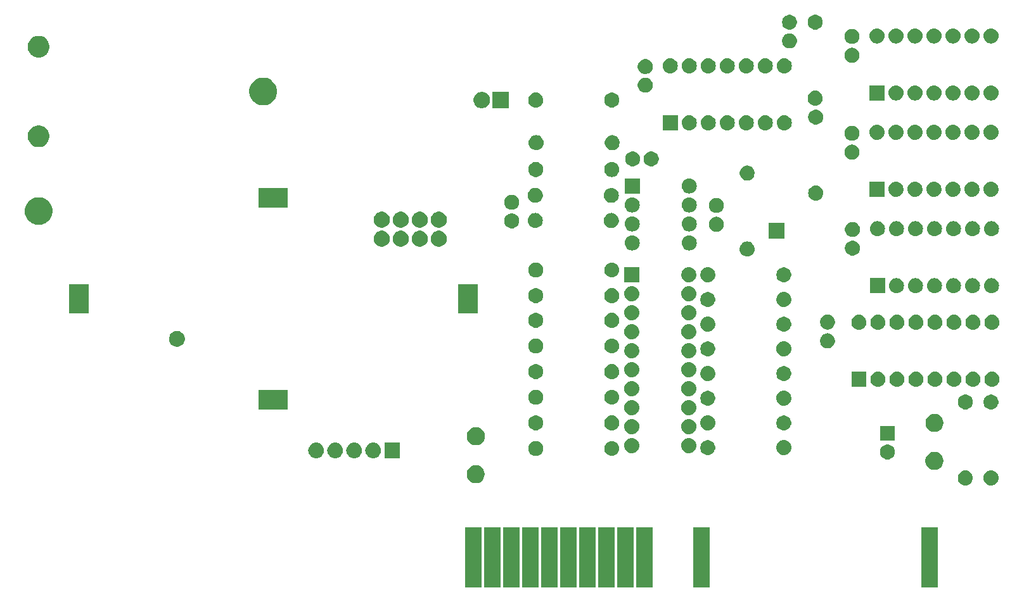
<source format=gbs>
G04 #@! TF.GenerationSoftware,KiCad,Pcbnew,5.0.2-bee76a0~70~ubuntu18.04.1*
G04 #@! TF.CreationDate,2019-01-09T00:27:28-05:00*
G04 #@! TF.ProjectId,hvboard,6876626f-6172-4642-9e6b-696361645f70,1*
G04 #@! TF.SameCoordinates,Original*
G04 #@! TF.FileFunction,Soldermask,Bot*
G04 #@! TF.FilePolarity,Negative*
%FSLAX46Y46*%
G04 Gerber Fmt 4.6, Leading zero omitted, Abs format (unit mm)*
G04 Created by KiCad (PCBNEW 5.0.2-bee76a0~70~ubuntu18.04.1) date Wed 09 Jan 2019 12:27:28 AM EST*
%MOMM*%
%LPD*%
G01*
G04 APERTURE LIST*
%ADD10C,0.100000*%
G04 APERTURE END LIST*
D10*
G36*
X198777200Y-139849200D02*
X196599200Y-139849200D01*
X196599200Y-131829200D01*
X198777200Y-131829200D01*
X198777200Y-139849200D01*
X198777200Y-139849200D01*
G37*
G36*
X168297200Y-139849200D02*
X166119200Y-139849200D01*
X166119200Y-131829200D01*
X168297200Y-131829200D01*
X168297200Y-139849200D01*
X168297200Y-139849200D01*
G37*
G36*
X137817200Y-139849200D02*
X135639200Y-139849200D01*
X135639200Y-131829200D01*
X137817200Y-131829200D01*
X137817200Y-139849200D01*
X137817200Y-139849200D01*
G37*
G36*
X140357200Y-139849200D02*
X138179200Y-139849200D01*
X138179200Y-131829200D01*
X140357200Y-131829200D01*
X140357200Y-139849200D01*
X140357200Y-139849200D01*
G37*
G36*
X142897200Y-139849200D02*
X140719200Y-139849200D01*
X140719200Y-131829200D01*
X142897200Y-131829200D01*
X142897200Y-139849200D01*
X142897200Y-139849200D01*
G37*
G36*
X145437200Y-139849200D02*
X143259200Y-139849200D01*
X143259200Y-131829200D01*
X145437200Y-131829200D01*
X145437200Y-139849200D01*
X145437200Y-139849200D01*
G37*
G36*
X147977200Y-139849200D02*
X145799200Y-139849200D01*
X145799200Y-131829200D01*
X147977200Y-131829200D01*
X147977200Y-139849200D01*
X147977200Y-139849200D01*
G37*
G36*
X153057200Y-139849200D02*
X150879200Y-139849200D01*
X150879200Y-131829200D01*
X153057200Y-131829200D01*
X153057200Y-139849200D01*
X153057200Y-139849200D01*
G37*
G36*
X150517200Y-139849200D02*
X148339200Y-139849200D01*
X148339200Y-131829200D01*
X150517200Y-131829200D01*
X150517200Y-139849200D01*
X150517200Y-139849200D01*
G37*
G36*
X160677200Y-139849200D02*
X158499200Y-139849200D01*
X158499200Y-131829200D01*
X160677200Y-131829200D01*
X160677200Y-139849200D01*
X160677200Y-139849200D01*
G37*
G36*
X155597200Y-139849200D02*
X153419200Y-139849200D01*
X153419200Y-131829200D01*
X155597200Y-131829200D01*
X155597200Y-139849200D01*
X155597200Y-139849200D01*
G37*
G36*
X158137200Y-139849200D02*
X155959200Y-139849200D01*
X155959200Y-131829200D01*
X158137200Y-131829200D01*
X158137200Y-139849200D01*
X158137200Y-139849200D01*
G37*
G36*
X206063030Y-124236469D02*
X206063033Y-124236470D01*
X206063034Y-124236470D01*
X206251535Y-124293651D01*
X206251537Y-124293652D01*
X206425260Y-124386509D01*
X206577528Y-124511472D01*
X206702491Y-124663740D01*
X206795348Y-124837463D01*
X206852531Y-125025970D01*
X206871838Y-125222000D01*
X206852531Y-125418030D01*
X206795348Y-125606537D01*
X206702491Y-125780260D01*
X206577528Y-125932528D01*
X206425260Y-126057491D01*
X206425258Y-126057492D01*
X206251535Y-126150349D01*
X206063034Y-126207530D01*
X206063033Y-126207530D01*
X206063030Y-126207531D01*
X205916124Y-126222000D01*
X205817876Y-126222000D01*
X205670970Y-126207531D01*
X205670967Y-126207530D01*
X205670966Y-126207530D01*
X205482465Y-126150349D01*
X205308742Y-126057492D01*
X205308740Y-126057491D01*
X205156472Y-125932528D01*
X205031509Y-125780260D01*
X204938652Y-125606537D01*
X204881469Y-125418030D01*
X204862162Y-125222000D01*
X204881469Y-125025970D01*
X204938652Y-124837463D01*
X205031509Y-124663740D01*
X205156472Y-124511472D01*
X205308740Y-124386509D01*
X205482463Y-124293652D01*
X205482465Y-124293651D01*
X205670966Y-124236470D01*
X205670967Y-124236470D01*
X205670970Y-124236469D01*
X205817876Y-124222000D01*
X205916124Y-124222000D01*
X206063030Y-124236469D01*
X206063030Y-124236469D01*
G37*
G36*
X202634030Y-124236469D02*
X202634033Y-124236470D01*
X202634034Y-124236470D01*
X202822535Y-124293651D01*
X202822537Y-124293652D01*
X202996260Y-124386509D01*
X203148528Y-124511472D01*
X203273491Y-124663740D01*
X203366348Y-124837463D01*
X203423531Y-125025970D01*
X203442838Y-125222000D01*
X203423531Y-125418030D01*
X203366348Y-125606537D01*
X203273491Y-125780260D01*
X203148528Y-125932528D01*
X202996260Y-126057491D01*
X202996258Y-126057492D01*
X202822535Y-126150349D01*
X202634034Y-126207530D01*
X202634033Y-126207530D01*
X202634030Y-126207531D01*
X202487124Y-126222000D01*
X202388876Y-126222000D01*
X202241970Y-126207531D01*
X202241967Y-126207530D01*
X202241966Y-126207530D01*
X202053465Y-126150349D01*
X201879742Y-126057492D01*
X201879740Y-126057491D01*
X201727472Y-125932528D01*
X201602509Y-125780260D01*
X201509652Y-125606537D01*
X201452469Y-125418030D01*
X201433162Y-125222000D01*
X201452469Y-125025970D01*
X201509652Y-124837463D01*
X201602509Y-124663740D01*
X201727472Y-124511472D01*
X201879740Y-124386509D01*
X202053463Y-124293652D01*
X202053465Y-124293651D01*
X202241966Y-124236470D01*
X202241967Y-124236470D01*
X202241970Y-124236469D01*
X202388876Y-124222000D01*
X202487124Y-124222000D01*
X202634030Y-124236469D01*
X202634030Y-124236469D01*
G37*
G36*
X137373026Y-123560115D02*
X137591412Y-123650573D01*
X137787958Y-123781901D01*
X137955099Y-123949042D01*
X138086427Y-124145588D01*
X138176885Y-124363974D01*
X138223000Y-124595809D01*
X138223000Y-124832191D01*
X138176885Y-125064026D01*
X138086427Y-125282412D01*
X137955099Y-125478958D01*
X137787958Y-125646099D01*
X137591412Y-125777427D01*
X137373026Y-125867885D01*
X137141191Y-125914000D01*
X136904809Y-125914000D01*
X136672974Y-125867885D01*
X136454588Y-125777427D01*
X136258042Y-125646099D01*
X136090901Y-125478958D01*
X135959573Y-125282412D01*
X135869115Y-125064026D01*
X135823000Y-124832191D01*
X135823000Y-124595809D01*
X135869115Y-124363974D01*
X135959573Y-124145588D01*
X136090901Y-123949042D01*
X136258042Y-123781901D01*
X136454588Y-123650573D01*
X136672974Y-123560115D01*
X136904809Y-123514000D01*
X137141191Y-123514000D01*
X137373026Y-123560115D01*
X137373026Y-123560115D01*
G37*
G36*
X198650526Y-121782115D02*
X198868912Y-121872573D01*
X199065458Y-122003901D01*
X199232599Y-122171042D01*
X199363927Y-122367588D01*
X199454385Y-122585974D01*
X199500500Y-122817809D01*
X199500500Y-123054191D01*
X199454385Y-123286026D01*
X199363927Y-123504412D01*
X199232599Y-123700958D01*
X199065458Y-123868099D01*
X198868912Y-123999427D01*
X198650526Y-124089885D01*
X198418691Y-124136000D01*
X198182309Y-124136000D01*
X197950474Y-124089885D01*
X197732088Y-123999427D01*
X197535542Y-123868099D01*
X197368401Y-123700958D01*
X197237073Y-123504412D01*
X197146615Y-123286026D01*
X197100500Y-123054191D01*
X197100500Y-122817809D01*
X197146615Y-122585974D01*
X197237073Y-122367588D01*
X197368401Y-122171042D01*
X197535542Y-122003901D01*
X197732088Y-121872573D01*
X197950474Y-121782115D01*
X198182309Y-121736000D01*
X198418691Y-121736000D01*
X198650526Y-121782115D01*
X198650526Y-121782115D01*
G37*
G36*
X192199770Y-120768372D02*
X192315689Y-120791429D01*
X192497678Y-120866811D01*
X192661463Y-120976249D01*
X192800751Y-121115537D01*
X192910189Y-121279322D01*
X192985571Y-121461311D01*
X193008520Y-121576686D01*
X193024000Y-121654507D01*
X193024000Y-121851493D01*
X193009883Y-121922463D01*
X192985571Y-122044689D01*
X192910189Y-122226678D01*
X192800751Y-122390463D01*
X192661463Y-122529751D01*
X192497678Y-122639189D01*
X192315689Y-122714571D01*
X192199770Y-122737628D01*
X192122493Y-122753000D01*
X191925507Y-122753000D01*
X191848230Y-122737628D01*
X191732311Y-122714571D01*
X191550322Y-122639189D01*
X191386537Y-122529751D01*
X191247249Y-122390463D01*
X191137811Y-122226678D01*
X191062429Y-122044689D01*
X191038117Y-121922463D01*
X191024000Y-121851493D01*
X191024000Y-121654507D01*
X191039480Y-121576686D01*
X191062429Y-121461311D01*
X191137811Y-121279322D01*
X191247249Y-121115537D01*
X191386537Y-120976249D01*
X191550322Y-120866811D01*
X191732311Y-120791429D01*
X191848230Y-120768372D01*
X191925507Y-120753000D01*
X192122493Y-120753000D01*
X192199770Y-120768372D01*
X192199770Y-120768372D01*
G37*
G36*
X118365707Y-120496596D02*
X118442836Y-120504193D01*
X118574787Y-120544220D01*
X118640763Y-120564233D01*
X118823172Y-120661733D01*
X118983054Y-120792946D01*
X119114267Y-120952828D01*
X119211767Y-121135237D01*
X119211767Y-121135238D01*
X119271807Y-121333164D01*
X119292080Y-121539000D01*
X119271807Y-121744836D01*
X119239454Y-121851491D01*
X119211767Y-121942763D01*
X119114267Y-122125172D01*
X118983054Y-122285054D01*
X118823172Y-122416267D01*
X118640763Y-122513767D01*
X118588083Y-122529747D01*
X118442836Y-122573807D01*
X118365707Y-122581404D01*
X118288580Y-122589000D01*
X118185420Y-122589000D01*
X118108293Y-122581404D01*
X118031164Y-122573807D01*
X117885917Y-122529747D01*
X117833237Y-122513767D01*
X117650828Y-122416267D01*
X117490946Y-122285054D01*
X117359733Y-122125172D01*
X117262233Y-121942763D01*
X117234546Y-121851491D01*
X117202193Y-121744836D01*
X117181920Y-121539000D01*
X117202193Y-121333164D01*
X117262233Y-121135238D01*
X117262233Y-121135237D01*
X117359733Y-120952828D01*
X117490946Y-120792946D01*
X117650828Y-120661733D01*
X117833237Y-120564233D01*
X117899213Y-120544220D01*
X118031164Y-120504193D01*
X118108293Y-120496596D01*
X118185420Y-120489000D01*
X118288580Y-120489000D01*
X118365707Y-120496596D01*
X118365707Y-120496596D01*
G37*
G36*
X115825707Y-120496596D02*
X115902836Y-120504193D01*
X116034787Y-120544220D01*
X116100763Y-120564233D01*
X116283172Y-120661733D01*
X116443054Y-120792946D01*
X116574267Y-120952828D01*
X116671767Y-121135237D01*
X116671767Y-121135238D01*
X116731807Y-121333164D01*
X116752080Y-121539000D01*
X116731807Y-121744836D01*
X116699454Y-121851491D01*
X116671767Y-121942763D01*
X116574267Y-122125172D01*
X116443054Y-122285054D01*
X116283172Y-122416267D01*
X116100763Y-122513767D01*
X116048083Y-122529747D01*
X115902836Y-122573807D01*
X115825707Y-122581404D01*
X115748580Y-122589000D01*
X115645420Y-122589000D01*
X115568293Y-122581404D01*
X115491164Y-122573807D01*
X115345917Y-122529747D01*
X115293237Y-122513767D01*
X115110828Y-122416267D01*
X114950946Y-122285054D01*
X114819733Y-122125172D01*
X114722233Y-121942763D01*
X114694546Y-121851491D01*
X114662193Y-121744836D01*
X114641920Y-121539000D01*
X114662193Y-121333164D01*
X114722233Y-121135238D01*
X114722233Y-121135237D01*
X114819733Y-120952828D01*
X114950946Y-120792946D01*
X115110828Y-120661733D01*
X115293237Y-120564233D01*
X115359213Y-120544220D01*
X115491164Y-120504193D01*
X115568293Y-120496596D01*
X115645420Y-120489000D01*
X115748580Y-120489000D01*
X115825707Y-120496596D01*
X115825707Y-120496596D01*
G37*
G36*
X120905707Y-120496596D02*
X120982836Y-120504193D01*
X121114787Y-120544220D01*
X121180763Y-120564233D01*
X121363172Y-120661733D01*
X121523054Y-120792946D01*
X121654267Y-120952828D01*
X121751767Y-121135237D01*
X121751767Y-121135238D01*
X121811807Y-121333164D01*
X121832080Y-121539000D01*
X121811807Y-121744836D01*
X121779454Y-121851491D01*
X121751767Y-121942763D01*
X121654267Y-122125172D01*
X121523054Y-122285054D01*
X121363172Y-122416267D01*
X121180763Y-122513767D01*
X121128083Y-122529747D01*
X120982836Y-122573807D01*
X120905707Y-122581404D01*
X120828580Y-122589000D01*
X120725420Y-122589000D01*
X120648293Y-122581404D01*
X120571164Y-122573807D01*
X120425917Y-122529747D01*
X120373237Y-122513767D01*
X120190828Y-122416267D01*
X120030946Y-122285054D01*
X119899733Y-122125172D01*
X119802233Y-121942763D01*
X119774546Y-121851491D01*
X119742193Y-121744836D01*
X119721920Y-121539000D01*
X119742193Y-121333164D01*
X119802233Y-121135238D01*
X119802233Y-121135237D01*
X119899733Y-120952828D01*
X120030946Y-120792946D01*
X120190828Y-120661733D01*
X120373237Y-120564233D01*
X120439213Y-120544220D01*
X120571164Y-120504193D01*
X120648293Y-120496596D01*
X120725420Y-120489000D01*
X120828580Y-120489000D01*
X120905707Y-120496596D01*
X120905707Y-120496596D01*
G37*
G36*
X123445707Y-120496596D02*
X123522836Y-120504193D01*
X123654787Y-120544220D01*
X123720763Y-120564233D01*
X123903172Y-120661733D01*
X124063054Y-120792946D01*
X124194267Y-120952828D01*
X124291767Y-121135237D01*
X124291767Y-121135238D01*
X124351807Y-121333164D01*
X124372080Y-121539000D01*
X124351807Y-121744836D01*
X124319454Y-121851491D01*
X124291767Y-121942763D01*
X124194267Y-122125172D01*
X124063054Y-122285054D01*
X123903172Y-122416267D01*
X123720763Y-122513767D01*
X123668083Y-122529747D01*
X123522836Y-122573807D01*
X123445707Y-122581404D01*
X123368580Y-122589000D01*
X123265420Y-122589000D01*
X123188293Y-122581404D01*
X123111164Y-122573807D01*
X122965917Y-122529747D01*
X122913237Y-122513767D01*
X122730828Y-122416267D01*
X122570946Y-122285054D01*
X122439733Y-122125172D01*
X122342233Y-121942763D01*
X122314546Y-121851491D01*
X122282193Y-121744836D01*
X122261920Y-121539000D01*
X122282193Y-121333164D01*
X122342233Y-121135238D01*
X122342233Y-121135237D01*
X122439733Y-120952828D01*
X122570946Y-120792946D01*
X122730828Y-120661733D01*
X122913237Y-120564233D01*
X122979213Y-120544220D01*
X123111164Y-120504193D01*
X123188293Y-120496596D01*
X123265420Y-120489000D01*
X123368580Y-120489000D01*
X123445707Y-120496596D01*
X123445707Y-120496596D01*
G37*
G36*
X126907000Y-122589000D02*
X124807000Y-122589000D01*
X124807000Y-120489000D01*
X126907000Y-120489000D01*
X126907000Y-122589000D01*
X126907000Y-122589000D01*
G37*
G36*
X155390030Y-120299469D02*
X155390033Y-120299470D01*
X155390034Y-120299470D01*
X155578535Y-120356651D01*
X155578537Y-120356652D01*
X155752260Y-120449509D01*
X155904528Y-120574472D01*
X156029491Y-120726740D01*
X156029492Y-120726742D01*
X156122349Y-120900465D01*
X156170594Y-121059509D01*
X156179531Y-121088970D01*
X156198838Y-121285000D01*
X156179531Y-121481030D01*
X156179530Y-121481033D01*
X156179530Y-121481034D01*
X156126908Y-121654507D01*
X156122348Y-121669537D01*
X156029491Y-121843260D01*
X155904528Y-121995528D01*
X155752260Y-122120491D01*
X155752258Y-122120492D01*
X155578535Y-122213349D01*
X155390034Y-122270530D01*
X155390033Y-122270530D01*
X155390030Y-122270531D01*
X155243124Y-122285000D01*
X155144876Y-122285000D01*
X154997970Y-122270531D01*
X154997967Y-122270530D01*
X154997966Y-122270530D01*
X154809465Y-122213349D01*
X154635742Y-122120492D01*
X154635740Y-122120491D01*
X154483472Y-121995528D01*
X154358509Y-121843260D01*
X154265652Y-121669537D01*
X154261093Y-121654507D01*
X154208470Y-121481034D01*
X154208470Y-121481033D01*
X154208469Y-121481030D01*
X154189162Y-121285000D01*
X154208469Y-121088970D01*
X154217406Y-121059509D01*
X154265651Y-120900465D01*
X154358508Y-120726742D01*
X154358509Y-120726740D01*
X154483472Y-120574472D01*
X154635740Y-120449509D01*
X154809463Y-120356652D01*
X154809465Y-120356651D01*
X154997966Y-120299470D01*
X154997967Y-120299470D01*
X154997970Y-120299469D01*
X155144876Y-120285000D01*
X155243124Y-120285000D01*
X155390030Y-120299469D01*
X155390030Y-120299469D01*
G37*
G36*
X145209770Y-120300372D02*
X145325689Y-120323429D01*
X145507678Y-120398811D01*
X145671463Y-120508249D01*
X145810751Y-120647537D01*
X145920189Y-120811322D01*
X145995571Y-120993311D01*
X146016798Y-121100030D01*
X146028330Y-121158000D01*
X146034000Y-121186509D01*
X146034000Y-121383491D01*
X145995571Y-121576689D01*
X145920189Y-121758678D01*
X145810751Y-121922463D01*
X145671463Y-122061751D01*
X145507678Y-122171189D01*
X145325689Y-122246571D01*
X145209770Y-122269628D01*
X145132493Y-122285000D01*
X144935507Y-122285000D01*
X144858230Y-122269628D01*
X144742311Y-122246571D01*
X144560322Y-122171189D01*
X144396537Y-122061751D01*
X144257249Y-121922463D01*
X144147811Y-121758678D01*
X144072429Y-121576689D01*
X144034000Y-121383491D01*
X144034000Y-121186509D01*
X144039671Y-121158000D01*
X144051202Y-121100030D01*
X144072429Y-120993311D01*
X144147811Y-120811322D01*
X144257249Y-120647537D01*
X144396537Y-120508249D01*
X144560322Y-120398811D01*
X144742311Y-120323429D01*
X144858230Y-120300372D01*
X144935507Y-120285000D01*
X145132493Y-120285000D01*
X145209770Y-120300372D01*
X145209770Y-120300372D01*
G37*
G36*
X178377030Y-120172469D02*
X178377033Y-120172470D01*
X178377034Y-120172470D01*
X178565535Y-120229651D01*
X178565537Y-120229652D01*
X178739260Y-120322509D01*
X178891528Y-120447472D01*
X179016491Y-120599740D01*
X179016492Y-120599742D01*
X179109349Y-120773465D01*
X179127712Y-120834000D01*
X179166531Y-120961970D01*
X179185838Y-121158000D01*
X179166531Y-121354030D01*
X179166530Y-121354033D01*
X179166530Y-121354034D01*
X179133701Y-121462258D01*
X179109348Y-121542537D01*
X179016491Y-121716260D01*
X178891528Y-121868528D01*
X178739260Y-121993491D01*
X178739258Y-121993492D01*
X178565535Y-122086349D01*
X178377034Y-122143530D01*
X178377033Y-122143530D01*
X178377030Y-122143531D01*
X178230124Y-122158000D01*
X178131876Y-122158000D01*
X177984970Y-122143531D01*
X177984967Y-122143530D01*
X177984966Y-122143530D01*
X177796465Y-122086349D01*
X177622742Y-121993492D01*
X177622740Y-121993491D01*
X177470472Y-121868528D01*
X177345509Y-121716260D01*
X177252652Y-121542537D01*
X177228300Y-121462258D01*
X177195470Y-121354034D01*
X177195470Y-121354033D01*
X177195469Y-121354030D01*
X177176162Y-121158000D01*
X177195469Y-120961970D01*
X177234288Y-120834000D01*
X177252651Y-120773465D01*
X177345508Y-120599742D01*
X177345509Y-120599740D01*
X177470472Y-120447472D01*
X177622740Y-120322509D01*
X177796463Y-120229652D01*
X177796465Y-120229651D01*
X177984966Y-120172470D01*
X177984967Y-120172470D01*
X177984970Y-120172469D01*
X178131876Y-120158000D01*
X178230124Y-120158000D01*
X178377030Y-120172469D01*
X178377030Y-120172469D01*
G37*
G36*
X168196770Y-120173372D02*
X168312689Y-120196429D01*
X168494678Y-120271811D01*
X168658463Y-120381249D01*
X168797751Y-120520537D01*
X168907189Y-120684322D01*
X168982571Y-120866311D01*
X169004439Y-120976249D01*
X169021000Y-121059507D01*
X169021000Y-121256493D01*
X169014626Y-121288535D01*
X168982571Y-121449689D01*
X168907189Y-121631678D01*
X168797751Y-121795463D01*
X168658463Y-121934751D01*
X168494678Y-122044189D01*
X168312689Y-122119571D01*
X168196770Y-122142628D01*
X168119493Y-122158000D01*
X167922507Y-122158000D01*
X167845230Y-122142628D01*
X167729311Y-122119571D01*
X167547322Y-122044189D01*
X167383537Y-121934751D01*
X167244249Y-121795463D01*
X167134811Y-121631678D01*
X167059429Y-121449689D01*
X167027374Y-121288535D01*
X167021000Y-121256493D01*
X167021000Y-121059507D01*
X167037561Y-120976249D01*
X167059429Y-120866311D01*
X167134811Y-120684322D01*
X167244249Y-120520537D01*
X167383537Y-120381249D01*
X167547322Y-120271811D01*
X167729311Y-120196429D01*
X167845230Y-120173372D01*
X167922507Y-120158000D01*
X168119493Y-120158000D01*
X168196770Y-120173372D01*
X168196770Y-120173372D01*
G37*
G36*
X165677030Y-119918469D02*
X165677033Y-119918470D01*
X165677034Y-119918470D01*
X165865535Y-119975651D01*
X165865537Y-119975652D01*
X166039260Y-120068509D01*
X166191528Y-120193472D01*
X166316491Y-120345740D01*
X166316492Y-120345742D01*
X166409349Y-120519465D01*
X166463333Y-120697426D01*
X166466531Y-120707970D01*
X166485838Y-120904000D01*
X166466531Y-121100030D01*
X166466530Y-121100033D01*
X166466530Y-121100034D01*
X166412143Y-121279325D01*
X166409348Y-121288537D01*
X166316491Y-121462260D01*
X166191528Y-121614528D01*
X166039260Y-121739491D01*
X166039258Y-121739492D01*
X165865535Y-121832349D01*
X165677034Y-121889530D01*
X165677033Y-121889530D01*
X165677030Y-121889531D01*
X165530124Y-121904000D01*
X165431876Y-121904000D01*
X165284970Y-121889531D01*
X165284967Y-121889530D01*
X165284966Y-121889530D01*
X165096465Y-121832349D01*
X164922742Y-121739492D01*
X164922740Y-121739491D01*
X164770472Y-121614528D01*
X164645509Y-121462260D01*
X164552652Y-121288537D01*
X164549858Y-121279325D01*
X164495470Y-121100034D01*
X164495470Y-121100033D01*
X164495469Y-121100030D01*
X164476162Y-120904000D01*
X164495469Y-120707970D01*
X164498667Y-120697426D01*
X164552651Y-120519465D01*
X164645508Y-120345742D01*
X164645509Y-120345740D01*
X164770472Y-120193472D01*
X164922740Y-120068509D01*
X165096463Y-119975652D01*
X165096465Y-119975651D01*
X165284966Y-119918470D01*
X165284967Y-119918470D01*
X165284970Y-119918469D01*
X165431876Y-119904000D01*
X165530124Y-119904000D01*
X165677030Y-119918469D01*
X165677030Y-119918469D01*
G37*
G36*
X158057030Y-119918469D02*
X158057033Y-119918470D01*
X158057034Y-119918470D01*
X158245535Y-119975651D01*
X158245537Y-119975652D01*
X158419260Y-120068509D01*
X158571528Y-120193472D01*
X158696491Y-120345740D01*
X158696492Y-120345742D01*
X158789349Y-120519465D01*
X158843333Y-120697426D01*
X158846531Y-120707970D01*
X158865838Y-120904000D01*
X158846531Y-121100030D01*
X158846530Y-121100033D01*
X158846530Y-121100034D01*
X158792143Y-121279325D01*
X158789348Y-121288537D01*
X158696491Y-121462260D01*
X158571528Y-121614528D01*
X158419260Y-121739491D01*
X158419258Y-121739492D01*
X158245535Y-121832349D01*
X158057034Y-121889530D01*
X158057033Y-121889530D01*
X158057030Y-121889531D01*
X157910124Y-121904000D01*
X157811876Y-121904000D01*
X157664970Y-121889531D01*
X157664967Y-121889530D01*
X157664966Y-121889530D01*
X157476465Y-121832349D01*
X157302742Y-121739492D01*
X157302740Y-121739491D01*
X157150472Y-121614528D01*
X157025509Y-121462260D01*
X156932652Y-121288537D01*
X156929858Y-121279325D01*
X156875470Y-121100034D01*
X156875470Y-121100033D01*
X156875469Y-121100030D01*
X156856162Y-120904000D01*
X156875469Y-120707970D01*
X156878667Y-120697426D01*
X156932651Y-120519465D01*
X157025508Y-120345742D01*
X157025509Y-120345740D01*
X157150472Y-120193472D01*
X157302740Y-120068509D01*
X157476463Y-119975652D01*
X157476465Y-119975651D01*
X157664966Y-119918470D01*
X157664967Y-119918470D01*
X157664970Y-119918469D01*
X157811876Y-119904000D01*
X157910124Y-119904000D01*
X158057030Y-119918469D01*
X158057030Y-119918469D01*
G37*
G36*
X137383026Y-118480115D02*
X137601412Y-118570573D01*
X137797958Y-118701901D01*
X137965099Y-118869042D01*
X138096427Y-119065588D01*
X138186885Y-119283974D01*
X138233000Y-119515809D01*
X138233000Y-119752191D01*
X138186885Y-119984026D01*
X138096427Y-120202412D01*
X137965099Y-120398958D01*
X137797958Y-120566099D01*
X137601412Y-120697427D01*
X137383026Y-120787885D01*
X137151191Y-120834000D01*
X136914809Y-120834000D01*
X136682974Y-120787885D01*
X136464588Y-120697427D01*
X136268042Y-120566099D01*
X136100901Y-120398958D01*
X135969573Y-120202412D01*
X135879115Y-119984026D01*
X135833000Y-119752191D01*
X135833000Y-119515809D01*
X135879115Y-119283974D01*
X135969573Y-119065588D01*
X136100901Y-118869042D01*
X136268042Y-118701901D01*
X136464588Y-118570573D01*
X136682974Y-118480115D01*
X136914809Y-118434000D01*
X137151191Y-118434000D01*
X137383026Y-118480115D01*
X137383026Y-118480115D01*
G37*
G36*
X193024000Y-120253000D02*
X191024000Y-120253000D01*
X191024000Y-118253000D01*
X193024000Y-118253000D01*
X193024000Y-120253000D01*
X193024000Y-120253000D01*
G37*
G36*
X158057030Y-117378469D02*
X158057033Y-117378470D01*
X158057034Y-117378470D01*
X158245535Y-117435651D01*
X158245537Y-117435652D01*
X158419260Y-117528509D01*
X158571528Y-117653472D01*
X158696491Y-117805740D01*
X158786530Y-117974191D01*
X158789349Y-117979465D01*
X158840378Y-118147686D01*
X158846531Y-118167970D01*
X158865838Y-118364000D01*
X158846531Y-118560030D01*
X158846530Y-118560033D01*
X158846530Y-118560034D01*
X158803496Y-118701899D01*
X158789348Y-118748537D01*
X158696491Y-118922260D01*
X158571528Y-119074528D01*
X158419260Y-119199491D01*
X158261204Y-119283974D01*
X158245535Y-119292349D01*
X158057034Y-119349530D01*
X158057033Y-119349530D01*
X158057030Y-119349531D01*
X157910124Y-119364000D01*
X157811876Y-119364000D01*
X157664970Y-119349531D01*
X157664967Y-119349530D01*
X157664966Y-119349530D01*
X157476465Y-119292349D01*
X157460796Y-119283974D01*
X157302740Y-119199491D01*
X157150472Y-119074528D01*
X157025509Y-118922260D01*
X156932652Y-118748537D01*
X156918505Y-118701899D01*
X156875470Y-118560034D01*
X156875470Y-118560033D01*
X156875469Y-118560030D01*
X156856162Y-118364000D01*
X156875469Y-118167970D01*
X156881622Y-118147686D01*
X156932651Y-117979465D01*
X156935470Y-117974191D01*
X157025509Y-117805740D01*
X157150472Y-117653472D01*
X157302740Y-117528509D01*
X157476463Y-117435652D01*
X157476465Y-117435651D01*
X157664966Y-117378470D01*
X157664967Y-117378470D01*
X157664970Y-117378469D01*
X157811876Y-117364000D01*
X157910124Y-117364000D01*
X158057030Y-117378469D01*
X158057030Y-117378469D01*
G37*
G36*
X165677030Y-117378469D02*
X165677033Y-117378470D01*
X165677034Y-117378470D01*
X165865535Y-117435651D01*
X165865537Y-117435652D01*
X166039260Y-117528509D01*
X166191528Y-117653472D01*
X166316491Y-117805740D01*
X166406530Y-117974191D01*
X166409349Y-117979465D01*
X166460378Y-118147686D01*
X166466531Y-118167970D01*
X166485838Y-118364000D01*
X166466531Y-118560030D01*
X166466530Y-118560033D01*
X166466530Y-118560034D01*
X166423496Y-118701899D01*
X166409348Y-118748537D01*
X166316491Y-118922260D01*
X166191528Y-119074528D01*
X166039260Y-119199491D01*
X165881204Y-119283974D01*
X165865535Y-119292349D01*
X165677034Y-119349530D01*
X165677033Y-119349530D01*
X165677030Y-119349531D01*
X165530124Y-119364000D01*
X165431876Y-119364000D01*
X165284970Y-119349531D01*
X165284967Y-119349530D01*
X165284966Y-119349530D01*
X165096465Y-119292349D01*
X165080796Y-119283974D01*
X164922740Y-119199491D01*
X164770472Y-119074528D01*
X164645509Y-118922260D01*
X164552652Y-118748537D01*
X164538505Y-118701899D01*
X164495470Y-118560034D01*
X164495470Y-118560033D01*
X164495469Y-118560030D01*
X164476162Y-118364000D01*
X164495469Y-118167970D01*
X164501622Y-118147686D01*
X164552651Y-117979465D01*
X164555470Y-117974191D01*
X164645509Y-117805740D01*
X164770472Y-117653472D01*
X164922740Y-117528509D01*
X165096463Y-117435652D01*
X165096465Y-117435651D01*
X165284966Y-117378470D01*
X165284967Y-117378470D01*
X165284970Y-117378469D01*
X165431876Y-117364000D01*
X165530124Y-117364000D01*
X165677030Y-117378469D01*
X165677030Y-117378469D01*
G37*
G36*
X198660526Y-116702115D02*
X198878912Y-116792573D01*
X199075458Y-116923901D01*
X199242599Y-117091042D01*
X199373927Y-117287588D01*
X199464385Y-117505974D01*
X199510500Y-117737809D01*
X199510500Y-117974191D01*
X199464385Y-118206026D01*
X199373927Y-118424412D01*
X199242599Y-118620958D01*
X199075458Y-118788099D01*
X198878912Y-118919427D01*
X198660526Y-119009885D01*
X198428691Y-119056000D01*
X198192309Y-119056000D01*
X197960474Y-119009885D01*
X197742088Y-118919427D01*
X197545542Y-118788099D01*
X197378401Y-118620958D01*
X197247073Y-118424412D01*
X197156615Y-118206026D01*
X197110500Y-117974191D01*
X197110500Y-117737809D01*
X197156615Y-117505974D01*
X197247073Y-117287588D01*
X197378401Y-117091042D01*
X197545542Y-116923901D01*
X197742088Y-116792573D01*
X197960474Y-116702115D01*
X198192309Y-116656000D01*
X198428691Y-116656000D01*
X198660526Y-116702115D01*
X198660526Y-116702115D01*
G37*
G36*
X168217030Y-116870469D02*
X168217033Y-116870470D01*
X168217034Y-116870470D01*
X168405535Y-116927651D01*
X168405537Y-116927652D01*
X168579260Y-117020509D01*
X168731528Y-117145472D01*
X168856491Y-117297740D01*
X168856492Y-117297742D01*
X168949349Y-117471465D01*
X168966653Y-117528509D01*
X169006531Y-117659970D01*
X169025838Y-117856000D01*
X169006531Y-118052030D01*
X169006530Y-118052033D01*
X169006530Y-118052034D01*
X168959817Y-118206027D01*
X168949348Y-118240537D01*
X168856491Y-118414260D01*
X168731528Y-118566528D01*
X168579260Y-118691491D01*
X168405537Y-118784348D01*
X168405535Y-118784349D01*
X168217034Y-118841530D01*
X168217033Y-118841530D01*
X168217030Y-118841531D01*
X168070124Y-118856000D01*
X167971876Y-118856000D01*
X167824970Y-118841531D01*
X167824967Y-118841530D01*
X167824966Y-118841530D01*
X167636465Y-118784349D01*
X167636463Y-118784348D01*
X167462740Y-118691491D01*
X167310472Y-118566528D01*
X167185509Y-118414260D01*
X167092652Y-118240537D01*
X167082184Y-118206027D01*
X167035470Y-118052034D01*
X167035470Y-118052033D01*
X167035469Y-118052030D01*
X167016162Y-117856000D01*
X167035469Y-117659970D01*
X167075347Y-117528509D01*
X167092651Y-117471465D01*
X167185508Y-117297742D01*
X167185509Y-117297740D01*
X167310472Y-117145472D01*
X167462740Y-117020509D01*
X167636463Y-116927652D01*
X167636465Y-116927651D01*
X167824966Y-116870470D01*
X167824967Y-116870470D01*
X167824970Y-116870469D01*
X167971876Y-116856000D01*
X168070124Y-116856000D01*
X168217030Y-116870469D01*
X168217030Y-116870469D01*
G37*
G36*
X145209770Y-116871372D02*
X145325689Y-116894429D01*
X145507678Y-116969811D01*
X145671463Y-117079249D01*
X145810751Y-117218537D01*
X145920189Y-117382322D01*
X145995571Y-117564311D01*
X146018628Y-117680230D01*
X146034000Y-117757507D01*
X146034000Y-117954493D01*
X146018628Y-118031770D01*
X145995571Y-118147689D01*
X145920189Y-118329678D01*
X145810751Y-118493463D01*
X145671463Y-118632751D01*
X145507678Y-118742189D01*
X145325689Y-118817571D01*
X145209770Y-118840628D01*
X145132493Y-118856000D01*
X144935507Y-118856000D01*
X144858230Y-118840628D01*
X144742311Y-118817571D01*
X144560322Y-118742189D01*
X144396537Y-118632751D01*
X144257249Y-118493463D01*
X144147811Y-118329678D01*
X144072429Y-118147689D01*
X144049372Y-118031770D01*
X144034000Y-117954493D01*
X144034000Y-117757507D01*
X144049372Y-117680230D01*
X144072429Y-117564311D01*
X144147811Y-117382322D01*
X144257249Y-117218537D01*
X144396537Y-117079249D01*
X144560322Y-116969811D01*
X144742311Y-116894429D01*
X144858230Y-116871372D01*
X144935507Y-116856000D01*
X145132493Y-116856000D01*
X145209770Y-116871372D01*
X145209770Y-116871372D01*
G37*
G36*
X178356770Y-116871372D02*
X178472689Y-116894429D01*
X178654678Y-116969811D01*
X178818463Y-117079249D01*
X178957751Y-117218537D01*
X179067189Y-117382322D01*
X179142571Y-117564311D01*
X179165628Y-117680230D01*
X179181000Y-117757507D01*
X179181000Y-117954493D01*
X179165628Y-118031770D01*
X179142571Y-118147689D01*
X179067189Y-118329678D01*
X178957751Y-118493463D01*
X178818463Y-118632751D01*
X178654678Y-118742189D01*
X178472689Y-118817571D01*
X178356770Y-118840628D01*
X178279493Y-118856000D01*
X178082507Y-118856000D01*
X178005230Y-118840628D01*
X177889311Y-118817571D01*
X177707322Y-118742189D01*
X177543537Y-118632751D01*
X177404249Y-118493463D01*
X177294811Y-118329678D01*
X177219429Y-118147689D01*
X177196372Y-118031770D01*
X177181000Y-117954493D01*
X177181000Y-117757507D01*
X177196372Y-117680230D01*
X177219429Y-117564311D01*
X177294811Y-117382322D01*
X177404249Y-117218537D01*
X177543537Y-117079249D01*
X177707322Y-116969811D01*
X177889311Y-116894429D01*
X178005230Y-116871372D01*
X178082507Y-116856000D01*
X178279493Y-116856000D01*
X178356770Y-116871372D01*
X178356770Y-116871372D01*
G37*
G36*
X155390030Y-116870469D02*
X155390033Y-116870470D01*
X155390034Y-116870470D01*
X155578535Y-116927651D01*
X155578537Y-116927652D01*
X155752260Y-117020509D01*
X155904528Y-117145472D01*
X156029491Y-117297740D01*
X156029492Y-117297742D01*
X156122349Y-117471465D01*
X156139653Y-117528509D01*
X156179531Y-117659970D01*
X156198838Y-117856000D01*
X156179531Y-118052030D01*
X156179530Y-118052033D01*
X156179530Y-118052034D01*
X156132817Y-118206027D01*
X156122348Y-118240537D01*
X156029491Y-118414260D01*
X155904528Y-118566528D01*
X155752260Y-118691491D01*
X155578537Y-118784348D01*
X155578535Y-118784349D01*
X155390034Y-118841530D01*
X155390033Y-118841530D01*
X155390030Y-118841531D01*
X155243124Y-118856000D01*
X155144876Y-118856000D01*
X154997970Y-118841531D01*
X154997967Y-118841530D01*
X154997966Y-118841530D01*
X154809465Y-118784349D01*
X154809463Y-118784348D01*
X154635740Y-118691491D01*
X154483472Y-118566528D01*
X154358509Y-118414260D01*
X154265652Y-118240537D01*
X154255184Y-118206027D01*
X154208470Y-118052034D01*
X154208470Y-118052033D01*
X154208469Y-118052030D01*
X154189162Y-117856000D01*
X154208469Y-117659970D01*
X154248347Y-117528509D01*
X154265651Y-117471465D01*
X154358508Y-117297742D01*
X154358509Y-117297740D01*
X154483472Y-117145472D01*
X154635740Y-117020509D01*
X154809463Y-116927652D01*
X154809465Y-116927651D01*
X154997966Y-116870470D01*
X154997967Y-116870470D01*
X154997970Y-116870469D01*
X155144876Y-116856000D01*
X155243124Y-116856000D01*
X155390030Y-116870469D01*
X155390030Y-116870469D01*
G37*
G36*
X165677030Y-114838469D02*
X165677033Y-114838470D01*
X165677034Y-114838470D01*
X165865535Y-114895651D01*
X165865537Y-114895652D01*
X166039260Y-114988509D01*
X166191528Y-115113472D01*
X166316491Y-115265740D01*
X166402686Y-115427000D01*
X166409349Y-115439465D01*
X166466530Y-115627966D01*
X166466531Y-115627970D01*
X166485838Y-115824000D01*
X166466531Y-116020030D01*
X166409348Y-116208537D01*
X166316491Y-116382260D01*
X166191528Y-116534528D01*
X166039260Y-116659491D01*
X166039258Y-116659492D01*
X165865535Y-116752349D01*
X165677034Y-116809530D01*
X165677033Y-116809530D01*
X165677030Y-116809531D01*
X165530124Y-116824000D01*
X165431876Y-116824000D01*
X165284970Y-116809531D01*
X165284967Y-116809530D01*
X165284966Y-116809530D01*
X165096465Y-116752349D01*
X164922742Y-116659492D01*
X164922740Y-116659491D01*
X164770472Y-116534528D01*
X164645509Y-116382260D01*
X164552652Y-116208537D01*
X164495469Y-116020030D01*
X164476162Y-115824000D01*
X164495469Y-115627970D01*
X164495470Y-115627966D01*
X164552651Y-115439465D01*
X164559314Y-115427000D01*
X164645509Y-115265740D01*
X164770472Y-115113472D01*
X164922740Y-114988509D01*
X165096463Y-114895652D01*
X165096465Y-114895651D01*
X165284966Y-114838470D01*
X165284967Y-114838470D01*
X165284970Y-114838469D01*
X165431876Y-114824000D01*
X165530124Y-114824000D01*
X165677030Y-114838469D01*
X165677030Y-114838469D01*
G37*
G36*
X158057030Y-114838469D02*
X158057033Y-114838470D01*
X158057034Y-114838470D01*
X158245535Y-114895651D01*
X158245537Y-114895652D01*
X158419260Y-114988509D01*
X158571528Y-115113472D01*
X158696491Y-115265740D01*
X158782686Y-115427000D01*
X158789349Y-115439465D01*
X158846530Y-115627966D01*
X158846531Y-115627970D01*
X158865838Y-115824000D01*
X158846531Y-116020030D01*
X158789348Y-116208537D01*
X158696491Y-116382260D01*
X158571528Y-116534528D01*
X158419260Y-116659491D01*
X158419258Y-116659492D01*
X158245535Y-116752349D01*
X158057034Y-116809530D01*
X158057033Y-116809530D01*
X158057030Y-116809531D01*
X157910124Y-116824000D01*
X157811876Y-116824000D01*
X157664970Y-116809531D01*
X157664967Y-116809530D01*
X157664966Y-116809530D01*
X157476465Y-116752349D01*
X157302742Y-116659492D01*
X157302740Y-116659491D01*
X157150472Y-116534528D01*
X157025509Y-116382260D01*
X156932652Y-116208537D01*
X156875469Y-116020030D01*
X156856162Y-115824000D01*
X156875469Y-115627970D01*
X156875470Y-115627966D01*
X156932651Y-115439465D01*
X156939314Y-115427000D01*
X157025509Y-115265740D01*
X157150472Y-115113472D01*
X157302740Y-114988509D01*
X157476463Y-114895652D01*
X157476465Y-114895651D01*
X157664966Y-114838470D01*
X157664967Y-114838470D01*
X157664970Y-114838469D01*
X157811876Y-114824000D01*
X157910124Y-114824000D01*
X158057030Y-114838469D01*
X158057030Y-114838469D01*
G37*
G36*
X111930000Y-116078000D02*
X108030000Y-116078000D01*
X108030000Y-113478000D01*
X111930000Y-113478000D01*
X111930000Y-116078000D01*
X111930000Y-116078000D01*
G37*
G36*
X202613770Y-114077372D02*
X202729689Y-114100429D01*
X202911678Y-114175811D01*
X203075463Y-114285249D01*
X203214751Y-114424537D01*
X203324189Y-114588322D01*
X203399571Y-114770311D01*
X203414564Y-114845686D01*
X203438000Y-114963507D01*
X203438000Y-115160493D01*
X203431839Y-115191466D01*
X203399571Y-115353689D01*
X203324189Y-115535678D01*
X203214751Y-115699463D01*
X203075463Y-115838751D01*
X202911678Y-115948189D01*
X202729689Y-116023571D01*
X202613770Y-116046628D01*
X202536493Y-116062000D01*
X202339507Y-116062000D01*
X202262230Y-116046628D01*
X202146311Y-116023571D01*
X201964322Y-115948189D01*
X201800537Y-115838751D01*
X201661249Y-115699463D01*
X201551811Y-115535678D01*
X201476429Y-115353689D01*
X201444161Y-115191466D01*
X201438000Y-115160493D01*
X201438000Y-114963507D01*
X201461436Y-114845686D01*
X201476429Y-114770311D01*
X201551811Y-114588322D01*
X201661249Y-114424537D01*
X201800537Y-114285249D01*
X201964322Y-114175811D01*
X202146311Y-114100429D01*
X202262230Y-114077372D01*
X202339507Y-114062000D01*
X202536493Y-114062000D01*
X202613770Y-114077372D01*
X202613770Y-114077372D01*
G37*
G36*
X206042770Y-114077372D02*
X206158689Y-114100429D01*
X206340678Y-114175811D01*
X206504463Y-114285249D01*
X206643751Y-114424537D01*
X206753189Y-114588322D01*
X206828571Y-114770311D01*
X206843564Y-114845686D01*
X206867000Y-114963507D01*
X206867000Y-115160493D01*
X206860839Y-115191466D01*
X206828571Y-115353689D01*
X206753189Y-115535678D01*
X206643751Y-115699463D01*
X206504463Y-115838751D01*
X206340678Y-115948189D01*
X206158689Y-116023571D01*
X206042770Y-116046628D01*
X205965493Y-116062000D01*
X205768507Y-116062000D01*
X205691230Y-116046628D01*
X205575311Y-116023571D01*
X205393322Y-115948189D01*
X205229537Y-115838751D01*
X205090249Y-115699463D01*
X204980811Y-115535678D01*
X204905429Y-115353689D01*
X204873161Y-115191466D01*
X204867000Y-115160493D01*
X204867000Y-114963507D01*
X204890436Y-114845686D01*
X204905429Y-114770311D01*
X204980811Y-114588322D01*
X205090249Y-114424537D01*
X205229537Y-114285249D01*
X205393322Y-114175811D01*
X205575311Y-114100429D01*
X205691230Y-114077372D01*
X205768507Y-114062000D01*
X205965493Y-114062000D01*
X206042770Y-114077372D01*
X206042770Y-114077372D01*
G37*
G36*
X178377030Y-113568469D02*
X178377033Y-113568470D01*
X178377034Y-113568470D01*
X178565535Y-113625651D01*
X178565537Y-113625652D01*
X178739260Y-113718509D01*
X178891528Y-113843472D01*
X179016491Y-113995740D01*
X179082637Y-114119491D01*
X179109349Y-114169465D01*
X179157594Y-114328509D01*
X179166531Y-114357970D01*
X179185838Y-114554000D01*
X179166531Y-114750030D01*
X179166530Y-114750033D01*
X179166530Y-114750034D01*
X179120833Y-114900678D01*
X179109348Y-114938537D01*
X179016491Y-115112260D01*
X178891528Y-115264528D01*
X178739260Y-115389491D01*
X178739258Y-115389492D01*
X178565535Y-115482349D01*
X178377034Y-115539530D01*
X178377033Y-115539530D01*
X178377030Y-115539531D01*
X178230124Y-115554000D01*
X178131876Y-115554000D01*
X177984970Y-115539531D01*
X177984967Y-115539530D01*
X177984966Y-115539530D01*
X177796465Y-115482349D01*
X177622742Y-115389492D01*
X177622740Y-115389491D01*
X177470472Y-115264528D01*
X177345509Y-115112260D01*
X177252652Y-114938537D01*
X177241168Y-114900678D01*
X177195470Y-114750034D01*
X177195470Y-114750033D01*
X177195469Y-114750030D01*
X177176162Y-114554000D01*
X177195469Y-114357970D01*
X177204406Y-114328509D01*
X177252651Y-114169465D01*
X177279363Y-114119491D01*
X177345509Y-113995740D01*
X177470472Y-113843472D01*
X177622740Y-113718509D01*
X177796463Y-113625652D01*
X177796465Y-113625651D01*
X177984966Y-113568470D01*
X177984967Y-113568470D01*
X177984970Y-113568469D01*
X178131876Y-113554000D01*
X178230124Y-113554000D01*
X178377030Y-113568469D01*
X178377030Y-113568469D01*
G37*
G36*
X168196770Y-113569372D02*
X168312689Y-113592429D01*
X168494678Y-113667811D01*
X168658463Y-113777249D01*
X168797751Y-113916537D01*
X168907189Y-114080322D01*
X168982571Y-114262311D01*
X169005628Y-114378230D01*
X169015330Y-114427000D01*
X169021000Y-114455509D01*
X169021000Y-114652491D01*
X168982571Y-114845689D01*
X168907189Y-115027678D01*
X168797751Y-115191463D01*
X168658463Y-115330751D01*
X168494678Y-115440189D01*
X168312689Y-115515571D01*
X168211618Y-115535675D01*
X168119493Y-115554000D01*
X167922507Y-115554000D01*
X167830382Y-115535675D01*
X167729311Y-115515571D01*
X167547322Y-115440189D01*
X167383537Y-115330751D01*
X167244249Y-115191463D01*
X167134811Y-115027678D01*
X167059429Y-114845689D01*
X167021000Y-114652491D01*
X167021000Y-114455509D01*
X167026671Y-114427000D01*
X167036372Y-114378230D01*
X167059429Y-114262311D01*
X167134811Y-114080322D01*
X167244249Y-113916537D01*
X167383537Y-113777249D01*
X167547322Y-113667811D01*
X167729311Y-113592429D01*
X167845230Y-113569372D01*
X167922507Y-113554000D01*
X168119493Y-113554000D01*
X168196770Y-113569372D01*
X168196770Y-113569372D01*
G37*
G36*
X145209770Y-113442372D02*
X145325689Y-113465429D01*
X145507678Y-113540811D01*
X145671463Y-113650249D01*
X145810751Y-113789537D01*
X145920189Y-113953322D01*
X145995571Y-114135311D01*
X146018628Y-114251230D01*
X146034000Y-114328507D01*
X146034000Y-114525493D01*
X146021502Y-114588322D01*
X145995571Y-114718689D01*
X145920189Y-114900678D01*
X145810751Y-115064463D01*
X145671463Y-115203751D01*
X145507678Y-115313189D01*
X145325689Y-115388571D01*
X145209770Y-115411628D01*
X145132493Y-115427000D01*
X144935507Y-115427000D01*
X144858230Y-115411628D01*
X144742311Y-115388571D01*
X144560322Y-115313189D01*
X144396537Y-115203751D01*
X144257249Y-115064463D01*
X144147811Y-114900678D01*
X144072429Y-114718689D01*
X144046498Y-114588322D01*
X144034000Y-114525493D01*
X144034000Y-114328507D01*
X144049372Y-114251230D01*
X144072429Y-114135311D01*
X144147811Y-113953322D01*
X144257249Y-113789537D01*
X144396537Y-113650249D01*
X144560322Y-113540811D01*
X144742311Y-113465429D01*
X144858230Y-113442372D01*
X144935507Y-113427000D01*
X145132493Y-113427000D01*
X145209770Y-113442372D01*
X145209770Y-113442372D01*
G37*
G36*
X155390030Y-113441469D02*
X155390033Y-113441470D01*
X155390034Y-113441470D01*
X155578535Y-113498651D01*
X155578537Y-113498652D01*
X155752260Y-113591509D01*
X155904528Y-113716472D01*
X156029491Y-113868740D01*
X156029492Y-113868742D01*
X156122349Y-114042465D01*
X156179530Y-114230966D01*
X156179531Y-114230970D01*
X156198838Y-114427000D01*
X156179531Y-114623030D01*
X156179530Y-114623033D01*
X156179530Y-114623034D01*
X156170594Y-114652493D01*
X156122348Y-114811537D01*
X156029491Y-114985260D01*
X155904528Y-115137528D01*
X155752260Y-115262491D01*
X155746178Y-115265742D01*
X155578535Y-115355349D01*
X155390034Y-115412530D01*
X155390033Y-115412530D01*
X155390030Y-115412531D01*
X155243124Y-115427000D01*
X155144876Y-115427000D01*
X154997970Y-115412531D01*
X154997967Y-115412530D01*
X154997966Y-115412530D01*
X154809465Y-115355349D01*
X154641822Y-115265742D01*
X154635740Y-115262491D01*
X154483472Y-115137528D01*
X154358509Y-114985260D01*
X154265652Y-114811537D01*
X154217407Y-114652493D01*
X154208470Y-114623034D01*
X154208470Y-114623033D01*
X154208469Y-114623030D01*
X154189162Y-114427000D01*
X154208469Y-114230970D01*
X154208470Y-114230966D01*
X154265651Y-114042465D01*
X154358508Y-113868742D01*
X154358509Y-113868740D01*
X154483472Y-113716472D01*
X154635740Y-113591509D01*
X154809463Y-113498652D01*
X154809465Y-113498651D01*
X154997966Y-113441470D01*
X154997967Y-113441470D01*
X154997970Y-113441469D01*
X155144876Y-113427000D01*
X155243124Y-113427000D01*
X155390030Y-113441469D01*
X155390030Y-113441469D01*
G37*
G36*
X158057030Y-112298469D02*
X158057033Y-112298470D01*
X158057034Y-112298470D01*
X158245535Y-112355651D01*
X158245537Y-112355652D01*
X158419260Y-112448509D01*
X158571528Y-112573472D01*
X158696491Y-112725740D01*
X158696492Y-112725742D01*
X158789349Y-112899465D01*
X158846530Y-113087966D01*
X158846531Y-113087970D01*
X158865838Y-113284000D01*
X158846531Y-113480030D01*
X158846530Y-113480033D01*
X158846530Y-113480034D01*
X158789569Y-113667811D01*
X158789348Y-113668537D01*
X158696491Y-113842260D01*
X158571528Y-113994528D01*
X158419260Y-114119491D01*
X158419258Y-114119492D01*
X158245535Y-114212349D01*
X158057034Y-114269530D01*
X158057033Y-114269530D01*
X158057030Y-114269531D01*
X157910124Y-114284000D01*
X157811876Y-114284000D01*
X157664970Y-114269531D01*
X157664967Y-114269530D01*
X157664966Y-114269530D01*
X157476465Y-114212349D01*
X157302742Y-114119492D01*
X157302740Y-114119491D01*
X157150472Y-113994528D01*
X157025509Y-113842260D01*
X156932652Y-113668537D01*
X156932432Y-113667811D01*
X156875470Y-113480034D01*
X156875470Y-113480033D01*
X156875469Y-113480030D01*
X156856162Y-113284000D01*
X156875469Y-113087970D01*
X156875470Y-113087966D01*
X156932651Y-112899465D01*
X157025508Y-112725742D01*
X157025509Y-112725740D01*
X157150472Y-112573472D01*
X157302740Y-112448509D01*
X157476463Y-112355652D01*
X157476465Y-112355651D01*
X157664966Y-112298470D01*
X157664967Y-112298470D01*
X157664970Y-112298469D01*
X157811876Y-112284000D01*
X157910124Y-112284000D01*
X158057030Y-112298469D01*
X158057030Y-112298469D01*
G37*
G36*
X165677030Y-112298469D02*
X165677033Y-112298470D01*
X165677034Y-112298470D01*
X165865535Y-112355651D01*
X165865537Y-112355652D01*
X166039260Y-112448509D01*
X166191528Y-112573472D01*
X166316491Y-112725740D01*
X166316492Y-112725742D01*
X166409349Y-112899465D01*
X166466530Y-113087966D01*
X166466531Y-113087970D01*
X166485838Y-113284000D01*
X166466531Y-113480030D01*
X166466530Y-113480033D01*
X166466530Y-113480034D01*
X166409569Y-113667811D01*
X166409348Y-113668537D01*
X166316491Y-113842260D01*
X166191528Y-113994528D01*
X166039260Y-114119491D01*
X166039258Y-114119492D01*
X165865535Y-114212349D01*
X165677034Y-114269530D01*
X165677033Y-114269530D01*
X165677030Y-114269531D01*
X165530124Y-114284000D01*
X165431876Y-114284000D01*
X165284970Y-114269531D01*
X165284967Y-114269530D01*
X165284966Y-114269530D01*
X165096465Y-114212349D01*
X164922742Y-114119492D01*
X164922740Y-114119491D01*
X164770472Y-113994528D01*
X164645509Y-113842260D01*
X164552652Y-113668537D01*
X164552432Y-113667811D01*
X164495470Y-113480034D01*
X164495470Y-113480033D01*
X164495469Y-113480030D01*
X164476162Y-113284000D01*
X164495469Y-113087970D01*
X164495470Y-113087966D01*
X164552651Y-112899465D01*
X164645508Y-112725742D01*
X164645509Y-112725740D01*
X164770472Y-112573472D01*
X164922740Y-112448509D01*
X165096463Y-112355652D01*
X165096465Y-112355651D01*
X165284966Y-112298470D01*
X165284967Y-112298470D01*
X165284970Y-112298469D01*
X165431876Y-112284000D01*
X165530124Y-112284000D01*
X165677030Y-112298469D01*
X165677030Y-112298469D01*
G37*
G36*
X190950030Y-111028469D02*
X190950033Y-111028470D01*
X190950034Y-111028470D01*
X191138535Y-111085651D01*
X191138537Y-111085652D01*
X191312260Y-111178509D01*
X191464528Y-111303472D01*
X191589491Y-111455740D01*
X191589492Y-111455742D01*
X191682349Y-111629465D01*
X191726421Y-111774751D01*
X191739531Y-111817970D01*
X191758838Y-112014000D01*
X191739531Y-112210030D01*
X191739530Y-112210033D01*
X191739530Y-112210034D01*
X191695358Y-112355651D01*
X191682348Y-112398537D01*
X191589491Y-112572260D01*
X191464528Y-112724528D01*
X191312260Y-112849491D01*
X191312258Y-112849492D01*
X191138535Y-112942349D01*
X190950034Y-112999530D01*
X190950033Y-112999530D01*
X190950030Y-112999531D01*
X190803124Y-113014000D01*
X190704876Y-113014000D01*
X190557970Y-112999531D01*
X190557967Y-112999530D01*
X190557966Y-112999530D01*
X190369465Y-112942349D01*
X190195742Y-112849492D01*
X190195740Y-112849491D01*
X190043472Y-112724528D01*
X189918509Y-112572260D01*
X189825652Y-112398537D01*
X189812643Y-112355651D01*
X189768470Y-112210034D01*
X189768470Y-112210033D01*
X189768469Y-112210030D01*
X189749162Y-112014000D01*
X189768469Y-111817970D01*
X189781579Y-111774751D01*
X189825651Y-111629465D01*
X189918508Y-111455742D01*
X189918509Y-111455740D01*
X190043472Y-111303472D01*
X190195740Y-111178509D01*
X190369463Y-111085652D01*
X190369465Y-111085651D01*
X190557966Y-111028470D01*
X190557967Y-111028470D01*
X190557970Y-111028469D01*
X190704876Y-111014000D01*
X190803124Y-111014000D01*
X190950030Y-111028469D01*
X190950030Y-111028469D01*
G37*
G36*
X189214000Y-113014000D02*
X187214000Y-113014000D01*
X187214000Y-111014000D01*
X189214000Y-111014000D01*
X189214000Y-113014000D01*
X189214000Y-113014000D01*
G37*
G36*
X193490030Y-111028469D02*
X193490033Y-111028470D01*
X193490034Y-111028470D01*
X193678535Y-111085651D01*
X193678537Y-111085652D01*
X193852260Y-111178509D01*
X194004528Y-111303472D01*
X194129491Y-111455740D01*
X194129492Y-111455742D01*
X194222349Y-111629465D01*
X194266421Y-111774751D01*
X194279531Y-111817970D01*
X194298838Y-112014000D01*
X194279531Y-112210030D01*
X194279530Y-112210033D01*
X194279530Y-112210034D01*
X194235358Y-112355651D01*
X194222348Y-112398537D01*
X194129491Y-112572260D01*
X194004528Y-112724528D01*
X193852260Y-112849491D01*
X193852258Y-112849492D01*
X193678535Y-112942349D01*
X193490034Y-112999530D01*
X193490033Y-112999530D01*
X193490030Y-112999531D01*
X193343124Y-113014000D01*
X193244876Y-113014000D01*
X193097970Y-112999531D01*
X193097967Y-112999530D01*
X193097966Y-112999530D01*
X192909465Y-112942349D01*
X192735742Y-112849492D01*
X192735740Y-112849491D01*
X192583472Y-112724528D01*
X192458509Y-112572260D01*
X192365652Y-112398537D01*
X192352643Y-112355651D01*
X192308470Y-112210034D01*
X192308470Y-112210033D01*
X192308469Y-112210030D01*
X192289162Y-112014000D01*
X192308469Y-111817970D01*
X192321579Y-111774751D01*
X192365651Y-111629465D01*
X192458508Y-111455742D01*
X192458509Y-111455740D01*
X192583472Y-111303472D01*
X192735740Y-111178509D01*
X192909463Y-111085652D01*
X192909465Y-111085651D01*
X193097966Y-111028470D01*
X193097967Y-111028470D01*
X193097970Y-111028469D01*
X193244876Y-111014000D01*
X193343124Y-111014000D01*
X193490030Y-111028469D01*
X193490030Y-111028469D01*
G37*
G36*
X196030030Y-111028469D02*
X196030033Y-111028470D01*
X196030034Y-111028470D01*
X196218535Y-111085651D01*
X196218537Y-111085652D01*
X196392260Y-111178509D01*
X196544528Y-111303472D01*
X196669491Y-111455740D01*
X196669492Y-111455742D01*
X196762349Y-111629465D01*
X196806421Y-111774751D01*
X196819531Y-111817970D01*
X196838838Y-112014000D01*
X196819531Y-112210030D01*
X196819530Y-112210033D01*
X196819530Y-112210034D01*
X196775358Y-112355651D01*
X196762348Y-112398537D01*
X196669491Y-112572260D01*
X196544528Y-112724528D01*
X196392260Y-112849491D01*
X196392258Y-112849492D01*
X196218535Y-112942349D01*
X196030034Y-112999530D01*
X196030033Y-112999530D01*
X196030030Y-112999531D01*
X195883124Y-113014000D01*
X195784876Y-113014000D01*
X195637970Y-112999531D01*
X195637967Y-112999530D01*
X195637966Y-112999530D01*
X195449465Y-112942349D01*
X195275742Y-112849492D01*
X195275740Y-112849491D01*
X195123472Y-112724528D01*
X194998509Y-112572260D01*
X194905652Y-112398537D01*
X194892643Y-112355651D01*
X194848470Y-112210034D01*
X194848470Y-112210033D01*
X194848469Y-112210030D01*
X194829162Y-112014000D01*
X194848469Y-111817970D01*
X194861579Y-111774751D01*
X194905651Y-111629465D01*
X194998508Y-111455742D01*
X194998509Y-111455740D01*
X195123472Y-111303472D01*
X195275740Y-111178509D01*
X195449463Y-111085652D01*
X195449465Y-111085651D01*
X195637966Y-111028470D01*
X195637967Y-111028470D01*
X195637970Y-111028469D01*
X195784876Y-111014000D01*
X195883124Y-111014000D01*
X196030030Y-111028469D01*
X196030030Y-111028469D01*
G37*
G36*
X206190030Y-111028469D02*
X206190033Y-111028470D01*
X206190034Y-111028470D01*
X206378535Y-111085651D01*
X206378537Y-111085652D01*
X206552260Y-111178509D01*
X206704528Y-111303472D01*
X206829491Y-111455740D01*
X206829492Y-111455742D01*
X206922349Y-111629465D01*
X206966421Y-111774751D01*
X206979531Y-111817970D01*
X206998838Y-112014000D01*
X206979531Y-112210030D01*
X206979530Y-112210033D01*
X206979530Y-112210034D01*
X206935358Y-112355651D01*
X206922348Y-112398537D01*
X206829491Y-112572260D01*
X206704528Y-112724528D01*
X206552260Y-112849491D01*
X206552258Y-112849492D01*
X206378535Y-112942349D01*
X206190034Y-112999530D01*
X206190033Y-112999530D01*
X206190030Y-112999531D01*
X206043124Y-113014000D01*
X205944876Y-113014000D01*
X205797970Y-112999531D01*
X205797967Y-112999530D01*
X205797966Y-112999530D01*
X205609465Y-112942349D01*
X205435742Y-112849492D01*
X205435740Y-112849491D01*
X205283472Y-112724528D01*
X205158509Y-112572260D01*
X205065652Y-112398537D01*
X205052643Y-112355651D01*
X205008470Y-112210034D01*
X205008470Y-112210033D01*
X205008469Y-112210030D01*
X204989162Y-112014000D01*
X205008469Y-111817970D01*
X205021579Y-111774751D01*
X205065651Y-111629465D01*
X205158508Y-111455742D01*
X205158509Y-111455740D01*
X205283472Y-111303472D01*
X205435740Y-111178509D01*
X205609463Y-111085652D01*
X205609465Y-111085651D01*
X205797966Y-111028470D01*
X205797967Y-111028470D01*
X205797970Y-111028469D01*
X205944876Y-111014000D01*
X206043124Y-111014000D01*
X206190030Y-111028469D01*
X206190030Y-111028469D01*
G37*
G36*
X198570030Y-111028469D02*
X198570033Y-111028470D01*
X198570034Y-111028470D01*
X198758535Y-111085651D01*
X198758537Y-111085652D01*
X198932260Y-111178509D01*
X199084528Y-111303472D01*
X199209491Y-111455740D01*
X199209492Y-111455742D01*
X199302349Y-111629465D01*
X199346421Y-111774751D01*
X199359531Y-111817970D01*
X199378838Y-112014000D01*
X199359531Y-112210030D01*
X199359530Y-112210033D01*
X199359530Y-112210034D01*
X199315358Y-112355651D01*
X199302348Y-112398537D01*
X199209491Y-112572260D01*
X199084528Y-112724528D01*
X198932260Y-112849491D01*
X198932258Y-112849492D01*
X198758535Y-112942349D01*
X198570034Y-112999530D01*
X198570033Y-112999530D01*
X198570030Y-112999531D01*
X198423124Y-113014000D01*
X198324876Y-113014000D01*
X198177970Y-112999531D01*
X198177967Y-112999530D01*
X198177966Y-112999530D01*
X197989465Y-112942349D01*
X197815742Y-112849492D01*
X197815740Y-112849491D01*
X197663472Y-112724528D01*
X197538509Y-112572260D01*
X197445652Y-112398537D01*
X197432643Y-112355651D01*
X197388470Y-112210034D01*
X197388470Y-112210033D01*
X197388469Y-112210030D01*
X197369162Y-112014000D01*
X197388469Y-111817970D01*
X197401579Y-111774751D01*
X197445651Y-111629465D01*
X197538508Y-111455742D01*
X197538509Y-111455740D01*
X197663472Y-111303472D01*
X197815740Y-111178509D01*
X197989463Y-111085652D01*
X197989465Y-111085651D01*
X198177966Y-111028470D01*
X198177967Y-111028470D01*
X198177970Y-111028469D01*
X198324876Y-111014000D01*
X198423124Y-111014000D01*
X198570030Y-111028469D01*
X198570030Y-111028469D01*
G37*
G36*
X201110030Y-111028469D02*
X201110033Y-111028470D01*
X201110034Y-111028470D01*
X201298535Y-111085651D01*
X201298537Y-111085652D01*
X201472260Y-111178509D01*
X201624528Y-111303472D01*
X201749491Y-111455740D01*
X201749492Y-111455742D01*
X201842349Y-111629465D01*
X201886421Y-111774751D01*
X201899531Y-111817970D01*
X201918838Y-112014000D01*
X201899531Y-112210030D01*
X201899530Y-112210033D01*
X201899530Y-112210034D01*
X201855358Y-112355651D01*
X201842348Y-112398537D01*
X201749491Y-112572260D01*
X201624528Y-112724528D01*
X201472260Y-112849491D01*
X201472258Y-112849492D01*
X201298535Y-112942349D01*
X201110034Y-112999530D01*
X201110033Y-112999530D01*
X201110030Y-112999531D01*
X200963124Y-113014000D01*
X200864876Y-113014000D01*
X200717970Y-112999531D01*
X200717967Y-112999530D01*
X200717966Y-112999530D01*
X200529465Y-112942349D01*
X200355742Y-112849492D01*
X200355740Y-112849491D01*
X200203472Y-112724528D01*
X200078509Y-112572260D01*
X199985652Y-112398537D01*
X199972643Y-112355651D01*
X199928470Y-112210034D01*
X199928470Y-112210033D01*
X199928469Y-112210030D01*
X199909162Y-112014000D01*
X199928469Y-111817970D01*
X199941579Y-111774751D01*
X199985651Y-111629465D01*
X200078508Y-111455742D01*
X200078509Y-111455740D01*
X200203472Y-111303472D01*
X200355740Y-111178509D01*
X200529463Y-111085652D01*
X200529465Y-111085651D01*
X200717966Y-111028470D01*
X200717967Y-111028470D01*
X200717970Y-111028469D01*
X200864876Y-111014000D01*
X200963124Y-111014000D01*
X201110030Y-111028469D01*
X201110030Y-111028469D01*
G37*
G36*
X203650030Y-111028469D02*
X203650033Y-111028470D01*
X203650034Y-111028470D01*
X203838535Y-111085651D01*
X203838537Y-111085652D01*
X204012260Y-111178509D01*
X204164528Y-111303472D01*
X204289491Y-111455740D01*
X204289492Y-111455742D01*
X204382349Y-111629465D01*
X204426421Y-111774751D01*
X204439531Y-111817970D01*
X204458838Y-112014000D01*
X204439531Y-112210030D01*
X204439530Y-112210033D01*
X204439530Y-112210034D01*
X204395358Y-112355651D01*
X204382348Y-112398537D01*
X204289491Y-112572260D01*
X204164528Y-112724528D01*
X204012260Y-112849491D01*
X204012258Y-112849492D01*
X203838535Y-112942349D01*
X203650034Y-112999530D01*
X203650033Y-112999530D01*
X203650030Y-112999531D01*
X203503124Y-113014000D01*
X203404876Y-113014000D01*
X203257970Y-112999531D01*
X203257967Y-112999530D01*
X203257966Y-112999530D01*
X203069465Y-112942349D01*
X202895742Y-112849492D01*
X202895740Y-112849491D01*
X202743472Y-112724528D01*
X202618509Y-112572260D01*
X202525652Y-112398537D01*
X202512643Y-112355651D01*
X202468470Y-112210034D01*
X202468470Y-112210033D01*
X202468469Y-112210030D01*
X202449162Y-112014000D01*
X202468469Y-111817970D01*
X202481579Y-111774751D01*
X202525651Y-111629465D01*
X202618508Y-111455742D01*
X202618509Y-111455740D01*
X202743472Y-111303472D01*
X202895740Y-111178509D01*
X203069463Y-111085652D01*
X203069465Y-111085651D01*
X203257966Y-111028470D01*
X203257967Y-111028470D01*
X203257970Y-111028469D01*
X203404876Y-111014000D01*
X203503124Y-111014000D01*
X203650030Y-111028469D01*
X203650030Y-111028469D01*
G37*
G36*
X168217030Y-110266469D02*
X168217033Y-110266470D01*
X168217034Y-110266470D01*
X168405535Y-110323651D01*
X168405537Y-110323652D01*
X168579260Y-110416509D01*
X168731528Y-110541472D01*
X168856491Y-110693740D01*
X168901701Y-110778322D01*
X168949349Y-110867465D01*
X168977513Y-110960311D01*
X169006531Y-111055970D01*
X169025838Y-111252000D01*
X169006531Y-111448030D01*
X169006530Y-111448033D01*
X169006530Y-111448034D01*
X168951494Y-111629465D01*
X168949348Y-111636537D01*
X168856491Y-111810260D01*
X168731528Y-111962528D01*
X168579260Y-112087491D01*
X168579258Y-112087492D01*
X168405535Y-112180349D01*
X168217034Y-112237530D01*
X168217033Y-112237530D01*
X168217030Y-112237531D01*
X168070124Y-112252000D01*
X167971876Y-112252000D01*
X167824970Y-112237531D01*
X167824967Y-112237530D01*
X167824966Y-112237530D01*
X167636465Y-112180349D01*
X167462742Y-112087492D01*
X167462740Y-112087491D01*
X167310472Y-111962528D01*
X167185509Y-111810260D01*
X167092652Y-111636537D01*
X167090507Y-111629465D01*
X167035470Y-111448034D01*
X167035470Y-111448033D01*
X167035469Y-111448030D01*
X167016162Y-111252000D01*
X167035469Y-111055970D01*
X167064487Y-110960311D01*
X167092651Y-110867465D01*
X167140299Y-110778322D01*
X167185509Y-110693740D01*
X167310472Y-110541472D01*
X167462740Y-110416509D01*
X167636463Y-110323652D01*
X167636465Y-110323651D01*
X167824966Y-110266470D01*
X167824967Y-110266470D01*
X167824970Y-110266469D01*
X167971876Y-110252000D01*
X168070124Y-110252000D01*
X168217030Y-110266469D01*
X168217030Y-110266469D01*
G37*
G36*
X178356770Y-110267372D02*
X178472689Y-110290429D01*
X178654678Y-110365811D01*
X178818463Y-110475249D01*
X178957751Y-110614537D01*
X179067189Y-110778322D01*
X179142571Y-110960311D01*
X179165628Y-111076230D01*
X179176033Y-111128535D01*
X179181000Y-111153509D01*
X179181000Y-111350491D01*
X179142571Y-111543689D01*
X179067189Y-111725678D01*
X178957751Y-111889463D01*
X178818463Y-112028751D01*
X178654678Y-112138189D01*
X178472689Y-112213571D01*
X178356770Y-112236628D01*
X178279493Y-112252000D01*
X178082507Y-112252000D01*
X178005230Y-112236628D01*
X177889311Y-112213571D01*
X177707322Y-112138189D01*
X177543537Y-112028751D01*
X177404249Y-111889463D01*
X177294811Y-111725678D01*
X177219429Y-111543689D01*
X177181000Y-111350491D01*
X177181000Y-111153509D01*
X177185968Y-111128535D01*
X177196372Y-111076230D01*
X177219429Y-110960311D01*
X177294811Y-110778322D01*
X177404249Y-110614537D01*
X177543537Y-110475249D01*
X177707322Y-110365811D01*
X177889311Y-110290429D01*
X178005230Y-110267372D01*
X178082507Y-110252000D01*
X178279493Y-110252000D01*
X178356770Y-110267372D01*
X178356770Y-110267372D01*
G37*
G36*
X145209770Y-110013372D02*
X145325689Y-110036429D01*
X145507678Y-110111811D01*
X145671463Y-110221249D01*
X145810751Y-110360537D01*
X145920189Y-110524322D01*
X145995571Y-110706311D01*
X146034000Y-110899509D01*
X146034000Y-111096491D01*
X145995571Y-111289689D01*
X145920189Y-111471678D01*
X145810751Y-111635463D01*
X145671463Y-111774751D01*
X145507678Y-111884189D01*
X145325689Y-111959571D01*
X145209770Y-111982628D01*
X145132493Y-111998000D01*
X144935507Y-111998000D01*
X144858230Y-111982628D01*
X144742311Y-111959571D01*
X144560322Y-111884189D01*
X144396537Y-111774751D01*
X144257249Y-111635463D01*
X144147811Y-111471678D01*
X144072429Y-111289689D01*
X144034000Y-111096491D01*
X144034000Y-110899509D01*
X144072429Y-110706311D01*
X144147811Y-110524322D01*
X144257249Y-110360537D01*
X144396537Y-110221249D01*
X144560322Y-110111811D01*
X144742311Y-110036429D01*
X144858230Y-110013372D01*
X144935507Y-109998000D01*
X145132493Y-109998000D01*
X145209770Y-110013372D01*
X145209770Y-110013372D01*
G37*
G36*
X155390030Y-110012469D02*
X155390033Y-110012470D01*
X155390034Y-110012470D01*
X155578535Y-110069651D01*
X155578537Y-110069652D01*
X155752260Y-110162509D01*
X155904528Y-110287472D01*
X156029491Y-110439740D01*
X156029492Y-110439742D01*
X156122349Y-110613465D01*
X156179530Y-110801966D01*
X156179531Y-110801970D01*
X156198838Y-110998000D01*
X156179531Y-111194030D01*
X156179530Y-111194033D01*
X156179530Y-111194034D01*
X156132069Y-111350493D01*
X156122348Y-111382537D01*
X156029491Y-111556260D01*
X155904528Y-111708528D01*
X155752260Y-111833491D01*
X155752258Y-111833492D01*
X155578535Y-111926349D01*
X155390034Y-111983530D01*
X155390033Y-111983530D01*
X155390030Y-111983531D01*
X155243124Y-111998000D01*
X155144876Y-111998000D01*
X154997970Y-111983531D01*
X154997967Y-111983530D01*
X154997966Y-111983530D01*
X154809465Y-111926349D01*
X154635742Y-111833492D01*
X154635740Y-111833491D01*
X154483472Y-111708528D01*
X154358509Y-111556260D01*
X154265652Y-111382537D01*
X154255932Y-111350493D01*
X154208470Y-111194034D01*
X154208470Y-111194033D01*
X154208469Y-111194030D01*
X154189162Y-110998000D01*
X154208469Y-110801970D01*
X154208470Y-110801966D01*
X154265651Y-110613465D01*
X154358508Y-110439742D01*
X154358509Y-110439740D01*
X154483472Y-110287472D01*
X154635740Y-110162509D01*
X154809463Y-110069652D01*
X154809465Y-110069651D01*
X154997966Y-110012470D01*
X154997967Y-110012470D01*
X154997970Y-110012469D01*
X155144876Y-109998000D01*
X155243124Y-109998000D01*
X155390030Y-110012469D01*
X155390030Y-110012469D01*
G37*
G36*
X158057030Y-109758469D02*
X158057033Y-109758470D01*
X158057034Y-109758470D01*
X158245535Y-109815651D01*
X158245537Y-109815652D01*
X158419260Y-109908509D01*
X158571528Y-110033472D01*
X158696491Y-110185740D01*
X158770206Y-110323651D01*
X158789349Y-110359465D01*
X158844560Y-110541472D01*
X158846531Y-110547970D01*
X158865838Y-110744000D01*
X158846531Y-110940030D01*
X158846530Y-110940033D01*
X158846530Y-110940034D01*
X158799069Y-111096493D01*
X158789348Y-111128537D01*
X158696491Y-111302260D01*
X158571528Y-111454528D01*
X158419260Y-111579491D01*
X158245537Y-111672348D01*
X158245535Y-111672349D01*
X158057034Y-111729530D01*
X158057033Y-111729530D01*
X158057030Y-111729531D01*
X157910124Y-111744000D01*
X157811876Y-111744000D01*
X157664970Y-111729531D01*
X157664967Y-111729530D01*
X157664966Y-111729530D01*
X157476465Y-111672349D01*
X157476463Y-111672348D01*
X157302740Y-111579491D01*
X157150472Y-111454528D01*
X157025509Y-111302260D01*
X156932652Y-111128537D01*
X156922932Y-111096493D01*
X156875470Y-110940034D01*
X156875470Y-110940033D01*
X156875469Y-110940030D01*
X156856162Y-110744000D01*
X156875469Y-110547970D01*
X156877440Y-110541472D01*
X156932651Y-110359465D01*
X156951794Y-110323651D01*
X157025509Y-110185740D01*
X157150472Y-110033472D01*
X157302740Y-109908509D01*
X157476463Y-109815652D01*
X157476465Y-109815651D01*
X157664966Y-109758470D01*
X157664967Y-109758470D01*
X157664970Y-109758469D01*
X157811876Y-109744000D01*
X157910124Y-109744000D01*
X158057030Y-109758469D01*
X158057030Y-109758469D01*
G37*
G36*
X165677030Y-109758469D02*
X165677033Y-109758470D01*
X165677034Y-109758470D01*
X165865535Y-109815651D01*
X165865537Y-109815652D01*
X166039260Y-109908509D01*
X166191528Y-110033472D01*
X166316491Y-110185740D01*
X166390206Y-110323651D01*
X166409349Y-110359465D01*
X166464560Y-110541472D01*
X166466531Y-110547970D01*
X166485838Y-110744000D01*
X166466531Y-110940030D01*
X166466530Y-110940033D01*
X166466530Y-110940034D01*
X166419069Y-111096493D01*
X166409348Y-111128537D01*
X166316491Y-111302260D01*
X166191528Y-111454528D01*
X166039260Y-111579491D01*
X165865537Y-111672348D01*
X165865535Y-111672349D01*
X165677034Y-111729530D01*
X165677033Y-111729530D01*
X165677030Y-111729531D01*
X165530124Y-111744000D01*
X165431876Y-111744000D01*
X165284970Y-111729531D01*
X165284967Y-111729530D01*
X165284966Y-111729530D01*
X165096465Y-111672349D01*
X165096463Y-111672348D01*
X164922740Y-111579491D01*
X164770472Y-111454528D01*
X164645509Y-111302260D01*
X164552652Y-111128537D01*
X164542932Y-111096493D01*
X164495470Y-110940034D01*
X164495470Y-110940033D01*
X164495469Y-110940030D01*
X164476162Y-110744000D01*
X164495469Y-110547970D01*
X164497440Y-110541472D01*
X164552651Y-110359465D01*
X164571794Y-110323651D01*
X164645509Y-110185740D01*
X164770472Y-110033472D01*
X164922740Y-109908509D01*
X165096463Y-109815652D01*
X165096465Y-109815651D01*
X165284966Y-109758470D01*
X165284967Y-109758470D01*
X165284970Y-109758469D01*
X165431876Y-109744000D01*
X165530124Y-109744000D01*
X165677030Y-109758469D01*
X165677030Y-109758469D01*
G37*
G36*
X158057030Y-107218469D02*
X158057033Y-107218470D01*
X158057034Y-107218470D01*
X158245535Y-107275651D01*
X158245537Y-107275652D01*
X158419260Y-107368509D01*
X158571528Y-107493472D01*
X158696491Y-107645740D01*
X158760253Y-107765030D01*
X158789349Y-107819465D01*
X158830019Y-107953537D01*
X158846531Y-108007970D01*
X158865838Y-108204000D01*
X158846531Y-108400030D01*
X158846530Y-108400033D01*
X158846530Y-108400034D01*
X158795275Y-108569000D01*
X158789348Y-108588537D01*
X158696491Y-108762260D01*
X158571528Y-108914528D01*
X158419260Y-109039491D01*
X158419258Y-109039492D01*
X158245535Y-109132349D01*
X158057034Y-109189530D01*
X158057033Y-109189530D01*
X158057030Y-109189531D01*
X157910124Y-109204000D01*
X157811876Y-109204000D01*
X157664970Y-109189531D01*
X157664967Y-109189530D01*
X157664966Y-109189530D01*
X157476465Y-109132349D01*
X157302742Y-109039492D01*
X157302740Y-109039491D01*
X157150472Y-108914528D01*
X157025509Y-108762260D01*
X156932652Y-108588537D01*
X156926726Y-108569000D01*
X156875470Y-108400034D01*
X156875470Y-108400033D01*
X156875469Y-108400030D01*
X156856162Y-108204000D01*
X156875469Y-108007970D01*
X156891981Y-107953537D01*
X156932651Y-107819465D01*
X156961747Y-107765030D01*
X157025509Y-107645740D01*
X157150472Y-107493472D01*
X157302740Y-107368509D01*
X157476463Y-107275652D01*
X157476465Y-107275651D01*
X157664966Y-107218470D01*
X157664967Y-107218470D01*
X157664970Y-107218469D01*
X157811876Y-107204000D01*
X157910124Y-107204000D01*
X158057030Y-107218469D01*
X158057030Y-107218469D01*
G37*
G36*
X165677030Y-107218469D02*
X165677033Y-107218470D01*
X165677034Y-107218470D01*
X165865535Y-107275651D01*
X165865537Y-107275652D01*
X166039260Y-107368509D01*
X166191528Y-107493472D01*
X166316491Y-107645740D01*
X166380253Y-107765030D01*
X166409349Y-107819465D01*
X166450019Y-107953537D01*
X166466531Y-108007970D01*
X166485838Y-108204000D01*
X166466531Y-108400030D01*
X166466530Y-108400033D01*
X166466530Y-108400034D01*
X166415275Y-108569000D01*
X166409348Y-108588537D01*
X166316491Y-108762260D01*
X166191528Y-108914528D01*
X166039260Y-109039491D01*
X166039258Y-109039492D01*
X165865535Y-109132349D01*
X165677034Y-109189530D01*
X165677033Y-109189530D01*
X165677030Y-109189531D01*
X165530124Y-109204000D01*
X165431876Y-109204000D01*
X165284970Y-109189531D01*
X165284967Y-109189530D01*
X165284966Y-109189530D01*
X165096465Y-109132349D01*
X164922742Y-109039492D01*
X164922740Y-109039491D01*
X164770472Y-108914528D01*
X164645509Y-108762260D01*
X164552652Y-108588537D01*
X164546726Y-108569000D01*
X164495470Y-108400034D01*
X164495470Y-108400033D01*
X164495469Y-108400030D01*
X164476162Y-108204000D01*
X164495469Y-108007970D01*
X164511981Y-107953537D01*
X164552651Y-107819465D01*
X164581747Y-107765030D01*
X164645509Y-107645740D01*
X164770472Y-107493472D01*
X164922740Y-107368509D01*
X165096463Y-107275652D01*
X165096465Y-107275651D01*
X165284966Y-107218470D01*
X165284967Y-107218470D01*
X165284970Y-107218469D01*
X165431876Y-107204000D01*
X165530124Y-107204000D01*
X165677030Y-107218469D01*
X165677030Y-107218469D01*
G37*
G36*
X168196770Y-106965372D02*
X168312689Y-106988429D01*
X168494678Y-107063811D01*
X168658463Y-107173249D01*
X168797751Y-107312537D01*
X168907189Y-107476322D01*
X168982571Y-107658311D01*
X169021000Y-107851509D01*
X169021000Y-108048491D01*
X168982571Y-108241689D01*
X168907189Y-108423678D01*
X168797751Y-108587463D01*
X168658463Y-108726751D01*
X168494678Y-108836189D01*
X168312689Y-108911571D01*
X168196770Y-108934628D01*
X168119493Y-108950000D01*
X167922507Y-108950000D01*
X167845230Y-108934628D01*
X167729311Y-108911571D01*
X167547322Y-108836189D01*
X167383537Y-108726751D01*
X167244249Y-108587463D01*
X167134811Y-108423678D01*
X167059429Y-108241689D01*
X167021000Y-108048491D01*
X167021000Y-107851509D01*
X167059429Y-107658311D01*
X167134811Y-107476322D01*
X167244249Y-107312537D01*
X167383537Y-107173249D01*
X167547322Y-107063811D01*
X167729311Y-106988429D01*
X167845230Y-106965372D01*
X167922507Y-106950000D01*
X168119493Y-106950000D01*
X168196770Y-106965372D01*
X168196770Y-106965372D01*
G37*
G36*
X178377030Y-106964469D02*
X178377033Y-106964470D01*
X178377034Y-106964470D01*
X178565535Y-107021651D01*
X178565537Y-107021652D01*
X178739260Y-107114509D01*
X178891528Y-107239472D01*
X179016491Y-107391740D01*
X179016492Y-107391742D01*
X179109349Y-107565465D01*
X179166530Y-107753966D01*
X179166531Y-107753970D01*
X179185838Y-107950000D01*
X179166531Y-108146030D01*
X179109348Y-108334537D01*
X179016491Y-108508260D01*
X178891528Y-108660528D01*
X178739260Y-108785491D01*
X178739258Y-108785492D01*
X178565535Y-108878349D01*
X178377034Y-108935530D01*
X178377033Y-108935530D01*
X178377030Y-108935531D01*
X178230124Y-108950000D01*
X178131876Y-108950000D01*
X177984970Y-108935531D01*
X177984967Y-108935530D01*
X177984966Y-108935530D01*
X177796465Y-108878349D01*
X177622742Y-108785492D01*
X177622740Y-108785491D01*
X177470472Y-108660528D01*
X177345509Y-108508260D01*
X177252652Y-108334537D01*
X177195469Y-108146030D01*
X177176162Y-107950000D01*
X177195469Y-107753970D01*
X177195470Y-107753966D01*
X177252651Y-107565465D01*
X177345508Y-107391742D01*
X177345509Y-107391740D01*
X177470472Y-107239472D01*
X177622740Y-107114509D01*
X177796463Y-107021652D01*
X177796465Y-107021651D01*
X177984966Y-106964470D01*
X177984967Y-106964470D01*
X177984970Y-106964469D01*
X178131876Y-106950000D01*
X178230124Y-106950000D01*
X178377030Y-106964469D01*
X178377030Y-106964469D01*
G37*
G36*
X145209770Y-106584372D02*
X145325689Y-106607429D01*
X145507678Y-106682811D01*
X145671463Y-106792249D01*
X145810751Y-106931537D01*
X145920189Y-107095322D01*
X145995571Y-107277311D01*
X146018332Y-107391740D01*
X146034000Y-107470507D01*
X146034000Y-107667493D01*
X146018628Y-107744770D01*
X145995571Y-107860689D01*
X145920189Y-108042678D01*
X145810751Y-108206463D01*
X145671463Y-108345751D01*
X145507678Y-108455189D01*
X145325689Y-108530571D01*
X145209770Y-108553628D01*
X145132493Y-108569000D01*
X144935507Y-108569000D01*
X144858230Y-108553628D01*
X144742311Y-108530571D01*
X144560322Y-108455189D01*
X144396537Y-108345751D01*
X144257249Y-108206463D01*
X144147811Y-108042678D01*
X144072429Y-107860689D01*
X144049372Y-107744770D01*
X144034000Y-107667493D01*
X144034000Y-107470507D01*
X144049668Y-107391740D01*
X144072429Y-107277311D01*
X144147811Y-107095322D01*
X144257249Y-106931537D01*
X144396537Y-106792249D01*
X144560322Y-106682811D01*
X144742311Y-106607429D01*
X144858230Y-106584372D01*
X144935507Y-106569000D01*
X145132493Y-106569000D01*
X145209770Y-106584372D01*
X145209770Y-106584372D01*
G37*
G36*
X155390030Y-106583469D02*
X155390033Y-106583470D01*
X155390034Y-106583470D01*
X155578535Y-106640651D01*
X155578537Y-106640652D01*
X155752260Y-106733509D01*
X155904528Y-106858472D01*
X156029491Y-107010740D01*
X156029492Y-107010742D01*
X156122349Y-107184465D01*
X156178178Y-107368509D01*
X156179531Y-107372970D01*
X156198838Y-107569000D01*
X156179531Y-107765030D01*
X156179530Y-107765033D01*
X156179530Y-107765034D01*
X156153299Y-107851507D01*
X156122348Y-107953537D01*
X156029491Y-108127260D01*
X155904528Y-108279528D01*
X155752260Y-108404491D01*
X155752258Y-108404492D01*
X155578535Y-108497349D01*
X155390034Y-108554530D01*
X155390033Y-108554530D01*
X155390030Y-108554531D01*
X155243124Y-108569000D01*
X155144876Y-108569000D01*
X154997970Y-108554531D01*
X154997967Y-108554530D01*
X154997966Y-108554530D01*
X154809465Y-108497349D01*
X154635742Y-108404492D01*
X154635740Y-108404491D01*
X154483472Y-108279528D01*
X154358509Y-108127260D01*
X154265652Y-107953537D01*
X154234702Y-107851507D01*
X154208470Y-107765034D01*
X154208470Y-107765033D01*
X154208469Y-107765030D01*
X154189162Y-107569000D01*
X154208469Y-107372970D01*
X154209822Y-107368509D01*
X154265651Y-107184465D01*
X154358508Y-107010742D01*
X154358509Y-107010740D01*
X154483472Y-106858472D01*
X154635740Y-106733509D01*
X154809463Y-106640652D01*
X154809465Y-106640651D01*
X154997966Y-106583470D01*
X154997967Y-106583470D01*
X154997970Y-106583469D01*
X155144876Y-106569000D01*
X155243124Y-106569000D01*
X155390030Y-106583469D01*
X155390030Y-106583469D01*
G37*
G36*
X184198770Y-105885872D02*
X184314689Y-105908929D01*
X184496678Y-105984311D01*
X184660463Y-106093749D01*
X184799751Y-106233037D01*
X184909189Y-106396822D01*
X184984571Y-106578811D01*
X184998638Y-106649531D01*
X185023000Y-106772007D01*
X185023000Y-106968993D01*
X185012525Y-107021652D01*
X184984571Y-107162189D01*
X184909189Y-107344178D01*
X184799751Y-107507963D01*
X184660463Y-107647251D01*
X184496678Y-107756689D01*
X184314689Y-107832071D01*
X184216976Y-107851507D01*
X184121493Y-107870500D01*
X183924507Y-107870500D01*
X183829024Y-107851507D01*
X183731311Y-107832071D01*
X183549322Y-107756689D01*
X183385537Y-107647251D01*
X183246249Y-107507963D01*
X183136811Y-107344178D01*
X183061429Y-107162189D01*
X183033475Y-107021652D01*
X183023000Y-106968993D01*
X183023000Y-106772007D01*
X183047362Y-106649531D01*
X183061429Y-106578811D01*
X183136811Y-106396822D01*
X183246249Y-106233037D01*
X183385537Y-106093749D01*
X183549322Y-105984311D01*
X183731311Y-105908929D01*
X183847230Y-105885872D01*
X183924507Y-105870500D01*
X184121493Y-105870500D01*
X184198770Y-105885872D01*
X184198770Y-105885872D01*
G37*
G36*
X97400209Y-105595369D02*
X97400211Y-105595370D01*
X97400212Y-105595370D01*
X97593756Y-105675538D01*
X97593757Y-105675539D01*
X97767945Y-105791927D01*
X97916073Y-105940055D01*
X97916075Y-105940058D01*
X98032462Y-106114244D01*
X98077203Y-106222260D01*
X98112631Y-106307791D01*
X98153500Y-106513253D01*
X98153500Y-106722747D01*
X98126503Y-106858472D01*
X98112630Y-106928212D01*
X98032462Y-107121756D01*
X97967840Y-107218470D01*
X97916073Y-107295945D01*
X97767945Y-107444073D01*
X97767942Y-107444075D01*
X97593756Y-107560462D01*
X97400212Y-107640630D01*
X97400211Y-107640630D01*
X97400209Y-107640631D01*
X97194747Y-107681500D01*
X96985253Y-107681500D01*
X96779791Y-107640631D01*
X96779789Y-107640630D01*
X96779788Y-107640630D01*
X96586244Y-107560462D01*
X96412058Y-107444075D01*
X96412055Y-107444073D01*
X96263927Y-107295945D01*
X96212160Y-107218470D01*
X96147538Y-107121756D01*
X96067370Y-106928212D01*
X96053498Y-106858472D01*
X96026500Y-106722747D01*
X96026500Y-106513253D01*
X96067369Y-106307791D01*
X96102797Y-106222260D01*
X96147538Y-106114244D01*
X96263925Y-105940058D01*
X96263927Y-105940055D01*
X96412055Y-105791927D01*
X96586243Y-105675539D01*
X96586244Y-105675538D01*
X96779788Y-105595370D01*
X96779789Y-105595370D01*
X96779791Y-105595369D01*
X96985253Y-105554500D01*
X97194747Y-105554500D01*
X97400209Y-105595369D01*
X97400209Y-105595369D01*
G37*
G36*
X165677030Y-104678469D02*
X165677033Y-104678470D01*
X165677034Y-104678470D01*
X165865535Y-104735651D01*
X165865537Y-104735652D01*
X166039260Y-104828509D01*
X166191528Y-104953472D01*
X166316491Y-105105740D01*
X166334803Y-105140000D01*
X166409349Y-105279465D01*
X166453421Y-105424751D01*
X166466531Y-105467970D01*
X166485838Y-105664000D01*
X166466531Y-105860030D01*
X166409348Y-106048537D01*
X166316491Y-106222260D01*
X166191528Y-106374528D01*
X166039260Y-106499491D01*
X165865537Y-106592348D01*
X165865535Y-106592349D01*
X165677034Y-106649530D01*
X165677033Y-106649530D01*
X165677030Y-106649531D01*
X165530124Y-106664000D01*
X165431876Y-106664000D01*
X165284970Y-106649531D01*
X165284967Y-106649530D01*
X165284966Y-106649530D01*
X165096465Y-106592349D01*
X165096463Y-106592348D01*
X164922740Y-106499491D01*
X164770472Y-106374528D01*
X164645509Y-106222260D01*
X164552652Y-106048537D01*
X164495469Y-105860030D01*
X164476162Y-105664000D01*
X164495469Y-105467970D01*
X164508579Y-105424751D01*
X164552651Y-105279465D01*
X164627197Y-105140000D01*
X164645509Y-105105740D01*
X164770472Y-104953472D01*
X164922740Y-104828509D01*
X165096463Y-104735652D01*
X165096465Y-104735651D01*
X165284966Y-104678470D01*
X165284967Y-104678470D01*
X165284970Y-104678469D01*
X165431876Y-104664000D01*
X165530124Y-104664000D01*
X165677030Y-104678469D01*
X165677030Y-104678469D01*
G37*
G36*
X158057030Y-104678469D02*
X158057033Y-104678470D01*
X158057034Y-104678470D01*
X158245535Y-104735651D01*
X158245537Y-104735652D01*
X158419260Y-104828509D01*
X158571528Y-104953472D01*
X158696491Y-105105740D01*
X158714803Y-105140000D01*
X158789349Y-105279465D01*
X158833421Y-105424751D01*
X158846531Y-105467970D01*
X158865838Y-105664000D01*
X158846531Y-105860030D01*
X158789348Y-106048537D01*
X158696491Y-106222260D01*
X158571528Y-106374528D01*
X158419260Y-106499491D01*
X158245537Y-106592348D01*
X158245535Y-106592349D01*
X158057034Y-106649530D01*
X158057033Y-106649530D01*
X158057030Y-106649531D01*
X157910124Y-106664000D01*
X157811876Y-106664000D01*
X157664970Y-106649531D01*
X157664967Y-106649530D01*
X157664966Y-106649530D01*
X157476465Y-106592349D01*
X157476463Y-106592348D01*
X157302740Y-106499491D01*
X157150472Y-106374528D01*
X157025509Y-106222260D01*
X156932652Y-106048537D01*
X156875469Y-105860030D01*
X156856162Y-105664000D01*
X156875469Y-105467970D01*
X156888579Y-105424751D01*
X156932651Y-105279465D01*
X157007197Y-105140000D01*
X157025509Y-105105740D01*
X157150472Y-104953472D01*
X157302740Y-104828509D01*
X157476463Y-104735652D01*
X157476465Y-104735651D01*
X157664966Y-104678470D01*
X157664967Y-104678470D01*
X157664970Y-104678469D01*
X157811876Y-104664000D01*
X157910124Y-104664000D01*
X158057030Y-104678469D01*
X158057030Y-104678469D01*
G37*
G36*
X178356770Y-103663372D02*
X178472689Y-103686429D01*
X178654678Y-103761811D01*
X178818463Y-103871249D01*
X178957751Y-104010537D01*
X179067189Y-104174322D01*
X179142571Y-104356311D01*
X179164984Y-104468991D01*
X179181000Y-104549507D01*
X179181000Y-104746493D01*
X179174839Y-104777466D01*
X179142571Y-104939689D01*
X179067189Y-105121678D01*
X178957751Y-105285463D01*
X178818463Y-105424751D01*
X178654678Y-105534189D01*
X178472689Y-105609571D01*
X178356770Y-105632628D01*
X178279493Y-105648000D01*
X178082507Y-105648000D01*
X178005230Y-105632628D01*
X177889311Y-105609571D01*
X177707322Y-105534189D01*
X177543537Y-105424751D01*
X177404249Y-105285463D01*
X177294811Y-105121678D01*
X177219429Y-104939689D01*
X177187161Y-104777466D01*
X177181000Y-104746493D01*
X177181000Y-104549507D01*
X177197016Y-104468991D01*
X177219429Y-104356311D01*
X177294811Y-104174322D01*
X177404249Y-104010537D01*
X177543537Y-103871249D01*
X177707322Y-103761811D01*
X177889311Y-103686429D01*
X178005230Y-103663372D01*
X178082507Y-103648000D01*
X178279493Y-103648000D01*
X178356770Y-103663372D01*
X178356770Y-103663372D01*
G37*
G36*
X168217030Y-103662469D02*
X168217033Y-103662470D01*
X168217034Y-103662470D01*
X168405535Y-103719651D01*
X168405537Y-103719652D01*
X168579260Y-103812509D01*
X168731528Y-103937472D01*
X168856491Y-104089740D01*
X168901701Y-104174322D01*
X168949349Y-104263465D01*
X168977513Y-104356311D01*
X169006531Y-104451970D01*
X169025838Y-104648000D01*
X169006531Y-104844030D01*
X169006530Y-104844033D01*
X169006530Y-104844034D01*
X168956803Y-105007963D01*
X168949348Y-105032537D01*
X168856491Y-105206260D01*
X168731528Y-105358528D01*
X168579260Y-105483491D01*
X168579258Y-105483492D01*
X168405535Y-105576349D01*
X168217034Y-105633530D01*
X168217033Y-105633530D01*
X168217030Y-105633531D01*
X168070124Y-105648000D01*
X167971876Y-105648000D01*
X167824970Y-105633531D01*
X167824967Y-105633530D01*
X167824966Y-105633530D01*
X167636465Y-105576349D01*
X167462742Y-105483492D01*
X167462740Y-105483491D01*
X167310472Y-105358528D01*
X167185509Y-105206260D01*
X167092652Y-105032537D01*
X167085198Y-105007963D01*
X167035470Y-104844034D01*
X167035470Y-104844033D01*
X167035469Y-104844030D01*
X167016162Y-104648000D01*
X167035469Y-104451970D01*
X167064487Y-104356311D01*
X167092651Y-104263465D01*
X167140299Y-104174322D01*
X167185509Y-104089740D01*
X167310472Y-103937472D01*
X167462740Y-103812509D01*
X167636463Y-103719652D01*
X167636465Y-103719651D01*
X167824966Y-103662470D01*
X167824967Y-103662470D01*
X167824970Y-103662469D01*
X167971876Y-103648000D01*
X168070124Y-103648000D01*
X168217030Y-103662469D01*
X168217030Y-103662469D01*
G37*
G36*
X190950030Y-103408469D02*
X190950033Y-103408470D01*
X190950034Y-103408470D01*
X191138535Y-103465651D01*
X191138537Y-103465652D01*
X191312260Y-103558509D01*
X191464528Y-103683472D01*
X191589491Y-103835740D01*
X191589492Y-103835742D01*
X191682349Y-104009465D01*
X191739530Y-104197966D01*
X191739531Y-104197970D01*
X191758838Y-104394000D01*
X191739531Y-104590030D01*
X191739530Y-104590033D01*
X191739530Y-104590034D01*
X191692069Y-104746493D01*
X191682348Y-104778537D01*
X191589491Y-104952260D01*
X191464528Y-105104528D01*
X191312260Y-105229491D01*
X191312258Y-105229492D01*
X191138535Y-105322349D01*
X190950034Y-105379530D01*
X190950033Y-105379530D01*
X190950030Y-105379531D01*
X190803124Y-105394000D01*
X190704876Y-105394000D01*
X190557970Y-105379531D01*
X190557967Y-105379530D01*
X190557966Y-105379530D01*
X190369465Y-105322349D01*
X190195742Y-105229492D01*
X190195740Y-105229491D01*
X190043472Y-105104528D01*
X189918509Y-104952260D01*
X189825652Y-104778537D01*
X189815932Y-104746493D01*
X189768470Y-104590034D01*
X189768470Y-104590033D01*
X189768469Y-104590030D01*
X189749162Y-104394000D01*
X189768469Y-104197970D01*
X189768470Y-104197966D01*
X189825651Y-104009465D01*
X189918508Y-103835742D01*
X189918509Y-103835740D01*
X190043472Y-103683472D01*
X190195740Y-103558509D01*
X190369463Y-103465652D01*
X190369465Y-103465651D01*
X190557966Y-103408470D01*
X190557967Y-103408470D01*
X190557970Y-103408469D01*
X190704876Y-103394000D01*
X190803124Y-103394000D01*
X190950030Y-103408469D01*
X190950030Y-103408469D01*
G37*
G36*
X188410030Y-103408469D02*
X188410033Y-103408470D01*
X188410034Y-103408470D01*
X188598535Y-103465651D01*
X188598537Y-103465652D01*
X188772260Y-103558509D01*
X188924528Y-103683472D01*
X189049491Y-103835740D01*
X189049492Y-103835742D01*
X189142349Y-104009465D01*
X189199530Y-104197966D01*
X189199531Y-104197970D01*
X189218838Y-104394000D01*
X189199531Y-104590030D01*
X189199530Y-104590033D01*
X189199530Y-104590034D01*
X189152069Y-104746493D01*
X189142348Y-104778537D01*
X189049491Y-104952260D01*
X188924528Y-105104528D01*
X188772260Y-105229491D01*
X188772258Y-105229492D01*
X188598535Y-105322349D01*
X188410034Y-105379530D01*
X188410033Y-105379530D01*
X188410030Y-105379531D01*
X188263124Y-105394000D01*
X188164876Y-105394000D01*
X188017970Y-105379531D01*
X188017967Y-105379530D01*
X188017966Y-105379530D01*
X187829465Y-105322349D01*
X187655742Y-105229492D01*
X187655740Y-105229491D01*
X187503472Y-105104528D01*
X187378509Y-104952260D01*
X187285652Y-104778537D01*
X187275932Y-104746493D01*
X187228470Y-104590034D01*
X187228470Y-104590033D01*
X187228469Y-104590030D01*
X187209162Y-104394000D01*
X187228469Y-104197970D01*
X187228470Y-104197966D01*
X187285651Y-104009465D01*
X187378508Y-103835742D01*
X187378509Y-103835740D01*
X187503472Y-103683472D01*
X187655740Y-103558509D01*
X187829463Y-103465652D01*
X187829465Y-103465651D01*
X188017966Y-103408470D01*
X188017967Y-103408470D01*
X188017970Y-103408469D01*
X188164876Y-103394000D01*
X188263124Y-103394000D01*
X188410030Y-103408469D01*
X188410030Y-103408469D01*
G37*
G36*
X193490030Y-103408469D02*
X193490033Y-103408470D01*
X193490034Y-103408470D01*
X193678535Y-103465651D01*
X193678537Y-103465652D01*
X193852260Y-103558509D01*
X194004528Y-103683472D01*
X194129491Y-103835740D01*
X194129492Y-103835742D01*
X194222349Y-104009465D01*
X194279530Y-104197966D01*
X194279531Y-104197970D01*
X194298838Y-104394000D01*
X194279531Y-104590030D01*
X194279530Y-104590033D01*
X194279530Y-104590034D01*
X194232069Y-104746493D01*
X194222348Y-104778537D01*
X194129491Y-104952260D01*
X194004528Y-105104528D01*
X193852260Y-105229491D01*
X193852258Y-105229492D01*
X193678535Y-105322349D01*
X193490034Y-105379530D01*
X193490033Y-105379530D01*
X193490030Y-105379531D01*
X193343124Y-105394000D01*
X193244876Y-105394000D01*
X193097970Y-105379531D01*
X193097967Y-105379530D01*
X193097966Y-105379530D01*
X192909465Y-105322349D01*
X192735742Y-105229492D01*
X192735740Y-105229491D01*
X192583472Y-105104528D01*
X192458509Y-104952260D01*
X192365652Y-104778537D01*
X192355932Y-104746493D01*
X192308470Y-104590034D01*
X192308470Y-104590033D01*
X192308469Y-104590030D01*
X192289162Y-104394000D01*
X192308469Y-104197970D01*
X192308470Y-104197966D01*
X192365651Y-104009465D01*
X192458508Y-103835742D01*
X192458509Y-103835740D01*
X192583472Y-103683472D01*
X192735740Y-103558509D01*
X192909463Y-103465652D01*
X192909465Y-103465651D01*
X193097966Y-103408470D01*
X193097967Y-103408470D01*
X193097970Y-103408469D01*
X193244876Y-103394000D01*
X193343124Y-103394000D01*
X193490030Y-103408469D01*
X193490030Y-103408469D01*
G37*
G36*
X196030030Y-103408469D02*
X196030033Y-103408470D01*
X196030034Y-103408470D01*
X196218535Y-103465651D01*
X196218537Y-103465652D01*
X196392260Y-103558509D01*
X196544528Y-103683472D01*
X196669491Y-103835740D01*
X196669492Y-103835742D01*
X196762349Y-104009465D01*
X196819530Y-104197966D01*
X196819531Y-104197970D01*
X196838838Y-104394000D01*
X196819531Y-104590030D01*
X196819530Y-104590033D01*
X196819530Y-104590034D01*
X196772069Y-104746493D01*
X196762348Y-104778537D01*
X196669491Y-104952260D01*
X196544528Y-105104528D01*
X196392260Y-105229491D01*
X196392258Y-105229492D01*
X196218535Y-105322349D01*
X196030034Y-105379530D01*
X196030033Y-105379530D01*
X196030030Y-105379531D01*
X195883124Y-105394000D01*
X195784876Y-105394000D01*
X195637970Y-105379531D01*
X195637967Y-105379530D01*
X195637966Y-105379530D01*
X195449465Y-105322349D01*
X195275742Y-105229492D01*
X195275740Y-105229491D01*
X195123472Y-105104528D01*
X194998509Y-104952260D01*
X194905652Y-104778537D01*
X194895932Y-104746493D01*
X194848470Y-104590034D01*
X194848470Y-104590033D01*
X194848469Y-104590030D01*
X194829162Y-104394000D01*
X194848469Y-104197970D01*
X194848470Y-104197966D01*
X194905651Y-104009465D01*
X194998508Y-103835742D01*
X194998509Y-103835740D01*
X195123472Y-103683472D01*
X195275740Y-103558509D01*
X195449463Y-103465652D01*
X195449465Y-103465651D01*
X195637966Y-103408470D01*
X195637967Y-103408470D01*
X195637970Y-103408469D01*
X195784876Y-103394000D01*
X195883124Y-103394000D01*
X196030030Y-103408469D01*
X196030030Y-103408469D01*
G37*
G36*
X198570030Y-103408469D02*
X198570033Y-103408470D01*
X198570034Y-103408470D01*
X198758535Y-103465651D01*
X198758537Y-103465652D01*
X198932260Y-103558509D01*
X199084528Y-103683472D01*
X199209491Y-103835740D01*
X199209492Y-103835742D01*
X199302349Y-104009465D01*
X199359530Y-104197966D01*
X199359531Y-104197970D01*
X199378838Y-104394000D01*
X199359531Y-104590030D01*
X199359530Y-104590033D01*
X199359530Y-104590034D01*
X199312069Y-104746493D01*
X199302348Y-104778537D01*
X199209491Y-104952260D01*
X199084528Y-105104528D01*
X198932260Y-105229491D01*
X198932258Y-105229492D01*
X198758535Y-105322349D01*
X198570034Y-105379530D01*
X198570033Y-105379530D01*
X198570030Y-105379531D01*
X198423124Y-105394000D01*
X198324876Y-105394000D01*
X198177970Y-105379531D01*
X198177967Y-105379530D01*
X198177966Y-105379530D01*
X197989465Y-105322349D01*
X197815742Y-105229492D01*
X197815740Y-105229491D01*
X197663472Y-105104528D01*
X197538509Y-104952260D01*
X197445652Y-104778537D01*
X197435932Y-104746493D01*
X197388470Y-104590034D01*
X197388470Y-104590033D01*
X197388469Y-104590030D01*
X197369162Y-104394000D01*
X197388469Y-104197970D01*
X197388470Y-104197966D01*
X197445651Y-104009465D01*
X197538508Y-103835742D01*
X197538509Y-103835740D01*
X197663472Y-103683472D01*
X197815740Y-103558509D01*
X197989463Y-103465652D01*
X197989465Y-103465651D01*
X198177966Y-103408470D01*
X198177967Y-103408470D01*
X198177970Y-103408469D01*
X198324876Y-103394000D01*
X198423124Y-103394000D01*
X198570030Y-103408469D01*
X198570030Y-103408469D01*
G37*
G36*
X201110030Y-103408469D02*
X201110033Y-103408470D01*
X201110034Y-103408470D01*
X201298535Y-103465651D01*
X201298537Y-103465652D01*
X201472260Y-103558509D01*
X201624528Y-103683472D01*
X201749491Y-103835740D01*
X201749492Y-103835742D01*
X201842349Y-104009465D01*
X201899530Y-104197966D01*
X201899531Y-104197970D01*
X201918838Y-104394000D01*
X201899531Y-104590030D01*
X201899530Y-104590033D01*
X201899530Y-104590034D01*
X201852069Y-104746493D01*
X201842348Y-104778537D01*
X201749491Y-104952260D01*
X201624528Y-105104528D01*
X201472260Y-105229491D01*
X201472258Y-105229492D01*
X201298535Y-105322349D01*
X201110034Y-105379530D01*
X201110033Y-105379530D01*
X201110030Y-105379531D01*
X200963124Y-105394000D01*
X200864876Y-105394000D01*
X200717970Y-105379531D01*
X200717967Y-105379530D01*
X200717966Y-105379530D01*
X200529465Y-105322349D01*
X200355742Y-105229492D01*
X200355740Y-105229491D01*
X200203472Y-105104528D01*
X200078509Y-104952260D01*
X199985652Y-104778537D01*
X199975932Y-104746493D01*
X199928470Y-104590034D01*
X199928470Y-104590033D01*
X199928469Y-104590030D01*
X199909162Y-104394000D01*
X199928469Y-104197970D01*
X199928470Y-104197966D01*
X199985651Y-104009465D01*
X200078508Y-103835742D01*
X200078509Y-103835740D01*
X200203472Y-103683472D01*
X200355740Y-103558509D01*
X200529463Y-103465652D01*
X200529465Y-103465651D01*
X200717966Y-103408470D01*
X200717967Y-103408470D01*
X200717970Y-103408469D01*
X200864876Y-103394000D01*
X200963124Y-103394000D01*
X201110030Y-103408469D01*
X201110030Y-103408469D01*
G37*
G36*
X203650030Y-103408469D02*
X203650033Y-103408470D01*
X203650034Y-103408470D01*
X203838535Y-103465651D01*
X203838537Y-103465652D01*
X204012260Y-103558509D01*
X204164528Y-103683472D01*
X204289491Y-103835740D01*
X204289492Y-103835742D01*
X204382349Y-104009465D01*
X204439530Y-104197966D01*
X204439531Y-104197970D01*
X204458838Y-104394000D01*
X204439531Y-104590030D01*
X204439530Y-104590033D01*
X204439530Y-104590034D01*
X204392069Y-104746493D01*
X204382348Y-104778537D01*
X204289491Y-104952260D01*
X204164528Y-105104528D01*
X204012260Y-105229491D01*
X204012258Y-105229492D01*
X203838535Y-105322349D01*
X203650034Y-105379530D01*
X203650033Y-105379530D01*
X203650030Y-105379531D01*
X203503124Y-105394000D01*
X203404876Y-105394000D01*
X203257970Y-105379531D01*
X203257967Y-105379530D01*
X203257966Y-105379530D01*
X203069465Y-105322349D01*
X202895742Y-105229492D01*
X202895740Y-105229491D01*
X202743472Y-105104528D01*
X202618509Y-104952260D01*
X202525652Y-104778537D01*
X202515932Y-104746493D01*
X202468470Y-104590034D01*
X202468470Y-104590033D01*
X202468469Y-104590030D01*
X202449162Y-104394000D01*
X202468469Y-104197970D01*
X202468470Y-104197966D01*
X202525651Y-104009465D01*
X202618508Y-103835742D01*
X202618509Y-103835740D01*
X202743472Y-103683472D01*
X202895740Y-103558509D01*
X203069463Y-103465652D01*
X203069465Y-103465651D01*
X203257966Y-103408470D01*
X203257967Y-103408470D01*
X203257970Y-103408469D01*
X203404876Y-103394000D01*
X203503124Y-103394000D01*
X203650030Y-103408469D01*
X203650030Y-103408469D01*
G37*
G36*
X206190030Y-103408469D02*
X206190033Y-103408470D01*
X206190034Y-103408470D01*
X206378535Y-103465651D01*
X206378537Y-103465652D01*
X206552260Y-103558509D01*
X206704528Y-103683472D01*
X206829491Y-103835740D01*
X206829492Y-103835742D01*
X206922349Y-104009465D01*
X206979530Y-104197966D01*
X206979531Y-104197970D01*
X206998838Y-104394000D01*
X206979531Y-104590030D01*
X206979530Y-104590033D01*
X206979530Y-104590034D01*
X206932069Y-104746493D01*
X206922348Y-104778537D01*
X206829491Y-104952260D01*
X206704528Y-105104528D01*
X206552260Y-105229491D01*
X206552258Y-105229492D01*
X206378535Y-105322349D01*
X206190034Y-105379530D01*
X206190033Y-105379530D01*
X206190030Y-105379531D01*
X206043124Y-105394000D01*
X205944876Y-105394000D01*
X205797970Y-105379531D01*
X205797967Y-105379530D01*
X205797966Y-105379530D01*
X205609465Y-105322349D01*
X205435742Y-105229492D01*
X205435740Y-105229491D01*
X205283472Y-105104528D01*
X205158509Y-104952260D01*
X205065652Y-104778537D01*
X205055932Y-104746493D01*
X205008470Y-104590034D01*
X205008470Y-104590033D01*
X205008469Y-104590030D01*
X204989162Y-104394000D01*
X205008469Y-104197970D01*
X205008470Y-104197966D01*
X205065651Y-104009465D01*
X205158508Y-103835742D01*
X205158509Y-103835740D01*
X205283472Y-103683472D01*
X205435740Y-103558509D01*
X205609463Y-103465652D01*
X205609465Y-103465651D01*
X205797966Y-103408470D01*
X205797967Y-103408470D01*
X205797970Y-103408469D01*
X205944876Y-103394000D01*
X206043124Y-103394000D01*
X206190030Y-103408469D01*
X206190030Y-103408469D01*
G37*
G36*
X184198770Y-103385872D02*
X184314689Y-103408929D01*
X184496678Y-103484311D01*
X184660463Y-103593749D01*
X184799751Y-103733037D01*
X184909189Y-103896822D01*
X184984571Y-104078811D01*
X184996742Y-104140000D01*
X185016334Y-104238493D01*
X185023000Y-104272009D01*
X185023000Y-104468991D01*
X184984571Y-104662189D01*
X184909189Y-104844178D01*
X184799751Y-105007963D01*
X184660463Y-105147251D01*
X184496678Y-105256689D01*
X184314689Y-105332071D01*
X184198770Y-105355128D01*
X184121493Y-105370500D01*
X183924507Y-105370500D01*
X183847230Y-105355128D01*
X183731311Y-105332071D01*
X183549322Y-105256689D01*
X183385537Y-105147251D01*
X183246249Y-105007963D01*
X183136811Y-104844178D01*
X183061429Y-104662189D01*
X183023000Y-104468991D01*
X183023000Y-104272009D01*
X183029667Y-104238493D01*
X183049258Y-104140000D01*
X183061429Y-104078811D01*
X183136811Y-103896822D01*
X183246249Y-103733037D01*
X183385537Y-103593749D01*
X183549322Y-103484311D01*
X183731311Y-103408929D01*
X183847230Y-103385872D01*
X183924507Y-103370500D01*
X184121493Y-103370500D01*
X184198770Y-103385872D01*
X184198770Y-103385872D01*
G37*
G36*
X145209770Y-103155372D02*
X145325689Y-103178429D01*
X145507678Y-103253811D01*
X145671463Y-103363249D01*
X145810751Y-103502537D01*
X145920189Y-103666322D01*
X145995571Y-103848311D01*
X146017686Y-103959491D01*
X146034000Y-104041507D01*
X146034000Y-104238493D01*
X146027333Y-104272009D01*
X145995571Y-104431689D01*
X145920189Y-104613678D01*
X145810751Y-104777463D01*
X145671463Y-104916751D01*
X145507678Y-105026189D01*
X145325689Y-105101571D01*
X145224618Y-105121675D01*
X145132493Y-105140000D01*
X144935507Y-105140000D01*
X144843382Y-105121675D01*
X144742311Y-105101571D01*
X144560322Y-105026189D01*
X144396537Y-104916751D01*
X144257249Y-104777463D01*
X144147811Y-104613678D01*
X144072429Y-104431689D01*
X144040667Y-104272009D01*
X144034000Y-104238493D01*
X144034000Y-104041507D01*
X144050314Y-103959491D01*
X144072429Y-103848311D01*
X144147811Y-103666322D01*
X144257249Y-103502537D01*
X144396537Y-103363249D01*
X144560322Y-103253811D01*
X144742311Y-103178429D01*
X144858230Y-103155372D01*
X144935507Y-103140000D01*
X145132493Y-103140000D01*
X145209770Y-103155372D01*
X145209770Y-103155372D01*
G37*
G36*
X155390030Y-103154469D02*
X155390033Y-103154470D01*
X155390034Y-103154470D01*
X155578535Y-103211651D01*
X155578537Y-103211652D01*
X155752260Y-103304509D01*
X155904528Y-103429472D01*
X156029491Y-103581740D01*
X156103206Y-103719651D01*
X156122349Y-103755465D01*
X156157473Y-103871253D01*
X156179531Y-103943970D01*
X156198838Y-104140000D01*
X156179531Y-104336030D01*
X156179530Y-104336033D01*
X156179530Y-104336034D01*
X156144363Y-104451966D01*
X156122348Y-104524537D01*
X156029491Y-104698260D01*
X155904528Y-104850528D01*
X155752260Y-104975491D01*
X155578537Y-105068348D01*
X155578535Y-105068349D01*
X155390034Y-105125530D01*
X155390033Y-105125530D01*
X155390030Y-105125531D01*
X155243124Y-105140000D01*
X155144876Y-105140000D01*
X154997970Y-105125531D01*
X154997967Y-105125530D01*
X154997966Y-105125530D01*
X154809465Y-105068349D01*
X154809463Y-105068348D01*
X154635740Y-104975491D01*
X154483472Y-104850528D01*
X154358509Y-104698260D01*
X154265652Y-104524537D01*
X154243638Y-104451966D01*
X154208470Y-104336034D01*
X154208470Y-104336033D01*
X154208469Y-104336030D01*
X154189162Y-104140000D01*
X154208469Y-103943970D01*
X154230527Y-103871253D01*
X154265651Y-103755465D01*
X154284794Y-103719651D01*
X154358509Y-103581740D01*
X154483472Y-103429472D01*
X154635740Y-103304509D01*
X154809463Y-103211652D01*
X154809465Y-103211651D01*
X154997966Y-103154470D01*
X154997967Y-103154470D01*
X154997970Y-103154469D01*
X155144876Y-103140000D01*
X155243124Y-103140000D01*
X155390030Y-103154469D01*
X155390030Y-103154469D01*
G37*
G36*
X158057030Y-102138469D02*
X158057033Y-102138470D01*
X158057034Y-102138470D01*
X158245535Y-102195651D01*
X158245537Y-102195652D01*
X158419260Y-102288509D01*
X158571528Y-102413472D01*
X158696491Y-102565740D01*
X158789348Y-102739463D01*
X158846531Y-102927970D01*
X158865838Y-103124000D01*
X158846531Y-103320030D01*
X158846530Y-103320033D01*
X158846530Y-103320034D01*
X158802358Y-103465651D01*
X158789348Y-103508537D01*
X158696491Y-103682260D01*
X158571528Y-103834528D01*
X158419260Y-103959491D01*
X158419258Y-103959492D01*
X158245535Y-104052349D01*
X158057034Y-104109530D01*
X158057033Y-104109530D01*
X158057030Y-104109531D01*
X157910124Y-104124000D01*
X157811876Y-104124000D01*
X157664970Y-104109531D01*
X157664967Y-104109530D01*
X157664966Y-104109530D01*
X157476465Y-104052349D01*
X157302742Y-103959492D01*
X157302740Y-103959491D01*
X157150472Y-103834528D01*
X157025509Y-103682260D01*
X156932652Y-103508537D01*
X156919643Y-103465651D01*
X156875470Y-103320034D01*
X156875470Y-103320033D01*
X156875469Y-103320030D01*
X156856162Y-103124000D01*
X156875469Y-102927970D01*
X156932652Y-102739463D01*
X157025509Y-102565740D01*
X157150472Y-102413472D01*
X157302740Y-102288509D01*
X157476463Y-102195652D01*
X157476465Y-102195651D01*
X157664966Y-102138470D01*
X157664967Y-102138470D01*
X157664970Y-102138469D01*
X157811876Y-102124000D01*
X157910124Y-102124000D01*
X158057030Y-102138469D01*
X158057030Y-102138469D01*
G37*
G36*
X165677030Y-102138469D02*
X165677033Y-102138470D01*
X165677034Y-102138470D01*
X165865535Y-102195651D01*
X165865537Y-102195652D01*
X166039260Y-102288509D01*
X166191528Y-102413472D01*
X166316491Y-102565740D01*
X166409348Y-102739463D01*
X166466531Y-102927970D01*
X166485838Y-103124000D01*
X166466531Y-103320030D01*
X166466530Y-103320033D01*
X166466530Y-103320034D01*
X166422358Y-103465651D01*
X166409348Y-103508537D01*
X166316491Y-103682260D01*
X166191528Y-103834528D01*
X166039260Y-103959491D01*
X166039258Y-103959492D01*
X165865535Y-104052349D01*
X165677034Y-104109530D01*
X165677033Y-104109530D01*
X165677030Y-104109531D01*
X165530124Y-104124000D01*
X165431876Y-104124000D01*
X165284970Y-104109531D01*
X165284967Y-104109530D01*
X165284966Y-104109530D01*
X165096465Y-104052349D01*
X164922742Y-103959492D01*
X164922740Y-103959491D01*
X164770472Y-103834528D01*
X164645509Y-103682260D01*
X164552652Y-103508537D01*
X164539643Y-103465651D01*
X164495470Y-103320034D01*
X164495470Y-103320033D01*
X164495469Y-103320030D01*
X164476162Y-103124000D01*
X164495469Y-102927970D01*
X164552652Y-102739463D01*
X164645509Y-102565740D01*
X164770472Y-102413472D01*
X164922740Y-102288509D01*
X165096463Y-102195652D01*
X165096465Y-102195651D01*
X165284966Y-102138470D01*
X165284967Y-102138470D01*
X165284970Y-102138469D01*
X165431876Y-102124000D01*
X165530124Y-102124000D01*
X165677030Y-102138469D01*
X165677030Y-102138469D01*
G37*
G36*
X85280000Y-103228000D02*
X82680000Y-103228000D01*
X82680000Y-99328000D01*
X85280000Y-99328000D01*
X85280000Y-103228000D01*
X85280000Y-103228000D01*
G37*
G36*
X137280000Y-103228000D02*
X134680000Y-103228000D01*
X134680000Y-99328000D01*
X137280000Y-99328000D01*
X137280000Y-103228000D01*
X137280000Y-103228000D01*
G37*
G36*
X168196770Y-100361372D02*
X168312689Y-100384429D01*
X168494678Y-100459811D01*
X168658463Y-100569249D01*
X168797751Y-100708537D01*
X168907189Y-100872322D01*
X168982571Y-101054311D01*
X169005628Y-101170230D01*
X169021000Y-101247507D01*
X169021000Y-101444493D01*
X169014839Y-101475466D01*
X168982571Y-101637689D01*
X168907189Y-101819678D01*
X168797751Y-101983463D01*
X168658463Y-102122751D01*
X168494678Y-102232189D01*
X168312689Y-102307571D01*
X168196770Y-102330628D01*
X168119493Y-102346000D01*
X167922507Y-102346000D01*
X167845230Y-102330628D01*
X167729311Y-102307571D01*
X167547322Y-102232189D01*
X167383537Y-102122751D01*
X167244249Y-101983463D01*
X167134811Y-101819678D01*
X167059429Y-101637689D01*
X167027161Y-101475466D01*
X167021000Y-101444493D01*
X167021000Y-101247507D01*
X167036372Y-101170230D01*
X167059429Y-101054311D01*
X167134811Y-100872322D01*
X167244249Y-100708537D01*
X167383537Y-100569249D01*
X167547322Y-100459811D01*
X167729311Y-100384429D01*
X167845230Y-100361372D01*
X167922507Y-100346000D01*
X168119493Y-100346000D01*
X168196770Y-100361372D01*
X168196770Y-100361372D01*
G37*
G36*
X178377030Y-100360469D02*
X178377033Y-100360470D01*
X178377034Y-100360470D01*
X178565535Y-100417651D01*
X178565537Y-100417652D01*
X178739260Y-100510509D01*
X178891528Y-100635472D01*
X179016491Y-100787740D01*
X179061701Y-100872322D01*
X179109349Y-100961465D01*
X179137513Y-101054311D01*
X179166531Y-101149970D01*
X179185838Y-101346000D01*
X179166531Y-101542030D01*
X179166530Y-101542033D01*
X179166530Y-101542034D01*
X179126653Y-101673492D01*
X179109348Y-101730537D01*
X179016491Y-101904260D01*
X178891528Y-102056528D01*
X178739260Y-102181491D01*
X178712767Y-102195652D01*
X178565535Y-102274349D01*
X178377034Y-102331530D01*
X178377033Y-102331530D01*
X178377030Y-102331531D01*
X178230124Y-102346000D01*
X178131876Y-102346000D01*
X177984970Y-102331531D01*
X177984967Y-102331530D01*
X177984966Y-102331530D01*
X177796465Y-102274349D01*
X177649233Y-102195652D01*
X177622740Y-102181491D01*
X177470472Y-102056528D01*
X177345509Y-101904260D01*
X177252652Y-101730537D01*
X177235348Y-101673492D01*
X177195470Y-101542034D01*
X177195470Y-101542033D01*
X177195469Y-101542030D01*
X177176162Y-101346000D01*
X177195469Y-101149970D01*
X177224487Y-101054311D01*
X177252651Y-100961465D01*
X177300299Y-100872322D01*
X177345509Y-100787740D01*
X177470472Y-100635472D01*
X177622740Y-100510509D01*
X177796463Y-100417652D01*
X177796465Y-100417651D01*
X177984966Y-100360470D01*
X177984967Y-100360470D01*
X177984970Y-100360469D01*
X178131876Y-100346000D01*
X178230124Y-100346000D01*
X178377030Y-100360469D01*
X178377030Y-100360469D01*
G37*
G36*
X145209770Y-99853372D02*
X145325689Y-99876429D01*
X145507678Y-99951811D01*
X145671463Y-100061249D01*
X145810751Y-100200537D01*
X145920189Y-100364322D01*
X145995571Y-100546311D01*
X146018628Y-100662230D01*
X146034000Y-100739507D01*
X146034000Y-100936493D01*
X146027626Y-100968535D01*
X145995571Y-101129689D01*
X145920189Y-101311678D01*
X145810751Y-101475463D01*
X145671463Y-101614751D01*
X145507678Y-101724189D01*
X145325689Y-101799571D01*
X145224618Y-101819675D01*
X145132493Y-101838000D01*
X144935507Y-101838000D01*
X144843382Y-101819675D01*
X144742311Y-101799571D01*
X144560322Y-101724189D01*
X144396537Y-101614751D01*
X144257249Y-101475463D01*
X144147811Y-101311678D01*
X144072429Y-101129689D01*
X144040374Y-100968535D01*
X144034000Y-100936493D01*
X144034000Y-100739507D01*
X144049372Y-100662230D01*
X144072429Y-100546311D01*
X144147811Y-100364322D01*
X144257249Y-100200537D01*
X144396537Y-100061249D01*
X144560322Y-99951811D01*
X144742311Y-99876429D01*
X144858230Y-99853372D01*
X144935507Y-99838000D01*
X145132493Y-99838000D01*
X145209770Y-99853372D01*
X145209770Y-99853372D01*
G37*
G36*
X155390030Y-99852469D02*
X155390033Y-99852470D01*
X155390034Y-99852470D01*
X155578535Y-99909651D01*
X155578537Y-99909652D01*
X155752260Y-100002509D01*
X155904528Y-100127472D01*
X156029491Y-100279740D01*
X156087339Y-100387966D01*
X156122349Y-100453465D01*
X156157473Y-100569253D01*
X156179531Y-100641970D01*
X156198838Y-100838000D01*
X156179531Y-101034030D01*
X156179530Y-101034033D01*
X156179530Y-101034034D01*
X156144363Y-101149966D01*
X156122348Y-101222537D01*
X156029491Y-101396260D01*
X155904528Y-101548528D01*
X155752260Y-101673491D01*
X155578537Y-101766348D01*
X155578535Y-101766349D01*
X155390034Y-101823530D01*
X155390033Y-101823530D01*
X155390030Y-101823531D01*
X155243124Y-101838000D01*
X155144876Y-101838000D01*
X154997970Y-101823531D01*
X154997967Y-101823530D01*
X154997966Y-101823530D01*
X154809465Y-101766349D01*
X154809463Y-101766348D01*
X154635740Y-101673491D01*
X154483472Y-101548528D01*
X154358509Y-101396260D01*
X154265652Y-101222537D01*
X154243638Y-101149966D01*
X154208470Y-101034034D01*
X154208470Y-101034033D01*
X154208469Y-101034030D01*
X154189162Y-100838000D01*
X154208469Y-100641970D01*
X154230527Y-100569253D01*
X154265651Y-100453465D01*
X154300661Y-100387966D01*
X154358509Y-100279740D01*
X154483472Y-100127472D01*
X154635740Y-100002509D01*
X154809463Y-99909652D01*
X154809465Y-99909651D01*
X154997966Y-99852470D01*
X154997967Y-99852470D01*
X154997970Y-99852469D01*
X155144876Y-99838000D01*
X155243124Y-99838000D01*
X155390030Y-99852469D01*
X155390030Y-99852469D01*
G37*
G36*
X165677030Y-99598469D02*
X165677033Y-99598470D01*
X165677034Y-99598470D01*
X165865535Y-99655651D01*
X165865537Y-99655652D01*
X166039260Y-99748509D01*
X166191528Y-99873472D01*
X166316491Y-100025740D01*
X166336279Y-100062760D01*
X166409349Y-100199465D01*
X166465457Y-100384429D01*
X166466531Y-100387970D01*
X166485838Y-100584000D01*
X166466531Y-100780030D01*
X166466530Y-100780033D01*
X166466530Y-100780034D01*
X166411494Y-100961465D01*
X166409348Y-100968537D01*
X166316491Y-101142260D01*
X166191528Y-101294528D01*
X166039260Y-101419491D01*
X165934544Y-101475463D01*
X165865535Y-101512349D01*
X165677034Y-101569530D01*
X165677033Y-101569530D01*
X165677030Y-101569531D01*
X165530124Y-101584000D01*
X165431876Y-101584000D01*
X165284970Y-101569531D01*
X165284967Y-101569530D01*
X165284966Y-101569530D01*
X165096465Y-101512349D01*
X165027456Y-101475463D01*
X164922740Y-101419491D01*
X164770472Y-101294528D01*
X164645509Y-101142260D01*
X164552652Y-100968537D01*
X164550507Y-100961465D01*
X164495470Y-100780034D01*
X164495470Y-100780033D01*
X164495469Y-100780030D01*
X164476162Y-100584000D01*
X164495469Y-100387970D01*
X164496543Y-100384429D01*
X164552651Y-100199465D01*
X164625721Y-100062760D01*
X164645509Y-100025740D01*
X164770472Y-99873472D01*
X164922740Y-99748509D01*
X165096463Y-99655652D01*
X165096465Y-99655651D01*
X165284966Y-99598470D01*
X165284967Y-99598470D01*
X165284970Y-99598469D01*
X165431876Y-99584000D01*
X165530124Y-99584000D01*
X165677030Y-99598469D01*
X165677030Y-99598469D01*
G37*
G36*
X158057030Y-99598469D02*
X158057033Y-99598470D01*
X158057034Y-99598470D01*
X158245535Y-99655651D01*
X158245537Y-99655652D01*
X158419260Y-99748509D01*
X158571528Y-99873472D01*
X158696491Y-100025740D01*
X158716279Y-100062760D01*
X158789349Y-100199465D01*
X158845457Y-100384429D01*
X158846531Y-100387970D01*
X158865838Y-100584000D01*
X158846531Y-100780030D01*
X158846530Y-100780033D01*
X158846530Y-100780034D01*
X158791494Y-100961465D01*
X158789348Y-100968537D01*
X158696491Y-101142260D01*
X158571528Y-101294528D01*
X158419260Y-101419491D01*
X158314544Y-101475463D01*
X158245535Y-101512349D01*
X158057034Y-101569530D01*
X158057033Y-101569530D01*
X158057030Y-101569531D01*
X157910124Y-101584000D01*
X157811876Y-101584000D01*
X157664970Y-101569531D01*
X157664967Y-101569530D01*
X157664966Y-101569530D01*
X157476465Y-101512349D01*
X157407456Y-101475463D01*
X157302740Y-101419491D01*
X157150472Y-101294528D01*
X157025509Y-101142260D01*
X156932652Y-100968537D01*
X156930507Y-100961465D01*
X156875470Y-100780034D01*
X156875470Y-100780033D01*
X156875469Y-100780030D01*
X156856162Y-100584000D01*
X156875469Y-100387970D01*
X156876543Y-100384429D01*
X156932651Y-100199465D01*
X157005721Y-100062760D01*
X157025509Y-100025740D01*
X157150472Y-99873472D01*
X157302740Y-99748509D01*
X157476463Y-99655652D01*
X157476465Y-99655651D01*
X157664966Y-99598470D01*
X157664967Y-99598470D01*
X157664970Y-99598469D01*
X157811876Y-99584000D01*
X157910124Y-99584000D01*
X158057030Y-99598469D01*
X158057030Y-99598469D01*
G37*
G36*
X191690500Y-100504500D02*
X189690500Y-100504500D01*
X189690500Y-98504500D01*
X191690500Y-98504500D01*
X191690500Y-100504500D01*
X191690500Y-100504500D01*
G37*
G36*
X206126530Y-98518969D02*
X206126533Y-98518970D01*
X206126534Y-98518970D01*
X206315035Y-98576151D01*
X206315037Y-98576152D01*
X206488760Y-98669009D01*
X206641028Y-98793972D01*
X206765991Y-98946240D01*
X206858848Y-99119963D01*
X206916031Y-99308470D01*
X206935338Y-99504500D01*
X206916031Y-99700530D01*
X206916030Y-99700533D01*
X206916030Y-99700534D01*
X206869941Y-99852470D01*
X206858848Y-99889037D01*
X206765991Y-100062760D01*
X206641028Y-100215028D01*
X206488760Y-100339991D01*
X206343467Y-100417652D01*
X206315035Y-100432849D01*
X206126534Y-100490030D01*
X206126533Y-100490030D01*
X206126530Y-100490031D01*
X205979624Y-100504500D01*
X205881376Y-100504500D01*
X205734470Y-100490031D01*
X205734467Y-100490030D01*
X205734466Y-100490030D01*
X205545965Y-100432849D01*
X205517533Y-100417652D01*
X205372240Y-100339991D01*
X205219972Y-100215028D01*
X205095009Y-100062760D01*
X205002152Y-99889037D01*
X204991060Y-99852470D01*
X204944970Y-99700534D01*
X204944970Y-99700533D01*
X204944969Y-99700530D01*
X204925662Y-99504500D01*
X204944969Y-99308470D01*
X205002152Y-99119963D01*
X205095009Y-98946240D01*
X205219972Y-98793972D01*
X205372240Y-98669009D01*
X205545963Y-98576152D01*
X205545965Y-98576151D01*
X205734466Y-98518970D01*
X205734467Y-98518970D01*
X205734470Y-98518969D01*
X205881376Y-98504500D01*
X205979624Y-98504500D01*
X206126530Y-98518969D01*
X206126530Y-98518969D01*
G37*
G36*
X203586530Y-98518969D02*
X203586533Y-98518970D01*
X203586534Y-98518970D01*
X203775035Y-98576151D01*
X203775037Y-98576152D01*
X203948760Y-98669009D01*
X204101028Y-98793972D01*
X204225991Y-98946240D01*
X204318848Y-99119963D01*
X204376031Y-99308470D01*
X204395338Y-99504500D01*
X204376031Y-99700530D01*
X204376030Y-99700533D01*
X204376030Y-99700534D01*
X204329941Y-99852470D01*
X204318848Y-99889037D01*
X204225991Y-100062760D01*
X204101028Y-100215028D01*
X203948760Y-100339991D01*
X203803467Y-100417652D01*
X203775035Y-100432849D01*
X203586534Y-100490030D01*
X203586533Y-100490030D01*
X203586530Y-100490031D01*
X203439624Y-100504500D01*
X203341376Y-100504500D01*
X203194470Y-100490031D01*
X203194467Y-100490030D01*
X203194466Y-100490030D01*
X203005965Y-100432849D01*
X202977533Y-100417652D01*
X202832240Y-100339991D01*
X202679972Y-100215028D01*
X202555009Y-100062760D01*
X202462152Y-99889037D01*
X202451060Y-99852470D01*
X202404970Y-99700534D01*
X202404970Y-99700533D01*
X202404969Y-99700530D01*
X202385662Y-99504500D01*
X202404969Y-99308470D01*
X202462152Y-99119963D01*
X202555009Y-98946240D01*
X202679972Y-98793972D01*
X202832240Y-98669009D01*
X203005963Y-98576152D01*
X203005965Y-98576151D01*
X203194466Y-98518970D01*
X203194467Y-98518970D01*
X203194470Y-98518969D01*
X203341376Y-98504500D01*
X203439624Y-98504500D01*
X203586530Y-98518969D01*
X203586530Y-98518969D01*
G37*
G36*
X201046530Y-98518969D02*
X201046533Y-98518970D01*
X201046534Y-98518970D01*
X201235035Y-98576151D01*
X201235037Y-98576152D01*
X201408760Y-98669009D01*
X201561028Y-98793972D01*
X201685991Y-98946240D01*
X201778848Y-99119963D01*
X201836031Y-99308470D01*
X201855338Y-99504500D01*
X201836031Y-99700530D01*
X201836030Y-99700533D01*
X201836030Y-99700534D01*
X201789941Y-99852470D01*
X201778848Y-99889037D01*
X201685991Y-100062760D01*
X201561028Y-100215028D01*
X201408760Y-100339991D01*
X201263467Y-100417652D01*
X201235035Y-100432849D01*
X201046534Y-100490030D01*
X201046533Y-100490030D01*
X201046530Y-100490031D01*
X200899624Y-100504500D01*
X200801376Y-100504500D01*
X200654470Y-100490031D01*
X200654467Y-100490030D01*
X200654466Y-100490030D01*
X200465965Y-100432849D01*
X200437533Y-100417652D01*
X200292240Y-100339991D01*
X200139972Y-100215028D01*
X200015009Y-100062760D01*
X199922152Y-99889037D01*
X199911060Y-99852470D01*
X199864970Y-99700534D01*
X199864970Y-99700533D01*
X199864969Y-99700530D01*
X199845662Y-99504500D01*
X199864969Y-99308470D01*
X199922152Y-99119963D01*
X200015009Y-98946240D01*
X200139972Y-98793972D01*
X200292240Y-98669009D01*
X200465963Y-98576152D01*
X200465965Y-98576151D01*
X200654466Y-98518970D01*
X200654467Y-98518970D01*
X200654470Y-98518969D01*
X200801376Y-98504500D01*
X200899624Y-98504500D01*
X201046530Y-98518969D01*
X201046530Y-98518969D01*
G37*
G36*
X198506530Y-98518969D02*
X198506533Y-98518970D01*
X198506534Y-98518970D01*
X198695035Y-98576151D01*
X198695037Y-98576152D01*
X198868760Y-98669009D01*
X199021028Y-98793972D01*
X199145991Y-98946240D01*
X199238848Y-99119963D01*
X199296031Y-99308470D01*
X199315338Y-99504500D01*
X199296031Y-99700530D01*
X199296030Y-99700533D01*
X199296030Y-99700534D01*
X199249941Y-99852470D01*
X199238848Y-99889037D01*
X199145991Y-100062760D01*
X199021028Y-100215028D01*
X198868760Y-100339991D01*
X198723467Y-100417652D01*
X198695035Y-100432849D01*
X198506534Y-100490030D01*
X198506533Y-100490030D01*
X198506530Y-100490031D01*
X198359624Y-100504500D01*
X198261376Y-100504500D01*
X198114470Y-100490031D01*
X198114467Y-100490030D01*
X198114466Y-100490030D01*
X197925965Y-100432849D01*
X197897533Y-100417652D01*
X197752240Y-100339991D01*
X197599972Y-100215028D01*
X197475009Y-100062760D01*
X197382152Y-99889037D01*
X197371060Y-99852470D01*
X197324970Y-99700534D01*
X197324970Y-99700533D01*
X197324969Y-99700530D01*
X197305662Y-99504500D01*
X197324969Y-99308470D01*
X197382152Y-99119963D01*
X197475009Y-98946240D01*
X197599972Y-98793972D01*
X197752240Y-98669009D01*
X197925963Y-98576152D01*
X197925965Y-98576151D01*
X198114466Y-98518970D01*
X198114467Y-98518970D01*
X198114470Y-98518969D01*
X198261376Y-98504500D01*
X198359624Y-98504500D01*
X198506530Y-98518969D01*
X198506530Y-98518969D01*
G37*
G36*
X195966530Y-98518969D02*
X195966533Y-98518970D01*
X195966534Y-98518970D01*
X196155035Y-98576151D01*
X196155037Y-98576152D01*
X196328760Y-98669009D01*
X196481028Y-98793972D01*
X196605991Y-98946240D01*
X196698848Y-99119963D01*
X196756031Y-99308470D01*
X196775338Y-99504500D01*
X196756031Y-99700530D01*
X196756030Y-99700533D01*
X196756030Y-99700534D01*
X196709941Y-99852470D01*
X196698848Y-99889037D01*
X196605991Y-100062760D01*
X196481028Y-100215028D01*
X196328760Y-100339991D01*
X196183467Y-100417652D01*
X196155035Y-100432849D01*
X195966534Y-100490030D01*
X195966533Y-100490030D01*
X195966530Y-100490031D01*
X195819624Y-100504500D01*
X195721376Y-100504500D01*
X195574470Y-100490031D01*
X195574467Y-100490030D01*
X195574466Y-100490030D01*
X195385965Y-100432849D01*
X195357533Y-100417652D01*
X195212240Y-100339991D01*
X195059972Y-100215028D01*
X194935009Y-100062760D01*
X194842152Y-99889037D01*
X194831060Y-99852470D01*
X194784970Y-99700534D01*
X194784970Y-99700533D01*
X194784969Y-99700530D01*
X194765662Y-99504500D01*
X194784969Y-99308470D01*
X194842152Y-99119963D01*
X194935009Y-98946240D01*
X195059972Y-98793972D01*
X195212240Y-98669009D01*
X195385963Y-98576152D01*
X195385965Y-98576151D01*
X195574466Y-98518970D01*
X195574467Y-98518970D01*
X195574470Y-98518969D01*
X195721376Y-98504500D01*
X195819624Y-98504500D01*
X195966530Y-98518969D01*
X195966530Y-98518969D01*
G37*
G36*
X193426530Y-98518969D02*
X193426533Y-98518970D01*
X193426534Y-98518970D01*
X193615035Y-98576151D01*
X193615037Y-98576152D01*
X193788760Y-98669009D01*
X193941028Y-98793972D01*
X194065991Y-98946240D01*
X194158848Y-99119963D01*
X194216031Y-99308470D01*
X194235338Y-99504500D01*
X194216031Y-99700530D01*
X194216030Y-99700533D01*
X194216030Y-99700534D01*
X194169941Y-99852470D01*
X194158848Y-99889037D01*
X194065991Y-100062760D01*
X193941028Y-100215028D01*
X193788760Y-100339991D01*
X193643467Y-100417652D01*
X193615035Y-100432849D01*
X193426534Y-100490030D01*
X193426533Y-100490030D01*
X193426530Y-100490031D01*
X193279624Y-100504500D01*
X193181376Y-100504500D01*
X193034470Y-100490031D01*
X193034467Y-100490030D01*
X193034466Y-100490030D01*
X192845965Y-100432849D01*
X192817533Y-100417652D01*
X192672240Y-100339991D01*
X192519972Y-100215028D01*
X192395009Y-100062760D01*
X192302152Y-99889037D01*
X192291060Y-99852470D01*
X192244970Y-99700534D01*
X192244970Y-99700533D01*
X192244969Y-99700530D01*
X192225662Y-99504500D01*
X192244969Y-99308470D01*
X192302152Y-99119963D01*
X192395009Y-98946240D01*
X192519972Y-98793972D01*
X192672240Y-98669009D01*
X192845963Y-98576152D01*
X192845965Y-98576151D01*
X193034466Y-98518970D01*
X193034467Y-98518970D01*
X193034470Y-98518969D01*
X193181376Y-98504500D01*
X193279624Y-98504500D01*
X193426530Y-98518969D01*
X193426530Y-98518969D01*
G37*
G36*
X168217030Y-97058469D02*
X168217033Y-97058470D01*
X168217034Y-97058470D01*
X168405535Y-97115651D01*
X168405537Y-97115652D01*
X168579260Y-97208509D01*
X168731528Y-97333472D01*
X168856491Y-97485740D01*
X168856492Y-97485742D01*
X168949349Y-97659465D01*
X168990019Y-97793537D01*
X169006531Y-97847970D01*
X169025838Y-98044000D01*
X169006531Y-98240030D01*
X169006530Y-98240033D01*
X169006530Y-98240034D01*
X168955275Y-98409000D01*
X168949348Y-98428537D01*
X168856491Y-98602260D01*
X168731528Y-98754528D01*
X168579260Y-98879491D01*
X168454378Y-98946242D01*
X168405535Y-98972349D01*
X168217034Y-99029530D01*
X168217033Y-99029530D01*
X168217030Y-99029531D01*
X168070124Y-99044000D01*
X167971876Y-99044000D01*
X167824970Y-99029531D01*
X167824967Y-99029530D01*
X167824966Y-99029530D01*
X167636465Y-98972349D01*
X167587622Y-98946242D01*
X167462740Y-98879491D01*
X167310472Y-98754528D01*
X167185509Y-98602260D01*
X167092652Y-98428537D01*
X167086726Y-98409000D01*
X167035470Y-98240034D01*
X167035470Y-98240033D01*
X167035469Y-98240030D01*
X167016162Y-98044000D01*
X167035469Y-97847970D01*
X167051981Y-97793537D01*
X167092651Y-97659465D01*
X167185508Y-97485742D01*
X167185509Y-97485740D01*
X167310472Y-97333472D01*
X167462740Y-97208509D01*
X167636463Y-97115652D01*
X167636465Y-97115651D01*
X167824966Y-97058470D01*
X167824967Y-97058470D01*
X167824970Y-97058469D01*
X167971876Y-97044000D01*
X168070124Y-97044000D01*
X168217030Y-97058469D01*
X168217030Y-97058469D01*
G37*
G36*
X165677030Y-97058469D02*
X165677033Y-97058470D01*
X165677034Y-97058470D01*
X165865535Y-97115651D01*
X165865537Y-97115652D01*
X166039260Y-97208509D01*
X166191528Y-97333472D01*
X166316491Y-97485740D01*
X166316492Y-97485742D01*
X166409349Y-97659465D01*
X166450019Y-97793537D01*
X166466531Y-97847970D01*
X166485838Y-98044000D01*
X166466531Y-98240030D01*
X166466530Y-98240033D01*
X166466530Y-98240034D01*
X166415275Y-98409000D01*
X166409348Y-98428537D01*
X166316491Y-98602260D01*
X166191528Y-98754528D01*
X166039260Y-98879491D01*
X165914378Y-98946242D01*
X165865535Y-98972349D01*
X165677034Y-99029530D01*
X165677033Y-99029530D01*
X165677030Y-99029531D01*
X165530124Y-99044000D01*
X165431876Y-99044000D01*
X165284970Y-99029531D01*
X165284967Y-99029530D01*
X165284966Y-99029530D01*
X165096465Y-98972349D01*
X165047622Y-98946242D01*
X164922740Y-98879491D01*
X164770472Y-98754528D01*
X164645509Y-98602260D01*
X164552652Y-98428537D01*
X164546726Y-98409000D01*
X164495470Y-98240034D01*
X164495470Y-98240033D01*
X164495469Y-98240030D01*
X164476162Y-98044000D01*
X164495469Y-97847970D01*
X164511981Y-97793537D01*
X164552651Y-97659465D01*
X164645508Y-97485742D01*
X164645509Y-97485740D01*
X164770472Y-97333472D01*
X164922740Y-97208509D01*
X165096463Y-97115652D01*
X165096465Y-97115651D01*
X165284966Y-97058470D01*
X165284967Y-97058470D01*
X165284970Y-97058469D01*
X165431876Y-97044000D01*
X165530124Y-97044000D01*
X165677030Y-97058469D01*
X165677030Y-97058469D01*
G37*
G36*
X158861000Y-99044000D02*
X156861000Y-99044000D01*
X156861000Y-97044000D01*
X158861000Y-97044000D01*
X158861000Y-99044000D01*
X158861000Y-99044000D01*
G37*
G36*
X178356770Y-97059372D02*
X178472689Y-97082429D01*
X178654678Y-97157811D01*
X178818463Y-97267249D01*
X178957751Y-97406537D01*
X179067189Y-97570322D01*
X179142571Y-97752311D01*
X179181000Y-97945509D01*
X179181000Y-98142491D01*
X179142571Y-98335689D01*
X179067189Y-98517678D01*
X178957751Y-98681463D01*
X178818463Y-98820751D01*
X178654678Y-98930189D01*
X178472689Y-99005571D01*
X178356770Y-99028628D01*
X178279493Y-99044000D01*
X178082507Y-99044000D01*
X178005230Y-99028628D01*
X177889311Y-99005571D01*
X177707322Y-98930189D01*
X177543537Y-98820751D01*
X177404249Y-98681463D01*
X177294811Y-98517678D01*
X177219429Y-98335689D01*
X177181000Y-98142491D01*
X177181000Y-97945509D01*
X177219429Y-97752311D01*
X177294811Y-97570322D01*
X177404249Y-97406537D01*
X177543537Y-97267249D01*
X177707322Y-97157811D01*
X177889311Y-97082429D01*
X178005230Y-97059372D01*
X178082507Y-97044000D01*
X178279493Y-97044000D01*
X178356770Y-97059372D01*
X178356770Y-97059372D01*
G37*
G36*
X145209770Y-96424372D02*
X145325689Y-96447429D01*
X145507678Y-96522811D01*
X145671463Y-96632249D01*
X145810751Y-96771537D01*
X145920189Y-96935322D01*
X145995571Y-97117311D01*
X146034000Y-97310509D01*
X146034000Y-97507491D01*
X145995571Y-97700689D01*
X145920189Y-97882678D01*
X145810751Y-98046463D01*
X145671463Y-98185751D01*
X145507678Y-98295189D01*
X145325689Y-98370571D01*
X145209770Y-98393628D01*
X145132493Y-98409000D01*
X144935507Y-98409000D01*
X144858230Y-98393628D01*
X144742311Y-98370571D01*
X144560322Y-98295189D01*
X144396537Y-98185751D01*
X144257249Y-98046463D01*
X144147811Y-97882678D01*
X144072429Y-97700689D01*
X144034000Y-97507491D01*
X144034000Y-97310509D01*
X144072429Y-97117311D01*
X144147811Y-96935322D01*
X144257249Y-96771537D01*
X144396537Y-96632249D01*
X144560322Y-96522811D01*
X144742311Y-96447429D01*
X144858230Y-96424372D01*
X144935507Y-96409000D01*
X145132493Y-96409000D01*
X145209770Y-96424372D01*
X145209770Y-96424372D01*
G37*
G36*
X155390030Y-96423469D02*
X155390033Y-96423470D01*
X155390034Y-96423470D01*
X155578535Y-96480651D01*
X155578537Y-96480652D01*
X155752260Y-96573509D01*
X155904528Y-96698472D01*
X156029491Y-96850740D01*
X156029492Y-96850742D01*
X156122349Y-97024465D01*
X156178178Y-97208509D01*
X156179531Y-97212970D01*
X156198838Y-97409000D01*
X156179531Y-97605030D01*
X156179530Y-97605033D01*
X156179530Y-97605034D01*
X156163019Y-97659465D01*
X156122348Y-97793537D01*
X156029491Y-97967260D01*
X155904528Y-98119528D01*
X155752260Y-98244491D01*
X155752258Y-98244492D01*
X155578535Y-98337349D01*
X155390034Y-98394530D01*
X155390033Y-98394530D01*
X155390030Y-98394531D01*
X155243124Y-98409000D01*
X155144876Y-98409000D01*
X154997970Y-98394531D01*
X154997967Y-98394530D01*
X154997966Y-98394530D01*
X154809465Y-98337349D01*
X154635742Y-98244492D01*
X154635740Y-98244491D01*
X154483472Y-98119528D01*
X154358509Y-97967260D01*
X154265652Y-97793537D01*
X154224982Y-97659465D01*
X154208470Y-97605034D01*
X154208470Y-97605033D01*
X154208469Y-97605030D01*
X154189162Y-97409000D01*
X154208469Y-97212970D01*
X154209822Y-97208509D01*
X154265651Y-97024465D01*
X154358508Y-96850742D01*
X154358509Y-96850740D01*
X154483472Y-96698472D01*
X154635740Y-96573509D01*
X154809463Y-96480652D01*
X154809465Y-96480651D01*
X154997966Y-96423470D01*
X154997967Y-96423470D01*
X154997970Y-96423469D01*
X155144876Y-96409000D01*
X155243124Y-96409000D01*
X155390030Y-96423469D01*
X155390030Y-96423469D01*
G37*
G36*
X173474830Y-93604069D02*
X173474833Y-93604070D01*
X173474834Y-93604070D01*
X173663335Y-93661251D01*
X173663337Y-93661252D01*
X173837060Y-93754109D01*
X173989328Y-93879072D01*
X174114291Y-94031340D01*
X174207148Y-94205063D01*
X174207149Y-94205065D01*
X174230335Y-94281500D01*
X174264331Y-94393570D01*
X174283638Y-94589600D01*
X174264331Y-94785630D01*
X174264330Y-94785633D01*
X174264330Y-94785634D01*
X174210928Y-94961678D01*
X174207148Y-94974137D01*
X174114291Y-95147860D01*
X173989328Y-95300128D01*
X173837060Y-95425091D01*
X173837058Y-95425092D01*
X173663335Y-95517949D01*
X173474834Y-95575130D01*
X173474833Y-95575130D01*
X173474830Y-95575131D01*
X173327924Y-95589600D01*
X173229676Y-95589600D01*
X173082770Y-95575131D01*
X173082767Y-95575130D01*
X173082766Y-95575130D01*
X172894265Y-95517949D01*
X172720542Y-95425092D01*
X172720540Y-95425091D01*
X172568272Y-95300128D01*
X172443309Y-95147860D01*
X172350452Y-94974137D01*
X172346673Y-94961678D01*
X172293270Y-94785634D01*
X172293270Y-94785633D01*
X172293269Y-94785630D01*
X172273962Y-94589600D01*
X172293269Y-94393570D01*
X172327265Y-94281500D01*
X172350451Y-94205065D01*
X172350452Y-94205063D01*
X172443309Y-94031340D01*
X172568272Y-93879072D01*
X172720540Y-93754109D01*
X172894263Y-93661252D01*
X172894265Y-93661251D01*
X173082766Y-93604070D01*
X173082767Y-93604070D01*
X173082770Y-93604069D01*
X173229676Y-93589600D01*
X173327924Y-93589600D01*
X173474830Y-93604069D01*
X173474830Y-93604069D01*
G37*
G36*
X187526170Y-93503372D02*
X187642089Y-93526429D01*
X187824078Y-93601811D01*
X187987863Y-93711249D01*
X188127151Y-93850537D01*
X188236589Y-94014322D01*
X188311971Y-94196311D01*
X188350400Y-94389509D01*
X188350400Y-94586491D01*
X188311971Y-94779689D01*
X188236589Y-94961678D01*
X188127151Y-95125463D01*
X187987863Y-95264751D01*
X187824078Y-95374189D01*
X187642089Y-95449571D01*
X187526170Y-95472628D01*
X187448893Y-95488000D01*
X187251907Y-95488000D01*
X187174630Y-95472628D01*
X187058711Y-95449571D01*
X186876722Y-95374189D01*
X186712937Y-95264751D01*
X186573649Y-95125463D01*
X186464211Y-94961678D01*
X186388829Y-94779689D01*
X186350400Y-94586491D01*
X186350400Y-94389509D01*
X186388829Y-94196311D01*
X186464211Y-94014322D01*
X186573649Y-93850537D01*
X186712937Y-93711249D01*
X186876722Y-93601811D01*
X187058711Y-93526429D01*
X187174630Y-93503372D01*
X187251907Y-93488000D01*
X187448893Y-93488000D01*
X187526170Y-93503372D01*
X187526170Y-93503372D01*
G37*
G36*
X158120530Y-92803969D02*
X158120533Y-92803970D01*
X158120534Y-92803970D01*
X158309035Y-92861151D01*
X158309037Y-92861152D01*
X158482760Y-92954009D01*
X158635028Y-93078972D01*
X158759991Y-93231240D01*
X158759992Y-93231242D01*
X158852849Y-93404965D01*
X158890235Y-93528212D01*
X158910031Y-93593470D01*
X158929338Y-93789500D01*
X158910031Y-93985530D01*
X158910030Y-93985533D01*
X158910030Y-93985534D01*
X158856967Y-94160461D01*
X158852848Y-94174037D01*
X158759991Y-94347760D01*
X158635028Y-94500028D01*
X158482760Y-94624991D01*
X158482758Y-94624992D01*
X158309035Y-94717849D01*
X158120534Y-94775030D01*
X158120533Y-94775030D01*
X158120530Y-94775031D01*
X157973624Y-94789500D01*
X157875376Y-94789500D01*
X157728470Y-94775031D01*
X157728467Y-94775030D01*
X157728466Y-94775030D01*
X157539965Y-94717849D01*
X157366242Y-94624992D01*
X157366240Y-94624991D01*
X157213972Y-94500028D01*
X157089009Y-94347760D01*
X156996152Y-94174037D01*
X156992034Y-94160461D01*
X156938970Y-93985534D01*
X156938970Y-93985533D01*
X156938969Y-93985530D01*
X156919662Y-93789500D01*
X156938969Y-93593470D01*
X156958765Y-93528212D01*
X156996151Y-93404965D01*
X157089008Y-93231242D01*
X157089009Y-93231240D01*
X157213972Y-93078972D01*
X157366240Y-92954009D01*
X157539963Y-92861152D01*
X157539965Y-92861151D01*
X157728466Y-92803970D01*
X157728467Y-92803970D01*
X157728470Y-92803969D01*
X157875376Y-92789500D01*
X157973624Y-92789500D01*
X158120530Y-92803969D01*
X158120530Y-92803969D01*
G37*
G36*
X165740530Y-92803969D02*
X165740533Y-92803970D01*
X165740534Y-92803970D01*
X165929035Y-92861151D01*
X165929037Y-92861152D01*
X166102760Y-92954009D01*
X166255028Y-93078972D01*
X166379991Y-93231240D01*
X166379992Y-93231242D01*
X166472849Y-93404965D01*
X166510235Y-93528212D01*
X166530031Y-93593470D01*
X166549338Y-93789500D01*
X166530031Y-93985530D01*
X166530030Y-93985533D01*
X166530030Y-93985534D01*
X166476967Y-94160461D01*
X166472848Y-94174037D01*
X166379991Y-94347760D01*
X166255028Y-94500028D01*
X166102760Y-94624991D01*
X166102758Y-94624992D01*
X165929035Y-94717849D01*
X165740534Y-94775030D01*
X165740533Y-94775030D01*
X165740530Y-94775031D01*
X165593624Y-94789500D01*
X165495376Y-94789500D01*
X165348470Y-94775031D01*
X165348467Y-94775030D01*
X165348466Y-94775030D01*
X165159965Y-94717849D01*
X164986242Y-94624992D01*
X164986240Y-94624991D01*
X164833972Y-94500028D01*
X164709009Y-94347760D01*
X164616152Y-94174037D01*
X164612034Y-94160461D01*
X164558970Y-93985534D01*
X164558970Y-93985533D01*
X164558969Y-93985530D01*
X164539662Y-93789500D01*
X164558969Y-93593470D01*
X164578765Y-93528212D01*
X164616151Y-93404965D01*
X164709008Y-93231242D01*
X164709009Y-93231240D01*
X164833972Y-93078972D01*
X164986240Y-92954009D01*
X165159963Y-92861152D01*
X165159965Y-92861151D01*
X165348466Y-92803970D01*
X165348467Y-92803970D01*
X165348470Y-92803969D01*
X165495376Y-92789500D01*
X165593624Y-92789500D01*
X165740530Y-92803969D01*
X165740530Y-92803969D01*
G37*
G36*
X132390209Y-92195369D02*
X132390211Y-92195370D01*
X132390212Y-92195370D01*
X132583756Y-92275538D01*
X132589968Y-92279689D01*
X132757945Y-92391927D01*
X132906073Y-92540055D01*
X132906075Y-92540058D01*
X133022462Y-92714244D01*
X133088713Y-92874189D01*
X133102631Y-92907791D01*
X133136681Y-93078972D01*
X133143500Y-93113254D01*
X133143500Y-93322746D01*
X133102630Y-93528212D01*
X133022462Y-93721756D01*
X132917347Y-93879072D01*
X132906073Y-93895945D01*
X132757945Y-94044073D01*
X132757942Y-94044075D01*
X132583756Y-94160462D01*
X132390212Y-94240630D01*
X132390211Y-94240630D01*
X132390209Y-94240631D01*
X132184747Y-94281500D01*
X131975253Y-94281500D01*
X131769791Y-94240631D01*
X131769789Y-94240630D01*
X131769788Y-94240630D01*
X131576244Y-94160462D01*
X131402058Y-94044075D01*
X131402055Y-94044073D01*
X131253927Y-93895945D01*
X131242653Y-93879072D01*
X131137538Y-93721756D01*
X131057370Y-93528212D01*
X131016500Y-93322746D01*
X131016500Y-93113254D01*
X131023319Y-93078972D01*
X131057369Y-92907791D01*
X131071287Y-92874189D01*
X131137538Y-92714244D01*
X131253925Y-92540058D01*
X131253927Y-92540055D01*
X131402055Y-92391927D01*
X131570032Y-92279689D01*
X131576244Y-92275538D01*
X131769788Y-92195370D01*
X131769789Y-92195370D01*
X131769791Y-92195369D01*
X131975253Y-92154500D01*
X132184747Y-92154500D01*
X132390209Y-92195369D01*
X132390209Y-92195369D01*
G37*
G36*
X129850209Y-92195369D02*
X129850211Y-92195370D01*
X129850212Y-92195370D01*
X130043756Y-92275538D01*
X130049968Y-92279689D01*
X130217945Y-92391927D01*
X130366073Y-92540055D01*
X130366075Y-92540058D01*
X130482462Y-92714244D01*
X130548713Y-92874189D01*
X130562631Y-92907791D01*
X130596681Y-93078972D01*
X130603500Y-93113254D01*
X130603500Y-93322746D01*
X130562630Y-93528212D01*
X130482462Y-93721756D01*
X130377347Y-93879072D01*
X130366073Y-93895945D01*
X130217945Y-94044073D01*
X130217942Y-94044075D01*
X130043756Y-94160462D01*
X129850212Y-94240630D01*
X129850211Y-94240630D01*
X129850209Y-94240631D01*
X129644747Y-94281500D01*
X129435253Y-94281500D01*
X129229791Y-94240631D01*
X129229789Y-94240630D01*
X129229788Y-94240630D01*
X129036244Y-94160462D01*
X128862058Y-94044075D01*
X128862055Y-94044073D01*
X128713927Y-93895945D01*
X128702653Y-93879072D01*
X128597538Y-93721756D01*
X128517370Y-93528212D01*
X128476500Y-93322746D01*
X128476500Y-93113254D01*
X128483319Y-93078972D01*
X128517369Y-92907791D01*
X128531287Y-92874189D01*
X128597538Y-92714244D01*
X128713925Y-92540058D01*
X128713927Y-92540055D01*
X128862055Y-92391927D01*
X129030032Y-92279689D01*
X129036244Y-92275538D01*
X129229788Y-92195370D01*
X129229789Y-92195370D01*
X129229791Y-92195369D01*
X129435253Y-92154500D01*
X129644747Y-92154500D01*
X129850209Y-92195369D01*
X129850209Y-92195369D01*
G37*
G36*
X127310209Y-92195369D02*
X127310211Y-92195370D01*
X127310212Y-92195370D01*
X127503756Y-92275538D01*
X127509968Y-92279689D01*
X127677945Y-92391927D01*
X127826073Y-92540055D01*
X127826075Y-92540058D01*
X127942462Y-92714244D01*
X128008713Y-92874189D01*
X128022631Y-92907791D01*
X128056681Y-93078972D01*
X128063500Y-93113254D01*
X128063500Y-93322746D01*
X128022630Y-93528212D01*
X127942462Y-93721756D01*
X127837347Y-93879072D01*
X127826073Y-93895945D01*
X127677945Y-94044073D01*
X127677942Y-94044075D01*
X127503756Y-94160462D01*
X127310212Y-94240630D01*
X127310211Y-94240630D01*
X127310209Y-94240631D01*
X127104747Y-94281500D01*
X126895253Y-94281500D01*
X126689791Y-94240631D01*
X126689789Y-94240630D01*
X126689788Y-94240630D01*
X126496244Y-94160462D01*
X126322058Y-94044075D01*
X126322055Y-94044073D01*
X126173927Y-93895945D01*
X126162653Y-93879072D01*
X126057538Y-93721756D01*
X125977370Y-93528212D01*
X125936500Y-93322746D01*
X125936500Y-93113254D01*
X125943319Y-93078972D01*
X125977369Y-92907791D01*
X125991287Y-92874189D01*
X126057538Y-92714244D01*
X126173925Y-92540058D01*
X126173927Y-92540055D01*
X126322055Y-92391927D01*
X126490032Y-92279689D01*
X126496244Y-92275538D01*
X126689788Y-92195370D01*
X126689789Y-92195370D01*
X126689791Y-92195369D01*
X126895253Y-92154500D01*
X127104747Y-92154500D01*
X127310209Y-92195369D01*
X127310209Y-92195369D01*
G37*
G36*
X124770209Y-92195369D02*
X124770211Y-92195370D01*
X124770212Y-92195370D01*
X124963756Y-92275538D01*
X124969968Y-92279689D01*
X125137945Y-92391927D01*
X125286073Y-92540055D01*
X125286075Y-92540058D01*
X125402462Y-92714244D01*
X125468713Y-92874189D01*
X125482631Y-92907791D01*
X125516681Y-93078972D01*
X125523500Y-93113254D01*
X125523500Y-93322746D01*
X125482630Y-93528212D01*
X125402462Y-93721756D01*
X125297347Y-93879072D01*
X125286073Y-93895945D01*
X125137945Y-94044073D01*
X125137942Y-94044075D01*
X124963756Y-94160462D01*
X124770212Y-94240630D01*
X124770211Y-94240630D01*
X124770209Y-94240631D01*
X124564747Y-94281500D01*
X124355253Y-94281500D01*
X124149791Y-94240631D01*
X124149789Y-94240630D01*
X124149788Y-94240630D01*
X123956244Y-94160462D01*
X123782058Y-94044075D01*
X123782055Y-94044073D01*
X123633927Y-93895945D01*
X123622653Y-93879072D01*
X123517538Y-93721756D01*
X123437370Y-93528212D01*
X123396500Y-93322746D01*
X123396500Y-93113254D01*
X123403319Y-93078972D01*
X123437369Y-92907791D01*
X123451287Y-92874189D01*
X123517538Y-92714244D01*
X123633925Y-92540058D01*
X123633927Y-92540055D01*
X123782055Y-92391927D01*
X123950032Y-92279689D01*
X123956244Y-92275538D01*
X124149788Y-92195370D01*
X124149789Y-92195370D01*
X124149791Y-92195369D01*
X124355253Y-92154500D01*
X124564747Y-92154500D01*
X124770209Y-92195369D01*
X124770209Y-92195369D01*
G37*
G36*
X178240400Y-93201200D02*
X176140400Y-93201200D01*
X176140400Y-91101200D01*
X178240400Y-91101200D01*
X178240400Y-93201200D01*
X178240400Y-93201200D01*
G37*
G36*
X187526170Y-91003372D02*
X187642089Y-91026429D01*
X187824078Y-91101811D01*
X187987863Y-91211249D01*
X188127151Y-91350537D01*
X188236589Y-91514322D01*
X188311971Y-91696311D01*
X188350400Y-91889509D01*
X188350400Y-92086491D01*
X188311971Y-92279689D01*
X188236589Y-92461678D01*
X188127151Y-92625463D01*
X187987863Y-92764751D01*
X187824078Y-92874189D01*
X187642089Y-92949571D01*
X187526170Y-92972628D01*
X187448893Y-92988000D01*
X187251907Y-92988000D01*
X187174630Y-92972628D01*
X187058711Y-92949571D01*
X186876722Y-92874189D01*
X186712937Y-92764751D01*
X186573649Y-92625463D01*
X186464211Y-92461678D01*
X186388829Y-92279689D01*
X186350400Y-92086491D01*
X186350400Y-91889509D01*
X186388829Y-91696311D01*
X186464211Y-91514322D01*
X186573649Y-91350537D01*
X186712937Y-91211249D01*
X186876722Y-91101811D01*
X187058711Y-91026429D01*
X187174630Y-91003372D01*
X187251907Y-90988000D01*
X187448893Y-90988000D01*
X187526170Y-91003372D01*
X187526170Y-91003372D01*
G37*
G36*
X201046530Y-90898969D02*
X201046533Y-90898970D01*
X201046534Y-90898970D01*
X201235035Y-90956151D01*
X201235037Y-90956152D01*
X201408760Y-91049009D01*
X201561028Y-91173972D01*
X201685991Y-91326240D01*
X201773591Y-91490128D01*
X201778849Y-91499965D01*
X201819519Y-91634037D01*
X201836031Y-91688470D01*
X201855338Y-91884500D01*
X201836031Y-92080530D01*
X201836030Y-92080533D01*
X201836030Y-92080534D01*
X201784775Y-92249500D01*
X201778848Y-92269037D01*
X201685991Y-92442760D01*
X201561028Y-92595028D01*
X201408760Y-92719991D01*
X201235037Y-92812848D01*
X201235035Y-92812849D01*
X201046534Y-92870030D01*
X201046533Y-92870030D01*
X201046530Y-92870031D01*
X200899624Y-92884500D01*
X200801376Y-92884500D01*
X200654470Y-92870031D01*
X200654467Y-92870030D01*
X200654466Y-92870030D01*
X200465965Y-92812849D01*
X200465963Y-92812848D01*
X200292240Y-92719991D01*
X200139972Y-92595028D01*
X200015009Y-92442760D01*
X199922152Y-92269037D01*
X199916226Y-92249500D01*
X199864970Y-92080534D01*
X199864970Y-92080533D01*
X199864969Y-92080530D01*
X199845662Y-91884500D01*
X199864969Y-91688470D01*
X199881481Y-91634037D01*
X199922151Y-91499965D01*
X199927409Y-91490128D01*
X200015009Y-91326240D01*
X200139972Y-91173972D01*
X200292240Y-91049009D01*
X200465963Y-90956152D01*
X200465965Y-90956151D01*
X200654466Y-90898970D01*
X200654467Y-90898970D01*
X200654470Y-90898969D01*
X200801376Y-90884500D01*
X200899624Y-90884500D01*
X201046530Y-90898969D01*
X201046530Y-90898969D01*
G37*
G36*
X195966530Y-90898969D02*
X195966533Y-90898970D01*
X195966534Y-90898970D01*
X196155035Y-90956151D01*
X196155037Y-90956152D01*
X196328760Y-91049009D01*
X196481028Y-91173972D01*
X196605991Y-91326240D01*
X196693591Y-91490128D01*
X196698849Y-91499965D01*
X196739519Y-91634037D01*
X196756031Y-91688470D01*
X196775338Y-91884500D01*
X196756031Y-92080530D01*
X196756030Y-92080533D01*
X196756030Y-92080534D01*
X196704775Y-92249500D01*
X196698848Y-92269037D01*
X196605991Y-92442760D01*
X196481028Y-92595028D01*
X196328760Y-92719991D01*
X196155037Y-92812848D01*
X196155035Y-92812849D01*
X195966534Y-92870030D01*
X195966533Y-92870030D01*
X195966530Y-92870031D01*
X195819624Y-92884500D01*
X195721376Y-92884500D01*
X195574470Y-92870031D01*
X195574467Y-92870030D01*
X195574466Y-92870030D01*
X195385965Y-92812849D01*
X195385963Y-92812848D01*
X195212240Y-92719991D01*
X195059972Y-92595028D01*
X194935009Y-92442760D01*
X194842152Y-92269037D01*
X194836226Y-92249500D01*
X194784970Y-92080534D01*
X194784970Y-92080533D01*
X194784969Y-92080530D01*
X194765662Y-91884500D01*
X194784969Y-91688470D01*
X194801481Y-91634037D01*
X194842151Y-91499965D01*
X194847409Y-91490128D01*
X194935009Y-91326240D01*
X195059972Y-91173972D01*
X195212240Y-91049009D01*
X195385963Y-90956152D01*
X195385965Y-90956151D01*
X195574466Y-90898970D01*
X195574467Y-90898970D01*
X195574470Y-90898969D01*
X195721376Y-90884500D01*
X195819624Y-90884500D01*
X195966530Y-90898969D01*
X195966530Y-90898969D01*
G37*
G36*
X193426530Y-90898969D02*
X193426533Y-90898970D01*
X193426534Y-90898970D01*
X193615035Y-90956151D01*
X193615037Y-90956152D01*
X193788760Y-91049009D01*
X193941028Y-91173972D01*
X194065991Y-91326240D01*
X194153591Y-91490128D01*
X194158849Y-91499965D01*
X194199519Y-91634037D01*
X194216031Y-91688470D01*
X194235338Y-91884500D01*
X194216031Y-92080530D01*
X194216030Y-92080533D01*
X194216030Y-92080534D01*
X194164775Y-92249500D01*
X194158848Y-92269037D01*
X194065991Y-92442760D01*
X193941028Y-92595028D01*
X193788760Y-92719991D01*
X193615037Y-92812848D01*
X193615035Y-92812849D01*
X193426534Y-92870030D01*
X193426533Y-92870030D01*
X193426530Y-92870031D01*
X193279624Y-92884500D01*
X193181376Y-92884500D01*
X193034470Y-92870031D01*
X193034467Y-92870030D01*
X193034466Y-92870030D01*
X192845965Y-92812849D01*
X192845963Y-92812848D01*
X192672240Y-92719991D01*
X192519972Y-92595028D01*
X192395009Y-92442760D01*
X192302152Y-92269037D01*
X192296226Y-92249500D01*
X192244970Y-92080534D01*
X192244970Y-92080533D01*
X192244969Y-92080530D01*
X192225662Y-91884500D01*
X192244969Y-91688470D01*
X192261481Y-91634037D01*
X192302151Y-91499965D01*
X192307409Y-91490128D01*
X192395009Y-91326240D01*
X192519972Y-91173972D01*
X192672240Y-91049009D01*
X192845963Y-90956152D01*
X192845965Y-90956151D01*
X193034466Y-90898970D01*
X193034467Y-90898970D01*
X193034470Y-90898969D01*
X193181376Y-90884500D01*
X193279624Y-90884500D01*
X193426530Y-90898969D01*
X193426530Y-90898969D01*
G37*
G36*
X203586530Y-90898969D02*
X203586533Y-90898970D01*
X203586534Y-90898970D01*
X203775035Y-90956151D01*
X203775037Y-90956152D01*
X203948760Y-91049009D01*
X204101028Y-91173972D01*
X204225991Y-91326240D01*
X204313591Y-91490128D01*
X204318849Y-91499965D01*
X204359519Y-91634037D01*
X204376031Y-91688470D01*
X204395338Y-91884500D01*
X204376031Y-92080530D01*
X204376030Y-92080533D01*
X204376030Y-92080534D01*
X204324775Y-92249500D01*
X204318848Y-92269037D01*
X204225991Y-92442760D01*
X204101028Y-92595028D01*
X203948760Y-92719991D01*
X203775037Y-92812848D01*
X203775035Y-92812849D01*
X203586534Y-92870030D01*
X203586533Y-92870030D01*
X203586530Y-92870031D01*
X203439624Y-92884500D01*
X203341376Y-92884500D01*
X203194470Y-92870031D01*
X203194467Y-92870030D01*
X203194466Y-92870030D01*
X203005965Y-92812849D01*
X203005963Y-92812848D01*
X202832240Y-92719991D01*
X202679972Y-92595028D01*
X202555009Y-92442760D01*
X202462152Y-92269037D01*
X202456226Y-92249500D01*
X202404970Y-92080534D01*
X202404970Y-92080533D01*
X202404969Y-92080530D01*
X202385662Y-91884500D01*
X202404969Y-91688470D01*
X202421481Y-91634037D01*
X202462151Y-91499965D01*
X202467409Y-91490128D01*
X202555009Y-91326240D01*
X202679972Y-91173972D01*
X202832240Y-91049009D01*
X203005963Y-90956152D01*
X203005965Y-90956151D01*
X203194466Y-90898970D01*
X203194467Y-90898970D01*
X203194470Y-90898969D01*
X203341376Y-90884500D01*
X203439624Y-90884500D01*
X203586530Y-90898969D01*
X203586530Y-90898969D01*
G37*
G36*
X206126530Y-90898969D02*
X206126533Y-90898970D01*
X206126534Y-90898970D01*
X206315035Y-90956151D01*
X206315037Y-90956152D01*
X206488760Y-91049009D01*
X206641028Y-91173972D01*
X206765991Y-91326240D01*
X206853591Y-91490128D01*
X206858849Y-91499965D01*
X206899519Y-91634037D01*
X206916031Y-91688470D01*
X206935338Y-91884500D01*
X206916031Y-92080530D01*
X206916030Y-92080533D01*
X206916030Y-92080534D01*
X206864775Y-92249500D01*
X206858848Y-92269037D01*
X206765991Y-92442760D01*
X206641028Y-92595028D01*
X206488760Y-92719991D01*
X206315037Y-92812848D01*
X206315035Y-92812849D01*
X206126534Y-92870030D01*
X206126533Y-92870030D01*
X206126530Y-92870031D01*
X205979624Y-92884500D01*
X205881376Y-92884500D01*
X205734470Y-92870031D01*
X205734467Y-92870030D01*
X205734466Y-92870030D01*
X205545965Y-92812849D01*
X205545963Y-92812848D01*
X205372240Y-92719991D01*
X205219972Y-92595028D01*
X205095009Y-92442760D01*
X205002152Y-92269037D01*
X204996226Y-92249500D01*
X204944970Y-92080534D01*
X204944970Y-92080533D01*
X204944969Y-92080530D01*
X204925662Y-91884500D01*
X204944969Y-91688470D01*
X204961481Y-91634037D01*
X205002151Y-91499965D01*
X205007409Y-91490128D01*
X205095009Y-91326240D01*
X205219972Y-91173972D01*
X205372240Y-91049009D01*
X205545963Y-90956152D01*
X205545965Y-90956151D01*
X205734466Y-90898970D01*
X205734467Y-90898970D01*
X205734470Y-90898969D01*
X205881376Y-90884500D01*
X205979624Y-90884500D01*
X206126530Y-90898969D01*
X206126530Y-90898969D01*
G37*
G36*
X198506530Y-90898969D02*
X198506533Y-90898970D01*
X198506534Y-90898970D01*
X198695035Y-90956151D01*
X198695037Y-90956152D01*
X198868760Y-91049009D01*
X199021028Y-91173972D01*
X199145991Y-91326240D01*
X199233591Y-91490128D01*
X199238849Y-91499965D01*
X199279519Y-91634037D01*
X199296031Y-91688470D01*
X199315338Y-91884500D01*
X199296031Y-92080530D01*
X199296030Y-92080533D01*
X199296030Y-92080534D01*
X199244775Y-92249500D01*
X199238848Y-92269037D01*
X199145991Y-92442760D01*
X199021028Y-92595028D01*
X198868760Y-92719991D01*
X198695037Y-92812848D01*
X198695035Y-92812849D01*
X198506534Y-92870030D01*
X198506533Y-92870030D01*
X198506530Y-92870031D01*
X198359624Y-92884500D01*
X198261376Y-92884500D01*
X198114470Y-92870031D01*
X198114467Y-92870030D01*
X198114466Y-92870030D01*
X197925965Y-92812849D01*
X197925963Y-92812848D01*
X197752240Y-92719991D01*
X197599972Y-92595028D01*
X197475009Y-92442760D01*
X197382152Y-92269037D01*
X197376226Y-92249500D01*
X197324970Y-92080534D01*
X197324970Y-92080533D01*
X197324969Y-92080530D01*
X197305662Y-91884500D01*
X197324969Y-91688470D01*
X197341481Y-91634037D01*
X197382151Y-91499965D01*
X197387409Y-91490128D01*
X197475009Y-91326240D01*
X197599972Y-91173972D01*
X197752240Y-91049009D01*
X197925963Y-90956152D01*
X197925965Y-90956151D01*
X198114466Y-90898970D01*
X198114467Y-90898970D01*
X198114470Y-90898969D01*
X198261376Y-90884500D01*
X198359624Y-90884500D01*
X198506530Y-90898969D01*
X198506530Y-90898969D01*
G37*
G36*
X190886530Y-90898969D02*
X190886533Y-90898970D01*
X190886534Y-90898970D01*
X191075035Y-90956151D01*
X191075037Y-90956152D01*
X191248760Y-91049009D01*
X191401028Y-91173972D01*
X191525991Y-91326240D01*
X191613591Y-91490128D01*
X191618849Y-91499965D01*
X191659519Y-91634037D01*
X191676031Y-91688470D01*
X191695338Y-91884500D01*
X191676031Y-92080530D01*
X191676030Y-92080533D01*
X191676030Y-92080534D01*
X191624775Y-92249500D01*
X191618848Y-92269037D01*
X191525991Y-92442760D01*
X191401028Y-92595028D01*
X191248760Y-92719991D01*
X191075037Y-92812848D01*
X191075035Y-92812849D01*
X190886534Y-92870030D01*
X190886533Y-92870030D01*
X190886530Y-92870031D01*
X190739624Y-92884500D01*
X190641376Y-92884500D01*
X190494470Y-92870031D01*
X190494467Y-92870030D01*
X190494466Y-92870030D01*
X190305965Y-92812849D01*
X190305963Y-92812848D01*
X190132240Y-92719991D01*
X189979972Y-92595028D01*
X189855009Y-92442760D01*
X189762152Y-92269037D01*
X189756226Y-92249500D01*
X189704970Y-92080534D01*
X189704970Y-92080533D01*
X189704969Y-92080530D01*
X189685662Y-91884500D01*
X189704969Y-91688470D01*
X189721481Y-91634037D01*
X189762151Y-91499965D01*
X189767409Y-91490128D01*
X189855009Y-91326240D01*
X189979972Y-91173972D01*
X190132240Y-91049009D01*
X190305963Y-90956152D01*
X190305965Y-90956151D01*
X190494466Y-90898970D01*
X190494467Y-90898970D01*
X190494470Y-90898969D01*
X190641376Y-90884500D01*
X190739624Y-90884500D01*
X190886530Y-90898969D01*
X190886530Y-90898969D01*
G37*
G36*
X169339770Y-90302972D02*
X169455689Y-90326029D01*
X169637678Y-90401411D01*
X169801463Y-90510849D01*
X169940751Y-90650137D01*
X170050189Y-90813922D01*
X170125571Y-90995911D01*
X170137019Y-91053466D01*
X170164000Y-91189107D01*
X170164000Y-91386093D01*
X170157839Y-91417066D01*
X170125571Y-91579289D01*
X170050189Y-91761278D01*
X169940751Y-91925063D01*
X169801463Y-92064351D01*
X169637678Y-92173789D01*
X169455689Y-92249171D01*
X169339770Y-92272228D01*
X169262493Y-92287600D01*
X169065507Y-92287600D01*
X168988230Y-92272228D01*
X168872311Y-92249171D01*
X168690322Y-92173789D01*
X168526537Y-92064351D01*
X168387249Y-91925063D01*
X168277811Y-91761278D01*
X168202429Y-91579289D01*
X168170161Y-91417066D01*
X168164000Y-91386093D01*
X168164000Y-91189107D01*
X168190981Y-91053466D01*
X168202429Y-90995911D01*
X168277811Y-90813922D01*
X168387249Y-90650137D01*
X168526537Y-90510849D01*
X168690322Y-90401411D01*
X168872311Y-90326029D01*
X168988230Y-90302972D01*
X169065507Y-90287600D01*
X169262493Y-90287600D01*
X169339770Y-90302972D01*
X169339770Y-90302972D01*
G37*
G36*
X158120530Y-90263969D02*
X158120533Y-90263970D01*
X158120534Y-90263970D01*
X158309035Y-90321151D01*
X158309037Y-90321152D01*
X158482760Y-90414009D01*
X158635028Y-90538972D01*
X158759991Y-90691240D01*
X158759992Y-90691242D01*
X158852849Y-90864965D01*
X158908678Y-91049009D01*
X158910031Y-91053470D01*
X158929338Y-91249500D01*
X158910031Y-91445530D01*
X158910030Y-91445533D01*
X158910030Y-91445534D01*
X158856940Y-91620550D01*
X158852848Y-91634037D01*
X158759991Y-91807760D01*
X158635028Y-91960028D01*
X158482760Y-92084991D01*
X158482758Y-92084992D01*
X158309035Y-92177849D01*
X158120534Y-92235030D01*
X158120533Y-92235030D01*
X158120530Y-92235031D01*
X157973624Y-92249500D01*
X157875376Y-92249500D01*
X157728470Y-92235031D01*
X157728467Y-92235030D01*
X157728466Y-92235030D01*
X157539965Y-92177849D01*
X157366242Y-92084992D01*
X157366240Y-92084991D01*
X157213972Y-91960028D01*
X157089009Y-91807760D01*
X156996152Y-91634037D01*
X156992061Y-91620550D01*
X156938970Y-91445534D01*
X156938970Y-91445533D01*
X156938969Y-91445530D01*
X156919662Y-91249500D01*
X156938969Y-91053470D01*
X156940322Y-91049009D01*
X156996151Y-90864965D01*
X157089008Y-90691242D01*
X157089009Y-90691240D01*
X157213972Y-90538972D01*
X157366240Y-90414009D01*
X157539963Y-90321152D01*
X157539965Y-90321151D01*
X157728466Y-90263970D01*
X157728467Y-90263970D01*
X157728470Y-90263969D01*
X157875376Y-90249500D01*
X157973624Y-90249500D01*
X158120530Y-90263969D01*
X158120530Y-90263969D01*
G37*
G36*
X165740530Y-90263969D02*
X165740533Y-90263970D01*
X165740534Y-90263970D01*
X165929035Y-90321151D01*
X165929037Y-90321152D01*
X166102760Y-90414009D01*
X166255028Y-90538972D01*
X166379991Y-90691240D01*
X166379992Y-90691242D01*
X166472849Y-90864965D01*
X166528678Y-91049009D01*
X166530031Y-91053470D01*
X166549338Y-91249500D01*
X166530031Y-91445530D01*
X166530030Y-91445533D01*
X166530030Y-91445534D01*
X166476940Y-91620550D01*
X166472848Y-91634037D01*
X166379991Y-91807760D01*
X166255028Y-91960028D01*
X166102760Y-92084991D01*
X166102758Y-92084992D01*
X165929035Y-92177849D01*
X165740534Y-92235030D01*
X165740533Y-92235030D01*
X165740530Y-92235031D01*
X165593624Y-92249500D01*
X165495376Y-92249500D01*
X165348470Y-92235031D01*
X165348467Y-92235030D01*
X165348466Y-92235030D01*
X165159965Y-92177849D01*
X164986242Y-92084992D01*
X164986240Y-92084991D01*
X164833972Y-91960028D01*
X164709009Y-91807760D01*
X164616152Y-91634037D01*
X164612061Y-91620550D01*
X164558970Y-91445534D01*
X164558970Y-91445533D01*
X164558969Y-91445530D01*
X164539662Y-91249500D01*
X164558969Y-91053470D01*
X164560322Y-91049009D01*
X164616151Y-90864965D01*
X164709008Y-90691242D01*
X164709009Y-90691240D01*
X164833972Y-90538972D01*
X164986240Y-90414009D01*
X165159963Y-90321152D01*
X165159965Y-90321151D01*
X165348466Y-90263970D01*
X165348467Y-90263970D01*
X165348470Y-90263969D01*
X165495376Y-90249500D01*
X165593624Y-90249500D01*
X165740530Y-90263969D01*
X165740530Y-90263969D01*
G37*
G36*
X142009370Y-89856572D02*
X142125289Y-89879629D01*
X142307278Y-89955011D01*
X142471063Y-90064449D01*
X142610351Y-90203737D01*
X142719789Y-90367522D01*
X142795171Y-90549511D01*
X142818228Y-90665430D01*
X142833600Y-90742707D01*
X142833600Y-90939693D01*
X142826451Y-90975634D01*
X142795171Y-91132889D01*
X142719789Y-91314878D01*
X142610351Y-91478663D01*
X142471063Y-91617951D01*
X142307278Y-91727389D01*
X142125289Y-91802771D01*
X142009370Y-91825828D01*
X141932093Y-91841200D01*
X141735107Y-91841200D01*
X141657830Y-91825828D01*
X141541911Y-91802771D01*
X141359922Y-91727389D01*
X141196137Y-91617951D01*
X141056849Y-91478663D01*
X140947411Y-91314878D01*
X140872029Y-91132889D01*
X140840749Y-90975634D01*
X140833600Y-90939693D01*
X140833600Y-90742707D01*
X140848972Y-90665430D01*
X140872029Y-90549511D01*
X140947411Y-90367522D01*
X141056849Y-90203737D01*
X141196137Y-90064449D01*
X141359922Y-89955011D01*
X141541911Y-89879629D01*
X141657830Y-89856572D01*
X141735107Y-89841200D01*
X141932093Y-89841200D01*
X142009370Y-89856572D01*
X142009370Y-89856572D01*
G37*
G36*
X155318970Y-89794972D02*
X155434889Y-89818029D01*
X155616878Y-89893411D01*
X155780663Y-90002849D01*
X155919951Y-90142137D01*
X156029389Y-90305922D01*
X156104771Y-90487911D01*
X156127828Y-90603830D01*
X156143200Y-90681107D01*
X156143200Y-90878093D01*
X156139047Y-90898969D01*
X156104771Y-91071289D01*
X156029389Y-91253278D01*
X155919951Y-91417063D01*
X155780663Y-91556351D01*
X155616878Y-91665789D01*
X155434889Y-91741171D01*
X155333818Y-91761275D01*
X155241693Y-91779600D01*
X155044707Y-91779600D01*
X154952582Y-91761275D01*
X154851511Y-91741171D01*
X154669522Y-91665789D01*
X154505737Y-91556351D01*
X154366449Y-91417063D01*
X154257011Y-91253278D01*
X154181629Y-91071289D01*
X154147353Y-90898969D01*
X154143200Y-90878093D01*
X154143200Y-90681107D01*
X154158572Y-90603830D01*
X154181629Y-90487911D01*
X154257011Y-90305922D01*
X154366449Y-90142137D01*
X154505737Y-90002849D01*
X154669522Y-89893411D01*
X154851511Y-89818029D01*
X154967430Y-89794972D01*
X155044707Y-89779600D01*
X155241693Y-89779600D01*
X155318970Y-89794972D01*
X155318970Y-89794972D01*
G37*
G36*
X145179230Y-89794069D02*
X145179233Y-89794070D01*
X145179234Y-89794070D01*
X145367735Y-89851251D01*
X145367737Y-89851252D01*
X145541460Y-89944109D01*
X145693728Y-90069072D01*
X145818691Y-90221340D01*
X145896827Y-90367522D01*
X145911549Y-90395065D01*
X145965602Y-90573254D01*
X145968731Y-90583570D01*
X145988038Y-90779600D01*
X145968731Y-90975630D01*
X145968730Y-90975633D01*
X145968730Y-90975634D01*
X145930455Y-91101811D01*
X145911548Y-91164137D01*
X145818691Y-91337860D01*
X145693728Y-91490128D01*
X145541460Y-91615091D01*
X145367737Y-91707948D01*
X145367735Y-91707949D01*
X145179234Y-91765130D01*
X145179233Y-91765130D01*
X145179230Y-91765131D01*
X145032324Y-91779600D01*
X144934076Y-91779600D01*
X144787170Y-91765131D01*
X144787167Y-91765130D01*
X144787166Y-91765130D01*
X144598665Y-91707949D01*
X144598663Y-91707948D01*
X144424940Y-91615091D01*
X144272672Y-91490128D01*
X144147709Y-91337860D01*
X144054852Y-91164137D01*
X144035946Y-91101811D01*
X143997670Y-90975634D01*
X143997670Y-90975633D01*
X143997669Y-90975630D01*
X143978362Y-90779600D01*
X143997669Y-90583570D01*
X144000798Y-90573254D01*
X144054851Y-90395065D01*
X144069573Y-90367522D01*
X144147709Y-90221340D01*
X144272672Y-90069072D01*
X144424940Y-89944109D01*
X144598663Y-89851252D01*
X144598665Y-89851251D01*
X144787166Y-89794070D01*
X144787167Y-89794070D01*
X144787170Y-89794069D01*
X144934076Y-89779600D01*
X145032324Y-89779600D01*
X145179230Y-89794069D01*
X145179230Y-89794069D01*
G37*
G36*
X132390240Y-89655273D02*
X132583802Y-89735449D01*
X132758008Y-89851850D01*
X132906150Y-89999992D01*
X133022551Y-90174198D01*
X133102727Y-90367760D01*
X133143600Y-90573243D01*
X133143600Y-90782757D01*
X133102727Y-90988240D01*
X133022551Y-91181802D01*
X132906150Y-91356008D01*
X132758008Y-91504150D01*
X132583802Y-91620551D01*
X132390240Y-91700727D01*
X132184757Y-91741600D01*
X131975243Y-91741600D01*
X131769760Y-91700727D01*
X131576198Y-91620551D01*
X131401992Y-91504150D01*
X131253850Y-91356008D01*
X131137449Y-91181802D01*
X131057273Y-90988240D01*
X131016400Y-90782757D01*
X131016400Y-90573243D01*
X131057273Y-90367760D01*
X131137449Y-90174198D01*
X131253850Y-89999992D01*
X131401992Y-89851850D01*
X131576198Y-89735449D01*
X131769760Y-89655273D01*
X131975243Y-89614400D01*
X132184757Y-89614400D01*
X132390240Y-89655273D01*
X132390240Y-89655273D01*
G37*
G36*
X124770240Y-89655273D02*
X124963802Y-89735449D01*
X125138008Y-89851850D01*
X125286150Y-89999992D01*
X125402551Y-90174198D01*
X125482727Y-90367760D01*
X125523600Y-90573243D01*
X125523600Y-90782757D01*
X125482727Y-90988240D01*
X125402551Y-91181802D01*
X125286150Y-91356008D01*
X125138008Y-91504150D01*
X124963802Y-91620551D01*
X124770240Y-91700727D01*
X124564757Y-91741600D01*
X124355243Y-91741600D01*
X124149760Y-91700727D01*
X123956198Y-91620551D01*
X123781992Y-91504150D01*
X123633850Y-91356008D01*
X123517449Y-91181802D01*
X123437273Y-90988240D01*
X123396400Y-90782757D01*
X123396400Y-90573243D01*
X123437273Y-90367760D01*
X123517449Y-90174198D01*
X123633850Y-89999992D01*
X123781992Y-89851850D01*
X123956198Y-89735449D01*
X124149760Y-89655273D01*
X124355243Y-89614400D01*
X124564757Y-89614400D01*
X124770240Y-89655273D01*
X124770240Y-89655273D01*
G37*
G36*
X127310209Y-89655369D02*
X127310211Y-89655370D01*
X127310212Y-89655370D01*
X127503756Y-89735538D01*
X127627213Y-89818029D01*
X127677945Y-89851927D01*
X127826073Y-90000055D01*
X127826075Y-90000058D01*
X127942462Y-90174244D01*
X128003312Y-90321151D01*
X128022631Y-90367791D01*
X128063500Y-90573253D01*
X128063500Y-90782747D01*
X128022673Y-90988000D01*
X128022630Y-90988212D01*
X127942462Y-91181756D01*
X127854857Y-91312867D01*
X127826073Y-91355945D01*
X127677945Y-91504073D01*
X127677942Y-91504075D01*
X127503756Y-91620462D01*
X127310212Y-91700630D01*
X127310211Y-91700630D01*
X127310209Y-91700631D01*
X127104747Y-91741500D01*
X126895253Y-91741500D01*
X126689791Y-91700631D01*
X126689789Y-91700630D01*
X126689788Y-91700630D01*
X126496244Y-91620462D01*
X126322058Y-91504075D01*
X126322055Y-91504073D01*
X126173927Y-91355945D01*
X126145143Y-91312867D01*
X126057538Y-91181756D01*
X125977370Y-90988212D01*
X125977328Y-90988000D01*
X125936500Y-90782747D01*
X125936500Y-90573253D01*
X125977369Y-90367791D01*
X125996688Y-90321151D01*
X126057538Y-90174244D01*
X126173925Y-90000058D01*
X126173927Y-90000055D01*
X126322055Y-89851927D01*
X126372787Y-89818029D01*
X126496244Y-89735538D01*
X126689788Y-89655370D01*
X126689789Y-89655370D01*
X126689791Y-89655369D01*
X126895253Y-89614500D01*
X127104747Y-89614500D01*
X127310209Y-89655369D01*
X127310209Y-89655369D01*
G37*
G36*
X129850209Y-89655369D02*
X129850211Y-89655370D01*
X129850212Y-89655370D01*
X130043756Y-89735538D01*
X130167213Y-89818029D01*
X130217945Y-89851927D01*
X130366073Y-90000055D01*
X130366075Y-90000058D01*
X130482462Y-90174244D01*
X130543312Y-90321151D01*
X130562631Y-90367791D01*
X130603500Y-90573253D01*
X130603500Y-90782747D01*
X130562673Y-90988000D01*
X130562630Y-90988212D01*
X130482462Y-91181756D01*
X130394857Y-91312867D01*
X130366073Y-91355945D01*
X130217945Y-91504073D01*
X130217942Y-91504075D01*
X130043756Y-91620462D01*
X129850212Y-91700630D01*
X129850211Y-91700630D01*
X129850209Y-91700631D01*
X129644747Y-91741500D01*
X129435253Y-91741500D01*
X129229791Y-91700631D01*
X129229789Y-91700630D01*
X129229788Y-91700630D01*
X129036244Y-91620462D01*
X128862058Y-91504075D01*
X128862055Y-91504073D01*
X128713927Y-91355945D01*
X128685143Y-91312867D01*
X128597538Y-91181756D01*
X128517370Y-90988212D01*
X128517328Y-90988000D01*
X128476500Y-90782747D01*
X128476500Y-90573253D01*
X128517369Y-90367791D01*
X128536688Y-90321151D01*
X128597538Y-90174244D01*
X128713925Y-90000058D01*
X128713927Y-90000055D01*
X128862055Y-89851927D01*
X128912787Y-89818029D01*
X129036244Y-89735538D01*
X129229788Y-89655370D01*
X129229789Y-89655370D01*
X129229791Y-89655369D01*
X129435253Y-89614500D01*
X129644747Y-89614500D01*
X129850209Y-89655369D01*
X129850209Y-89655369D01*
G37*
G36*
X78904572Y-87703734D02*
X79152917Y-87753133D01*
X79489777Y-87892665D01*
X79724513Y-88049511D01*
X79792947Y-88095237D01*
X80050763Y-88353053D01*
X80050765Y-88353056D01*
X80253335Y-88656223D01*
X80319052Y-88814878D01*
X80392867Y-88993084D01*
X80464000Y-89350691D01*
X80464000Y-89715309D01*
X80436959Y-89851251D01*
X80392867Y-90072917D01*
X80253335Y-90409777D01*
X80137210Y-90583570D01*
X80050763Y-90712947D01*
X79792947Y-90970763D01*
X79792944Y-90970765D01*
X79489777Y-91173335D01*
X79152917Y-91312867D01*
X79085676Y-91326242D01*
X78795309Y-91384000D01*
X78430691Y-91384000D01*
X78140324Y-91326242D01*
X78073083Y-91312867D01*
X77736223Y-91173335D01*
X77433056Y-90970765D01*
X77433053Y-90970763D01*
X77175237Y-90712947D01*
X77088790Y-90583570D01*
X76972665Y-90409777D01*
X76833133Y-90072917D01*
X76789041Y-89851251D01*
X76762000Y-89715309D01*
X76762000Y-89350691D01*
X76833133Y-88993084D01*
X76906948Y-88814878D01*
X76972665Y-88656223D01*
X77175235Y-88353056D01*
X77175237Y-88353053D01*
X77433053Y-88095237D01*
X77501487Y-88049511D01*
X77736223Y-87892665D01*
X78073083Y-87753133D01*
X78321428Y-87703734D01*
X78430691Y-87682000D01*
X78795309Y-87682000D01*
X78904572Y-87703734D01*
X78904572Y-87703734D01*
G37*
G36*
X169339770Y-87802972D02*
X169455689Y-87826029D01*
X169637678Y-87901411D01*
X169801463Y-88010849D01*
X169940751Y-88150137D01*
X170050189Y-88313922D01*
X170125571Y-88495911D01*
X170148628Y-88611830D01*
X170164000Y-88689107D01*
X170164000Y-88886093D01*
X170160133Y-88905534D01*
X170125571Y-89079289D01*
X170050189Y-89261278D01*
X169940751Y-89425063D01*
X169801463Y-89564351D01*
X169637678Y-89673789D01*
X169455689Y-89749171D01*
X169339770Y-89772228D01*
X169262493Y-89787600D01*
X169065507Y-89787600D01*
X168988230Y-89772228D01*
X168872311Y-89749171D01*
X168690322Y-89673789D01*
X168526537Y-89564351D01*
X168387249Y-89425063D01*
X168277811Y-89261278D01*
X168202429Y-89079289D01*
X168167867Y-88905534D01*
X168164000Y-88886093D01*
X168164000Y-88689107D01*
X168179372Y-88611830D01*
X168202429Y-88495911D01*
X168277811Y-88313922D01*
X168387249Y-88150137D01*
X168526537Y-88010849D01*
X168690322Y-87901411D01*
X168872311Y-87826029D01*
X168988230Y-87802972D01*
X169065507Y-87787600D01*
X169262493Y-87787600D01*
X169339770Y-87802972D01*
X169339770Y-87802972D01*
G37*
G36*
X158120530Y-87723969D02*
X158120533Y-87723970D01*
X158120534Y-87723970D01*
X158309035Y-87781151D01*
X158309037Y-87781152D01*
X158482760Y-87874009D01*
X158635028Y-87998972D01*
X158759991Y-88151240D01*
X158759992Y-88151242D01*
X158852849Y-88324965D01*
X158910030Y-88513466D01*
X158910031Y-88513470D01*
X158929338Y-88709500D01*
X158910031Y-88905530D01*
X158910030Y-88905533D01*
X158910030Y-88905534D01*
X158887846Y-88978666D01*
X158852848Y-89094037D01*
X158759991Y-89267760D01*
X158635028Y-89420028D01*
X158482760Y-89544991D01*
X158446540Y-89564351D01*
X158309035Y-89637849D01*
X158120534Y-89695030D01*
X158120533Y-89695030D01*
X158120530Y-89695031D01*
X157973624Y-89709500D01*
X157875376Y-89709500D01*
X157728470Y-89695031D01*
X157728467Y-89695030D01*
X157728466Y-89695030D01*
X157539965Y-89637849D01*
X157402460Y-89564351D01*
X157366240Y-89544991D01*
X157213972Y-89420028D01*
X157089009Y-89267760D01*
X156996152Y-89094037D01*
X156961155Y-88978666D01*
X156938970Y-88905534D01*
X156938970Y-88905533D01*
X156938969Y-88905530D01*
X156919662Y-88709500D01*
X156938969Y-88513470D01*
X156938970Y-88513466D01*
X156996151Y-88324965D01*
X157089008Y-88151242D01*
X157089009Y-88151240D01*
X157213972Y-87998972D01*
X157366240Y-87874009D01*
X157539963Y-87781152D01*
X157539965Y-87781151D01*
X157728466Y-87723970D01*
X157728467Y-87723970D01*
X157728470Y-87723969D01*
X157875376Y-87709500D01*
X157973624Y-87709500D01*
X158120530Y-87723969D01*
X158120530Y-87723969D01*
G37*
G36*
X165740530Y-87723969D02*
X165740533Y-87723970D01*
X165740534Y-87723970D01*
X165929035Y-87781151D01*
X165929037Y-87781152D01*
X166102760Y-87874009D01*
X166255028Y-87998972D01*
X166379991Y-88151240D01*
X166379992Y-88151242D01*
X166472849Y-88324965D01*
X166530030Y-88513466D01*
X166530031Y-88513470D01*
X166549338Y-88709500D01*
X166530031Y-88905530D01*
X166530030Y-88905533D01*
X166530030Y-88905534D01*
X166507846Y-88978666D01*
X166472848Y-89094037D01*
X166379991Y-89267760D01*
X166255028Y-89420028D01*
X166102760Y-89544991D01*
X166066540Y-89564351D01*
X165929035Y-89637849D01*
X165740534Y-89695030D01*
X165740533Y-89695030D01*
X165740530Y-89695031D01*
X165593624Y-89709500D01*
X165495376Y-89709500D01*
X165348470Y-89695031D01*
X165348467Y-89695030D01*
X165348466Y-89695030D01*
X165159965Y-89637849D01*
X165022460Y-89564351D01*
X164986240Y-89544991D01*
X164833972Y-89420028D01*
X164709009Y-89267760D01*
X164616152Y-89094037D01*
X164581155Y-88978666D01*
X164558970Y-88905534D01*
X164558970Y-88905533D01*
X164558969Y-88905530D01*
X164539662Y-88709500D01*
X164558969Y-88513470D01*
X164558970Y-88513466D01*
X164616151Y-88324965D01*
X164709008Y-88151242D01*
X164709009Y-88151240D01*
X164833972Y-87998972D01*
X164986240Y-87874009D01*
X165159963Y-87781152D01*
X165159965Y-87781151D01*
X165348466Y-87723970D01*
X165348467Y-87723970D01*
X165348470Y-87723969D01*
X165495376Y-87709500D01*
X165593624Y-87709500D01*
X165740530Y-87723969D01*
X165740530Y-87723969D01*
G37*
G36*
X142009370Y-87356572D02*
X142125289Y-87379629D01*
X142307278Y-87455011D01*
X142471063Y-87564449D01*
X142610351Y-87703737D01*
X142719789Y-87867522D01*
X142795171Y-88049511D01*
X142833600Y-88242709D01*
X142833600Y-88439691D01*
X142795171Y-88632889D01*
X142719789Y-88814878D01*
X142610351Y-88978663D01*
X142471063Y-89117951D01*
X142307278Y-89227389D01*
X142125289Y-89302771D01*
X142009370Y-89325828D01*
X141932093Y-89341200D01*
X141735107Y-89341200D01*
X141657830Y-89325828D01*
X141541911Y-89302771D01*
X141359922Y-89227389D01*
X141196137Y-89117951D01*
X141056849Y-88978663D01*
X140947411Y-88814878D01*
X140872029Y-88632889D01*
X140833600Y-88439691D01*
X140833600Y-88242709D01*
X140872029Y-88049511D01*
X140947411Y-87867522D01*
X141056849Y-87703737D01*
X141196137Y-87564449D01*
X141359922Y-87455011D01*
X141541911Y-87379629D01*
X141657830Y-87356572D01*
X141735107Y-87341200D01*
X141932093Y-87341200D01*
X142009370Y-87356572D01*
X142009370Y-87356572D01*
G37*
G36*
X111930000Y-89078000D02*
X108030000Y-89078000D01*
X108030000Y-86478000D01*
X111930000Y-86478000D01*
X111930000Y-89078000D01*
X111930000Y-89078000D01*
G37*
G36*
X155339230Y-86441269D02*
X155339233Y-86441270D01*
X155339234Y-86441270D01*
X155527735Y-86498451D01*
X155527737Y-86498452D01*
X155701460Y-86591309D01*
X155853728Y-86716272D01*
X155978691Y-86868540D01*
X156071548Y-87042263D01*
X156128731Y-87230770D01*
X156148038Y-87426800D01*
X156128731Y-87622830D01*
X156128730Y-87622833D01*
X156128730Y-87622834D01*
X156111311Y-87680258D01*
X156071548Y-87811337D01*
X155978691Y-87985060D01*
X155853728Y-88137328D01*
X155701460Y-88262291D01*
X155701458Y-88262292D01*
X155527735Y-88355149D01*
X155339234Y-88412330D01*
X155339233Y-88412330D01*
X155339230Y-88412331D01*
X155192324Y-88426800D01*
X155094076Y-88426800D01*
X154947170Y-88412331D01*
X154947167Y-88412330D01*
X154947166Y-88412330D01*
X154758665Y-88355149D01*
X154584942Y-88262292D01*
X154584940Y-88262291D01*
X154432672Y-88137328D01*
X154307709Y-87985060D01*
X154214852Y-87811337D01*
X154175090Y-87680258D01*
X154157670Y-87622834D01*
X154157670Y-87622833D01*
X154157669Y-87622830D01*
X154138362Y-87426800D01*
X154157669Y-87230770D01*
X154214852Y-87042263D01*
X154307709Y-86868540D01*
X154432672Y-86716272D01*
X154584940Y-86591309D01*
X154758663Y-86498452D01*
X154758665Y-86498451D01*
X154947166Y-86441270D01*
X154947167Y-86441270D01*
X154947170Y-86441269D01*
X155094076Y-86426800D01*
X155192324Y-86426800D01*
X155339230Y-86441269D01*
X155339230Y-86441269D01*
G37*
G36*
X145158970Y-86442172D02*
X145274889Y-86465229D01*
X145456878Y-86540611D01*
X145620663Y-86650049D01*
X145759951Y-86789337D01*
X145869389Y-86953122D01*
X145944771Y-87135111D01*
X145967828Y-87251030D01*
X145983200Y-87328307D01*
X145983200Y-87525293D01*
X145979807Y-87542349D01*
X145944771Y-87718489D01*
X145869389Y-87900478D01*
X145759951Y-88064263D01*
X145620663Y-88203551D01*
X145456878Y-88312989D01*
X145274889Y-88388371D01*
X145158970Y-88411428D01*
X145081693Y-88426800D01*
X144884707Y-88426800D01*
X144807430Y-88411428D01*
X144691511Y-88388371D01*
X144509522Y-88312989D01*
X144345737Y-88203551D01*
X144206449Y-88064263D01*
X144097011Y-87900478D01*
X144021629Y-87718489D01*
X143986593Y-87542349D01*
X143983200Y-87525293D01*
X143983200Y-87328307D01*
X143998572Y-87251030D01*
X144021629Y-87135111D01*
X144097011Y-86953122D01*
X144206449Y-86789337D01*
X144345737Y-86650049D01*
X144509522Y-86540611D01*
X144691511Y-86465229D01*
X144807430Y-86442172D01*
X144884707Y-86426800D01*
X145081693Y-86426800D01*
X145158970Y-86442172D01*
X145158970Y-86442172D01*
G37*
G36*
X182631530Y-86136469D02*
X182631533Y-86136470D01*
X182631534Y-86136470D01*
X182820035Y-86193651D01*
X182820037Y-86193652D01*
X182993760Y-86286509D01*
X183146028Y-86411472D01*
X183270991Y-86563740D01*
X183358662Y-86727760D01*
X183363849Y-86737465D01*
X183407095Y-86880028D01*
X183421031Y-86925970D01*
X183440338Y-87122000D01*
X183421031Y-87318030D01*
X183421030Y-87318033D01*
X183421030Y-87318034D01*
X183379479Y-87455011D01*
X183363848Y-87506537D01*
X183270991Y-87680260D01*
X183146028Y-87832528D01*
X182993760Y-87957491D01*
X182893934Y-88010849D01*
X182820035Y-88050349D01*
X182631534Y-88107530D01*
X182631533Y-88107530D01*
X182631530Y-88107531D01*
X182484624Y-88122000D01*
X182386376Y-88122000D01*
X182239470Y-88107531D01*
X182239467Y-88107530D01*
X182239466Y-88107530D01*
X182050965Y-88050349D01*
X181977066Y-88010849D01*
X181877240Y-87957491D01*
X181724972Y-87832528D01*
X181600009Y-87680260D01*
X181507152Y-87506537D01*
X181491522Y-87455011D01*
X181449970Y-87318034D01*
X181449970Y-87318033D01*
X181449969Y-87318030D01*
X181430662Y-87122000D01*
X181449969Y-86925970D01*
X181463905Y-86880028D01*
X181507151Y-86737465D01*
X181512338Y-86727760D01*
X181600009Y-86563740D01*
X181724972Y-86411472D01*
X181877240Y-86286509D01*
X182050963Y-86193652D01*
X182050965Y-86193651D01*
X182239466Y-86136470D01*
X182239467Y-86136470D01*
X182239470Y-86136469D01*
X182386376Y-86122000D01*
X182484624Y-86122000D01*
X182631530Y-86136469D01*
X182631530Y-86136469D01*
G37*
G36*
X200983030Y-85628469D02*
X200983033Y-85628470D01*
X200983034Y-85628470D01*
X201171535Y-85685651D01*
X201171537Y-85685652D01*
X201345260Y-85778509D01*
X201497528Y-85903472D01*
X201622491Y-86055740D01*
X201622492Y-86055742D01*
X201715349Y-86229465D01*
X201756625Y-86365534D01*
X201772531Y-86417970D01*
X201791838Y-86614000D01*
X201772531Y-86810030D01*
X201772530Y-86810033D01*
X201772530Y-86810034D01*
X201729125Y-86953122D01*
X201715348Y-86998537D01*
X201622491Y-87172260D01*
X201497528Y-87324528D01*
X201345260Y-87449491D01*
X201171537Y-87542348D01*
X201171535Y-87542349D01*
X200983034Y-87599530D01*
X200983033Y-87599530D01*
X200983030Y-87599531D01*
X200836124Y-87614000D01*
X200737876Y-87614000D01*
X200590970Y-87599531D01*
X200590967Y-87599530D01*
X200590966Y-87599530D01*
X200402465Y-87542349D01*
X200402463Y-87542348D01*
X200228740Y-87449491D01*
X200076472Y-87324528D01*
X199951509Y-87172260D01*
X199858652Y-86998537D01*
X199844876Y-86953122D01*
X199801470Y-86810034D01*
X199801470Y-86810033D01*
X199801469Y-86810030D01*
X199782162Y-86614000D01*
X199801469Y-86417970D01*
X199817375Y-86365534D01*
X199858651Y-86229465D01*
X199951508Y-86055742D01*
X199951509Y-86055740D01*
X200076472Y-85903472D01*
X200228740Y-85778509D01*
X200402463Y-85685652D01*
X200402465Y-85685651D01*
X200590966Y-85628470D01*
X200590967Y-85628470D01*
X200590970Y-85628469D01*
X200737876Y-85614000D01*
X200836124Y-85614000D01*
X200983030Y-85628469D01*
X200983030Y-85628469D01*
G37*
G36*
X193363030Y-85628469D02*
X193363033Y-85628470D01*
X193363034Y-85628470D01*
X193551535Y-85685651D01*
X193551537Y-85685652D01*
X193725260Y-85778509D01*
X193877528Y-85903472D01*
X194002491Y-86055740D01*
X194002492Y-86055742D01*
X194095349Y-86229465D01*
X194136625Y-86365534D01*
X194152531Y-86417970D01*
X194171838Y-86614000D01*
X194152531Y-86810030D01*
X194152530Y-86810033D01*
X194152530Y-86810034D01*
X194109125Y-86953122D01*
X194095348Y-86998537D01*
X194002491Y-87172260D01*
X193877528Y-87324528D01*
X193725260Y-87449491D01*
X193551537Y-87542348D01*
X193551535Y-87542349D01*
X193363034Y-87599530D01*
X193363033Y-87599530D01*
X193363030Y-87599531D01*
X193216124Y-87614000D01*
X193117876Y-87614000D01*
X192970970Y-87599531D01*
X192970967Y-87599530D01*
X192970966Y-87599530D01*
X192782465Y-87542349D01*
X192782463Y-87542348D01*
X192608740Y-87449491D01*
X192456472Y-87324528D01*
X192331509Y-87172260D01*
X192238652Y-86998537D01*
X192224876Y-86953122D01*
X192181470Y-86810034D01*
X192181470Y-86810033D01*
X192181469Y-86810030D01*
X192162162Y-86614000D01*
X192181469Y-86417970D01*
X192197375Y-86365534D01*
X192238651Y-86229465D01*
X192331508Y-86055742D01*
X192331509Y-86055740D01*
X192456472Y-85903472D01*
X192608740Y-85778509D01*
X192782463Y-85685652D01*
X192782465Y-85685651D01*
X192970966Y-85628470D01*
X192970967Y-85628470D01*
X192970970Y-85628469D01*
X193117876Y-85614000D01*
X193216124Y-85614000D01*
X193363030Y-85628469D01*
X193363030Y-85628469D01*
G37*
G36*
X195903030Y-85628469D02*
X195903033Y-85628470D01*
X195903034Y-85628470D01*
X196091535Y-85685651D01*
X196091537Y-85685652D01*
X196265260Y-85778509D01*
X196417528Y-85903472D01*
X196542491Y-86055740D01*
X196542492Y-86055742D01*
X196635349Y-86229465D01*
X196676625Y-86365534D01*
X196692531Y-86417970D01*
X196711838Y-86614000D01*
X196692531Y-86810030D01*
X196692530Y-86810033D01*
X196692530Y-86810034D01*
X196649125Y-86953122D01*
X196635348Y-86998537D01*
X196542491Y-87172260D01*
X196417528Y-87324528D01*
X196265260Y-87449491D01*
X196091537Y-87542348D01*
X196091535Y-87542349D01*
X195903034Y-87599530D01*
X195903033Y-87599530D01*
X195903030Y-87599531D01*
X195756124Y-87614000D01*
X195657876Y-87614000D01*
X195510970Y-87599531D01*
X195510967Y-87599530D01*
X195510966Y-87599530D01*
X195322465Y-87542349D01*
X195322463Y-87542348D01*
X195148740Y-87449491D01*
X194996472Y-87324528D01*
X194871509Y-87172260D01*
X194778652Y-86998537D01*
X194764876Y-86953122D01*
X194721470Y-86810034D01*
X194721470Y-86810033D01*
X194721469Y-86810030D01*
X194702162Y-86614000D01*
X194721469Y-86417970D01*
X194737375Y-86365534D01*
X194778651Y-86229465D01*
X194871508Y-86055742D01*
X194871509Y-86055740D01*
X194996472Y-85903472D01*
X195148740Y-85778509D01*
X195322463Y-85685652D01*
X195322465Y-85685651D01*
X195510966Y-85628470D01*
X195510967Y-85628470D01*
X195510970Y-85628469D01*
X195657876Y-85614000D01*
X195756124Y-85614000D01*
X195903030Y-85628469D01*
X195903030Y-85628469D01*
G37*
G36*
X198443030Y-85628469D02*
X198443033Y-85628470D01*
X198443034Y-85628470D01*
X198631535Y-85685651D01*
X198631537Y-85685652D01*
X198805260Y-85778509D01*
X198957528Y-85903472D01*
X199082491Y-86055740D01*
X199082492Y-86055742D01*
X199175349Y-86229465D01*
X199216625Y-86365534D01*
X199232531Y-86417970D01*
X199251838Y-86614000D01*
X199232531Y-86810030D01*
X199232530Y-86810033D01*
X199232530Y-86810034D01*
X199189125Y-86953122D01*
X199175348Y-86998537D01*
X199082491Y-87172260D01*
X198957528Y-87324528D01*
X198805260Y-87449491D01*
X198631537Y-87542348D01*
X198631535Y-87542349D01*
X198443034Y-87599530D01*
X198443033Y-87599530D01*
X198443030Y-87599531D01*
X198296124Y-87614000D01*
X198197876Y-87614000D01*
X198050970Y-87599531D01*
X198050967Y-87599530D01*
X198050966Y-87599530D01*
X197862465Y-87542349D01*
X197862463Y-87542348D01*
X197688740Y-87449491D01*
X197536472Y-87324528D01*
X197411509Y-87172260D01*
X197318652Y-86998537D01*
X197304876Y-86953122D01*
X197261470Y-86810034D01*
X197261470Y-86810033D01*
X197261469Y-86810030D01*
X197242162Y-86614000D01*
X197261469Y-86417970D01*
X197277375Y-86365534D01*
X197318651Y-86229465D01*
X197411508Y-86055742D01*
X197411509Y-86055740D01*
X197536472Y-85903472D01*
X197688740Y-85778509D01*
X197862463Y-85685652D01*
X197862465Y-85685651D01*
X198050966Y-85628470D01*
X198050967Y-85628470D01*
X198050970Y-85628469D01*
X198197876Y-85614000D01*
X198296124Y-85614000D01*
X198443030Y-85628469D01*
X198443030Y-85628469D01*
G37*
G36*
X203523030Y-85628469D02*
X203523033Y-85628470D01*
X203523034Y-85628470D01*
X203711535Y-85685651D01*
X203711537Y-85685652D01*
X203885260Y-85778509D01*
X204037528Y-85903472D01*
X204162491Y-86055740D01*
X204162492Y-86055742D01*
X204255349Y-86229465D01*
X204296625Y-86365534D01*
X204312531Y-86417970D01*
X204331838Y-86614000D01*
X204312531Y-86810030D01*
X204312530Y-86810033D01*
X204312530Y-86810034D01*
X204269125Y-86953122D01*
X204255348Y-86998537D01*
X204162491Y-87172260D01*
X204037528Y-87324528D01*
X203885260Y-87449491D01*
X203711537Y-87542348D01*
X203711535Y-87542349D01*
X203523034Y-87599530D01*
X203523033Y-87599530D01*
X203523030Y-87599531D01*
X203376124Y-87614000D01*
X203277876Y-87614000D01*
X203130970Y-87599531D01*
X203130967Y-87599530D01*
X203130966Y-87599530D01*
X202942465Y-87542349D01*
X202942463Y-87542348D01*
X202768740Y-87449491D01*
X202616472Y-87324528D01*
X202491509Y-87172260D01*
X202398652Y-86998537D01*
X202384876Y-86953122D01*
X202341470Y-86810034D01*
X202341470Y-86810033D01*
X202341469Y-86810030D01*
X202322162Y-86614000D01*
X202341469Y-86417970D01*
X202357375Y-86365534D01*
X202398651Y-86229465D01*
X202491508Y-86055742D01*
X202491509Y-86055740D01*
X202616472Y-85903472D01*
X202768740Y-85778509D01*
X202942463Y-85685652D01*
X202942465Y-85685651D01*
X203130966Y-85628470D01*
X203130967Y-85628470D01*
X203130970Y-85628469D01*
X203277876Y-85614000D01*
X203376124Y-85614000D01*
X203523030Y-85628469D01*
X203523030Y-85628469D01*
G37*
G36*
X206063030Y-85628469D02*
X206063033Y-85628470D01*
X206063034Y-85628470D01*
X206251535Y-85685651D01*
X206251537Y-85685652D01*
X206425260Y-85778509D01*
X206577528Y-85903472D01*
X206702491Y-86055740D01*
X206702492Y-86055742D01*
X206795349Y-86229465D01*
X206836625Y-86365534D01*
X206852531Y-86417970D01*
X206871838Y-86614000D01*
X206852531Y-86810030D01*
X206852530Y-86810033D01*
X206852530Y-86810034D01*
X206809125Y-86953122D01*
X206795348Y-86998537D01*
X206702491Y-87172260D01*
X206577528Y-87324528D01*
X206425260Y-87449491D01*
X206251537Y-87542348D01*
X206251535Y-87542349D01*
X206063034Y-87599530D01*
X206063033Y-87599530D01*
X206063030Y-87599531D01*
X205916124Y-87614000D01*
X205817876Y-87614000D01*
X205670970Y-87599531D01*
X205670967Y-87599530D01*
X205670966Y-87599530D01*
X205482465Y-87542349D01*
X205482463Y-87542348D01*
X205308740Y-87449491D01*
X205156472Y-87324528D01*
X205031509Y-87172260D01*
X204938652Y-86998537D01*
X204924876Y-86953122D01*
X204881470Y-86810034D01*
X204881470Y-86810033D01*
X204881469Y-86810030D01*
X204862162Y-86614000D01*
X204881469Y-86417970D01*
X204897375Y-86365534D01*
X204938651Y-86229465D01*
X205031508Y-86055742D01*
X205031509Y-86055740D01*
X205156472Y-85903472D01*
X205308740Y-85778509D01*
X205482463Y-85685652D01*
X205482465Y-85685651D01*
X205670966Y-85628470D01*
X205670967Y-85628470D01*
X205670970Y-85628469D01*
X205817876Y-85614000D01*
X205916124Y-85614000D01*
X206063030Y-85628469D01*
X206063030Y-85628469D01*
G37*
G36*
X191627000Y-87614000D02*
X189627000Y-87614000D01*
X189627000Y-85614000D01*
X191627000Y-85614000D01*
X191627000Y-87614000D01*
X191627000Y-87614000D01*
G37*
G36*
X165740530Y-85183969D02*
X165740533Y-85183970D01*
X165740534Y-85183970D01*
X165929035Y-85241151D01*
X165929037Y-85241152D01*
X166102760Y-85334009D01*
X166255028Y-85458972D01*
X166379991Y-85611240D01*
X166419765Y-85685652D01*
X166472849Y-85784965D01*
X166530030Y-85973466D01*
X166530031Y-85973470D01*
X166549338Y-86169500D01*
X166530031Y-86365530D01*
X166530030Y-86365533D01*
X166530030Y-86365534D01*
X166514124Y-86417970D01*
X166472848Y-86554037D01*
X166379991Y-86727760D01*
X166255028Y-86880028D01*
X166102760Y-87004991D01*
X166102758Y-87004992D01*
X165929035Y-87097849D01*
X165740534Y-87155030D01*
X165740533Y-87155030D01*
X165740530Y-87155031D01*
X165593624Y-87169500D01*
X165495376Y-87169500D01*
X165348470Y-87155031D01*
X165348467Y-87155030D01*
X165348466Y-87155030D01*
X165159965Y-87097849D01*
X164986242Y-87004992D01*
X164986240Y-87004991D01*
X164833972Y-86880028D01*
X164709009Y-86727760D01*
X164616152Y-86554037D01*
X164574877Y-86417970D01*
X164558970Y-86365534D01*
X164558970Y-86365533D01*
X164558969Y-86365530D01*
X164539662Y-86169500D01*
X164558969Y-85973470D01*
X164558970Y-85973466D01*
X164616151Y-85784965D01*
X164669235Y-85685652D01*
X164709009Y-85611240D01*
X164833972Y-85458972D01*
X164986240Y-85334009D01*
X165159963Y-85241152D01*
X165159965Y-85241151D01*
X165348466Y-85183970D01*
X165348467Y-85183970D01*
X165348470Y-85183969D01*
X165495376Y-85169500D01*
X165593624Y-85169500D01*
X165740530Y-85183969D01*
X165740530Y-85183969D01*
G37*
G36*
X158924500Y-87169500D02*
X156924500Y-87169500D01*
X156924500Y-85169500D01*
X158924500Y-85169500D01*
X158924500Y-87169500D01*
X158924500Y-87169500D01*
G37*
G36*
X173454570Y-83444972D02*
X173570489Y-83468029D01*
X173752478Y-83543411D01*
X173916263Y-83652849D01*
X174055551Y-83792137D01*
X174164989Y-83955922D01*
X174240371Y-84137911D01*
X174246442Y-84168434D01*
X174278800Y-84331107D01*
X174278800Y-84528093D01*
X174278289Y-84530660D01*
X174240371Y-84721289D01*
X174164989Y-84903278D01*
X174055551Y-85067063D01*
X173916263Y-85206351D01*
X173752478Y-85315789D01*
X173570489Y-85391171D01*
X173454570Y-85414228D01*
X173377293Y-85429600D01*
X173180307Y-85429600D01*
X173103030Y-85414228D01*
X172987111Y-85391171D01*
X172805122Y-85315789D01*
X172641337Y-85206351D01*
X172502049Y-85067063D01*
X172392611Y-84903278D01*
X172317229Y-84721289D01*
X172279311Y-84530660D01*
X172278800Y-84528093D01*
X172278800Y-84331107D01*
X172311158Y-84168434D01*
X172317229Y-84137911D01*
X172392611Y-83955922D01*
X172502049Y-83792137D01*
X172641337Y-83652849D01*
X172805122Y-83543411D01*
X172987111Y-83468029D01*
X173103030Y-83444972D01*
X173180307Y-83429600D01*
X173377293Y-83429600D01*
X173454570Y-83444972D01*
X173454570Y-83444972D01*
G37*
G36*
X145209770Y-82987772D02*
X145325689Y-83010829D01*
X145507678Y-83086211D01*
X145671463Y-83195649D01*
X145810751Y-83334937D01*
X145920189Y-83498722D01*
X145995571Y-83680711D01*
X146017734Y-83792134D01*
X146034000Y-83873907D01*
X146034000Y-84070893D01*
X146018628Y-84148170D01*
X145995571Y-84264089D01*
X145920189Y-84446078D01*
X145810751Y-84609863D01*
X145671463Y-84749151D01*
X145507678Y-84858589D01*
X145325689Y-84933971D01*
X145209770Y-84957028D01*
X145132493Y-84972400D01*
X144935507Y-84972400D01*
X144858230Y-84957028D01*
X144742311Y-84933971D01*
X144560322Y-84858589D01*
X144396537Y-84749151D01*
X144257249Y-84609863D01*
X144147811Y-84446078D01*
X144072429Y-84264089D01*
X144049372Y-84148170D01*
X144034000Y-84070893D01*
X144034000Y-83873907D01*
X144050266Y-83792134D01*
X144072429Y-83680711D01*
X144147811Y-83498722D01*
X144257249Y-83334937D01*
X144396537Y-83195649D01*
X144560322Y-83086211D01*
X144742311Y-83010829D01*
X144858230Y-82987772D01*
X144935507Y-82972400D01*
X145132493Y-82972400D01*
X145209770Y-82987772D01*
X145209770Y-82987772D01*
G37*
G36*
X155390030Y-82986869D02*
X155390033Y-82986870D01*
X155390034Y-82986870D01*
X155578535Y-83044051D01*
X155578537Y-83044052D01*
X155752260Y-83136909D01*
X155904528Y-83261872D01*
X156029491Y-83414140D01*
X156041276Y-83436189D01*
X156122349Y-83587865D01*
X156142063Y-83652853D01*
X156179531Y-83776370D01*
X156198838Y-83972400D01*
X156179531Y-84168430D01*
X156179530Y-84168433D01*
X156179530Y-84168434D01*
X156130184Y-84331107D01*
X156122348Y-84356937D01*
X156029491Y-84530660D01*
X155904528Y-84682928D01*
X155752260Y-84807891D01*
X155752258Y-84807892D01*
X155578535Y-84900749D01*
X155390034Y-84957930D01*
X155390033Y-84957930D01*
X155390030Y-84957931D01*
X155243124Y-84972400D01*
X155144876Y-84972400D01*
X154997970Y-84957931D01*
X154997967Y-84957930D01*
X154997966Y-84957930D01*
X154809465Y-84900749D01*
X154635742Y-84807892D01*
X154635740Y-84807891D01*
X154483472Y-84682928D01*
X154358509Y-84530660D01*
X154265652Y-84356937D01*
X154257817Y-84331107D01*
X154208470Y-84168434D01*
X154208470Y-84168433D01*
X154208469Y-84168430D01*
X154189162Y-83972400D01*
X154208469Y-83776370D01*
X154245937Y-83652853D01*
X154265651Y-83587865D01*
X154346724Y-83436189D01*
X154358509Y-83414140D01*
X154483472Y-83261872D01*
X154635740Y-83136909D01*
X154809463Y-83044052D01*
X154809465Y-83044051D01*
X154997966Y-82986870D01*
X154997967Y-82986870D01*
X154997970Y-82986869D01*
X155144876Y-82972400D01*
X155243124Y-82972400D01*
X155390030Y-82986869D01*
X155390030Y-82986869D01*
G37*
G36*
X160652970Y-81565372D02*
X160768889Y-81588429D01*
X160950878Y-81663811D01*
X161114663Y-81773249D01*
X161253951Y-81912537D01*
X161363389Y-82076322D01*
X161438771Y-82258311D01*
X161477200Y-82451509D01*
X161477200Y-82648491D01*
X161438771Y-82841689D01*
X161363389Y-83023678D01*
X161253951Y-83187463D01*
X161114663Y-83326751D01*
X160950878Y-83436189D01*
X160768889Y-83511571D01*
X160652970Y-83534628D01*
X160575693Y-83550000D01*
X160378707Y-83550000D01*
X160301430Y-83534628D01*
X160185511Y-83511571D01*
X160003522Y-83436189D01*
X159839737Y-83326751D01*
X159700449Y-83187463D01*
X159591011Y-83023678D01*
X159515629Y-82841689D01*
X159477200Y-82648491D01*
X159477200Y-82451509D01*
X159515629Y-82258311D01*
X159591011Y-82076322D01*
X159700449Y-81912537D01*
X159839737Y-81773249D01*
X160003522Y-81663811D01*
X160185511Y-81588429D01*
X160301430Y-81565372D01*
X160378707Y-81550000D01*
X160575693Y-81550000D01*
X160652970Y-81565372D01*
X160652970Y-81565372D01*
G37*
G36*
X158152970Y-81565372D02*
X158268889Y-81588429D01*
X158450878Y-81663811D01*
X158614663Y-81773249D01*
X158753951Y-81912537D01*
X158863389Y-82076322D01*
X158938771Y-82258311D01*
X158977200Y-82451509D01*
X158977200Y-82648491D01*
X158938771Y-82841689D01*
X158863389Y-83023678D01*
X158753951Y-83187463D01*
X158614663Y-83326751D01*
X158450878Y-83436189D01*
X158268889Y-83511571D01*
X158152970Y-83534628D01*
X158075693Y-83550000D01*
X157878707Y-83550000D01*
X157801430Y-83534628D01*
X157685511Y-83511571D01*
X157503522Y-83436189D01*
X157339737Y-83326751D01*
X157200449Y-83187463D01*
X157091011Y-83023678D01*
X157015629Y-82841689D01*
X156977200Y-82648491D01*
X156977200Y-82451509D01*
X157015629Y-82258311D01*
X157091011Y-82076322D01*
X157200449Y-81912537D01*
X157339737Y-81773249D01*
X157503522Y-81663811D01*
X157685511Y-81588429D01*
X157801430Y-81565372D01*
X157878707Y-81550000D01*
X158075693Y-81550000D01*
X158152970Y-81565372D01*
X158152970Y-81565372D01*
G37*
G36*
X187475370Y-80650972D02*
X187591289Y-80674029D01*
X187773278Y-80749411D01*
X187937063Y-80858849D01*
X188076351Y-80998137D01*
X188185789Y-81161922D01*
X188261171Y-81343911D01*
X188299600Y-81537109D01*
X188299600Y-81734091D01*
X188261171Y-81927289D01*
X188185789Y-82109278D01*
X188076351Y-82273063D01*
X187937063Y-82412351D01*
X187773278Y-82521789D01*
X187591289Y-82597171D01*
X187475370Y-82620228D01*
X187398093Y-82635600D01*
X187201107Y-82635600D01*
X187123830Y-82620228D01*
X187007911Y-82597171D01*
X186825922Y-82521789D01*
X186662137Y-82412351D01*
X186522849Y-82273063D01*
X186413411Y-82109278D01*
X186338029Y-81927289D01*
X186299600Y-81734091D01*
X186299600Y-81537109D01*
X186338029Y-81343911D01*
X186413411Y-81161922D01*
X186522849Y-80998137D01*
X186662137Y-80858849D01*
X186825922Y-80749411D01*
X187007911Y-80674029D01*
X187123830Y-80650972D01*
X187201107Y-80635600D01*
X187398093Y-80635600D01*
X187475370Y-80650972D01*
X187475370Y-80650972D01*
G37*
G36*
X145280830Y-79380069D02*
X145280833Y-79380070D01*
X145280834Y-79380070D01*
X145469335Y-79437251D01*
X145469337Y-79437252D01*
X145643060Y-79530109D01*
X145795328Y-79655072D01*
X145920291Y-79807340D01*
X145965501Y-79891922D01*
X146013149Y-79981065D01*
X146070330Y-80169566D01*
X146070331Y-80169570D01*
X146089638Y-80365600D01*
X146070331Y-80561630D01*
X146070330Y-80561633D01*
X146070330Y-80561634D01*
X146013369Y-80749411D01*
X146013148Y-80750137D01*
X145920291Y-80923860D01*
X145795328Y-81076128D01*
X145643060Y-81201091D01*
X145643058Y-81201092D01*
X145469335Y-81293949D01*
X145280834Y-81351130D01*
X145280833Y-81351130D01*
X145280830Y-81351131D01*
X145133924Y-81365600D01*
X145035676Y-81365600D01*
X144888770Y-81351131D01*
X144888767Y-81351130D01*
X144888766Y-81351130D01*
X144700265Y-81293949D01*
X144526542Y-81201092D01*
X144526540Y-81201091D01*
X144374272Y-81076128D01*
X144249309Y-80923860D01*
X144156452Y-80750137D01*
X144156232Y-80749411D01*
X144099270Y-80561634D01*
X144099270Y-80561633D01*
X144099269Y-80561630D01*
X144079962Y-80365600D01*
X144099269Y-80169570D01*
X144099270Y-80169566D01*
X144156451Y-79981065D01*
X144204099Y-79891922D01*
X144249309Y-79807340D01*
X144374272Y-79655072D01*
X144526540Y-79530109D01*
X144700263Y-79437252D01*
X144700265Y-79437251D01*
X144888766Y-79380070D01*
X144888767Y-79380070D01*
X144888770Y-79380069D01*
X145035676Y-79365600D01*
X145133924Y-79365600D01*
X145280830Y-79380069D01*
X145280830Y-79380069D01*
G37*
G36*
X155420570Y-79380972D02*
X155536489Y-79404029D01*
X155718478Y-79479411D01*
X155882263Y-79588849D01*
X156021551Y-79728137D01*
X156130989Y-79891922D01*
X156206371Y-80073911D01*
X156244800Y-80267109D01*
X156244800Y-80464091D01*
X156206371Y-80657289D01*
X156130989Y-80839278D01*
X156021551Y-81003063D01*
X155882263Y-81142351D01*
X155718478Y-81251789D01*
X155536489Y-81327171D01*
X155420570Y-81350228D01*
X155343293Y-81365600D01*
X155146307Y-81365600D01*
X155069030Y-81350228D01*
X154953111Y-81327171D01*
X154771122Y-81251789D01*
X154607337Y-81142351D01*
X154468049Y-81003063D01*
X154358611Y-80839278D01*
X154283229Y-80657289D01*
X154244800Y-80464091D01*
X154244800Y-80267109D01*
X154283229Y-80073911D01*
X154358611Y-79891922D01*
X154468049Y-79728137D01*
X154607337Y-79588849D01*
X154771122Y-79479411D01*
X154953111Y-79404029D01*
X155069030Y-79380972D01*
X155146307Y-79365600D01*
X155343293Y-79365600D01*
X155420570Y-79380972D01*
X155420570Y-79380972D01*
G37*
G36*
X79035947Y-78138722D02*
X79299833Y-78248027D01*
X79537324Y-78406713D01*
X79739287Y-78608676D01*
X79897973Y-78846167D01*
X80007278Y-79110053D01*
X80063000Y-79390186D01*
X80063000Y-79675814D01*
X80007278Y-79955947D01*
X79897973Y-80219833D01*
X79739287Y-80457324D01*
X79537324Y-80659287D01*
X79299833Y-80817973D01*
X79035947Y-80927278D01*
X78755814Y-80983000D01*
X78470186Y-80983000D01*
X78190053Y-80927278D01*
X77926167Y-80817973D01*
X77688676Y-80659287D01*
X77486713Y-80457324D01*
X77328027Y-80219833D01*
X77218722Y-79955947D01*
X77163000Y-79675814D01*
X77163000Y-79390186D01*
X77218722Y-79110053D01*
X77328027Y-78846167D01*
X77486713Y-78608676D01*
X77688676Y-78406713D01*
X77926167Y-78248027D01*
X78190053Y-78138722D01*
X78470186Y-78083000D01*
X78755814Y-78083000D01*
X79035947Y-78138722D01*
X79035947Y-78138722D01*
G37*
G36*
X187475370Y-78150972D02*
X187591289Y-78174029D01*
X187773278Y-78249411D01*
X187937063Y-78358849D01*
X188076351Y-78498137D01*
X188185789Y-78661922D01*
X188261171Y-78843911D01*
X188299600Y-79037109D01*
X188299600Y-79234091D01*
X188261171Y-79427289D01*
X188185789Y-79609278D01*
X188076351Y-79773063D01*
X187937063Y-79912351D01*
X187773278Y-80021789D01*
X187591289Y-80097171D01*
X187475370Y-80120228D01*
X187398093Y-80135600D01*
X187201107Y-80135600D01*
X187123830Y-80120228D01*
X187007911Y-80097171D01*
X186825922Y-80021789D01*
X186662137Y-79912351D01*
X186522849Y-79773063D01*
X186413411Y-79609278D01*
X186338029Y-79427289D01*
X186299600Y-79234091D01*
X186299600Y-79037109D01*
X186338029Y-78843911D01*
X186413411Y-78661922D01*
X186522849Y-78498137D01*
X186662137Y-78358849D01*
X186825922Y-78249411D01*
X187007911Y-78174029D01*
X187123830Y-78150972D01*
X187201107Y-78135600D01*
X187398093Y-78135600D01*
X187475370Y-78150972D01*
X187475370Y-78150972D01*
G37*
G36*
X193363030Y-78008469D02*
X193363033Y-78008470D01*
X193363034Y-78008470D01*
X193551535Y-78065651D01*
X193551537Y-78065652D01*
X193725260Y-78158509D01*
X193877528Y-78283472D01*
X194002491Y-78435740D01*
X194002492Y-78435742D01*
X194095349Y-78609465D01*
X194152530Y-78797966D01*
X194152531Y-78797970D01*
X194171838Y-78994000D01*
X194152531Y-79190030D01*
X194152530Y-79190033D01*
X194152530Y-79190034D01*
X194099273Y-79365600D01*
X194095348Y-79378537D01*
X194002491Y-79552260D01*
X193877528Y-79704528D01*
X193725260Y-79829491D01*
X193570240Y-79912351D01*
X193551535Y-79922349D01*
X193363034Y-79979530D01*
X193363033Y-79979530D01*
X193363030Y-79979531D01*
X193216124Y-79994000D01*
X193117876Y-79994000D01*
X192970970Y-79979531D01*
X192970967Y-79979530D01*
X192970966Y-79979530D01*
X192782465Y-79922349D01*
X192763760Y-79912351D01*
X192608740Y-79829491D01*
X192456472Y-79704528D01*
X192331509Y-79552260D01*
X192238652Y-79378537D01*
X192234728Y-79365600D01*
X192181470Y-79190034D01*
X192181470Y-79190033D01*
X192181469Y-79190030D01*
X192162162Y-78994000D01*
X192181469Y-78797970D01*
X192181470Y-78797966D01*
X192238651Y-78609465D01*
X192331508Y-78435742D01*
X192331509Y-78435740D01*
X192456472Y-78283472D01*
X192608740Y-78158509D01*
X192782463Y-78065652D01*
X192782465Y-78065651D01*
X192970966Y-78008470D01*
X192970967Y-78008470D01*
X192970970Y-78008469D01*
X193117876Y-77994000D01*
X193216124Y-77994000D01*
X193363030Y-78008469D01*
X193363030Y-78008469D01*
G37*
G36*
X200983030Y-78008469D02*
X200983033Y-78008470D01*
X200983034Y-78008470D01*
X201171535Y-78065651D01*
X201171537Y-78065652D01*
X201345260Y-78158509D01*
X201497528Y-78283472D01*
X201622491Y-78435740D01*
X201622492Y-78435742D01*
X201715349Y-78609465D01*
X201772530Y-78797966D01*
X201772531Y-78797970D01*
X201791838Y-78994000D01*
X201772531Y-79190030D01*
X201772530Y-79190033D01*
X201772530Y-79190034D01*
X201719273Y-79365600D01*
X201715348Y-79378537D01*
X201622491Y-79552260D01*
X201497528Y-79704528D01*
X201345260Y-79829491D01*
X201190240Y-79912351D01*
X201171535Y-79922349D01*
X200983034Y-79979530D01*
X200983033Y-79979530D01*
X200983030Y-79979531D01*
X200836124Y-79994000D01*
X200737876Y-79994000D01*
X200590970Y-79979531D01*
X200590967Y-79979530D01*
X200590966Y-79979530D01*
X200402465Y-79922349D01*
X200383760Y-79912351D01*
X200228740Y-79829491D01*
X200076472Y-79704528D01*
X199951509Y-79552260D01*
X199858652Y-79378537D01*
X199854728Y-79365600D01*
X199801470Y-79190034D01*
X199801470Y-79190033D01*
X199801469Y-79190030D01*
X199782162Y-78994000D01*
X199801469Y-78797970D01*
X199801470Y-78797966D01*
X199858651Y-78609465D01*
X199951508Y-78435742D01*
X199951509Y-78435740D01*
X200076472Y-78283472D01*
X200228740Y-78158509D01*
X200402463Y-78065652D01*
X200402465Y-78065651D01*
X200590966Y-78008470D01*
X200590967Y-78008470D01*
X200590970Y-78008469D01*
X200737876Y-77994000D01*
X200836124Y-77994000D01*
X200983030Y-78008469D01*
X200983030Y-78008469D01*
G37*
G36*
X198443030Y-78008469D02*
X198443033Y-78008470D01*
X198443034Y-78008470D01*
X198631535Y-78065651D01*
X198631537Y-78065652D01*
X198805260Y-78158509D01*
X198957528Y-78283472D01*
X199082491Y-78435740D01*
X199082492Y-78435742D01*
X199175349Y-78609465D01*
X199232530Y-78797966D01*
X199232531Y-78797970D01*
X199251838Y-78994000D01*
X199232531Y-79190030D01*
X199232530Y-79190033D01*
X199232530Y-79190034D01*
X199179273Y-79365600D01*
X199175348Y-79378537D01*
X199082491Y-79552260D01*
X198957528Y-79704528D01*
X198805260Y-79829491D01*
X198650240Y-79912351D01*
X198631535Y-79922349D01*
X198443034Y-79979530D01*
X198443033Y-79979530D01*
X198443030Y-79979531D01*
X198296124Y-79994000D01*
X198197876Y-79994000D01*
X198050970Y-79979531D01*
X198050967Y-79979530D01*
X198050966Y-79979530D01*
X197862465Y-79922349D01*
X197843760Y-79912351D01*
X197688740Y-79829491D01*
X197536472Y-79704528D01*
X197411509Y-79552260D01*
X197318652Y-79378537D01*
X197314728Y-79365600D01*
X197261470Y-79190034D01*
X197261470Y-79190033D01*
X197261469Y-79190030D01*
X197242162Y-78994000D01*
X197261469Y-78797970D01*
X197261470Y-78797966D01*
X197318651Y-78609465D01*
X197411508Y-78435742D01*
X197411509Y-78435740D01*
X197536472Y-78283472D01*
X197688740Y-78158509D01*
X197862463Y-78065652D01*
X197862465Y-78065651D01*
X198050966Y-78008470D01*
X198050967Y-78008470D01*
X198050970Y-78008469D01*
X198197876Y-77994000D01*
X198296124Y-77994000D01*
X198443030Y-78008469D01*
X198443030Y-78008469D01*
G37*
G36*
X195903030Y-78008469D02*
X195903033Y-78008470D01*
X195903034Y-78008470D01*
X196091535Y-78065651D01*
X196091537Y-78065652D01*
X196265260Y-78158509D01*
X196417528Y-78283472D01*
X196542491Y-78435740D01*
X196542492Y-78435742D01*
X196635349Y-78609465D01*
X196692530Y-78797966D01*
X196692531Y-78797970D01*
X196711838Y-78994000D01*
X196692531Y-79190030D01*
X196692530Y-79190033D01*
X196692530Y-79190034D01*
X196639273Y-79365600D01*
X196635348Y-79378537D01*
X196542491Y-79552260D01*
X196417528Y-79704528D01*
X196265260Y-79829491D01*
X196110240Y-79912351D01*
X196091535Y-79922349D01*
X195903034Y-79979530D01*
X195903033Y-79979530D01*
X195903030Y-79979531D01*
X195756124Y-79994000D01*
X195657876Y-79994000D01*
X195510970Y-79979531D01*
X195510967Y-79979530D01*
X195510966Y-79979530D01*
X195322465Y-79922349D01*
X195303760Y-79912351D01*
X195148740Y-79829491D01*
X194996472Y-79704528D01*
X194871509Y-79552260D01*
X194778652Y-79378537D01*
X194774728Y-79365600D01*
X194721470Y-79190034D01*
X194721470Y-79190033D01*
X194721469Y-79190030D01*
X194702162Y-78994000D01*
X194721469Y-78797970D01*
X194721470Y-78797966D01*
X194778651Y-78609465D01*
X194871508Y-78435742D01*
X194871509Y-78435740D01*
X194996472Y-78283472D01*
X195148740Y-78158509D01*
X195322463Y-78065652D01*
X195322465Y-78065651D01*
X195510966Y-78008470D01*
X195510967Y-78008470D01*
X195510970Y-78008469D01*
X195657876Y-77994000D01*
X195756124Y-77994000D01*
X195903030Y-78008469D01*
X195903030Y-78008469D01*
G37*
G36*
X190823030Y-78008469D02*
X190823033Y-78008470D01*
X190823034Y-78008470D01*
X191011535Y-78065651D01*
X191011537Y-78065652D01*
X191185260Y-78158509D01*
X191337528Y-78283472D01*
X191462491Y-78435740D01*
X191462492Y-78435742D01*
X191555349Y-78609465D01*
X191612530Y-78797966D01*
X191612531Y-78797970D01*
X191631838Y-78994000D01*
X191612531Y-79190030D01*
X191612530Y-79190033D01*
X191612530Y-79190034D01*
X191559273Y-79365600D01*
X191555348Y-79378537D01*
X191462491Y-79552260D01*
X191337528Y-79704528D01*
X191185260Y-79829491D01*
X191030240Y-79912351D01*
X191011535Y-79922349D01*
X190823034Y-79979530D01*
X190823033Y-79979530D01*
X190823030Y-79979531D01*
X190676124Y-79994000D01*
X190577876Y-79994000D01*
X190430970Y-79979531D01*
X190430967Y-79979530D01*
X190430966Y-79979530D01*
X190242465Y-79922349D01*
X190223760Y-79912351D01*
X190068740Y-79829491D01*
X189916472Y-79704528D01*
X189791509Y-79552260D01*
X189698652Y-79378537D01*
X189694728Y-79365600D01*
X189641470Y-79190034D01*
X189641470Y-79190033D01*
X189641469Y-79190030D01*
X189622162Y-78994000D01*
X189641469Y-78797970D01*
X189641470Y-78797966D01*
X189698651Y-78609465D01*
X189791508Y-78435742D01*
X189791509Y-78435740D01*
X189916472Y-78283472D01*
X190068740Y-78158509D01*
X190242463Y-78065652D01*
X190242465Y-78065651D01*
X190430966Y-78008470D01*
X190430967Y-78008470D01*
X190430970Y-78008469D01*
X190577876Y-77994000D01*
X190676124Y-77994000D01*
X190823030Y-78008469D01*
X190823030Y-78008469D01*
G37*
G36*
X203523030Y-78008469D02*
X203523033Y-78008470D01*
X203523034Y-78008470D01*
X203711535Y-78065651D01*
X203711537Y-78065652D01*
X203885260Y-78158509D01*
X204037528Y-78283472D01*
X204162491Y-78435740D01*
X204162492Y-78435742D01*
X204255349Y-78609465D01*
X204312530Y-78797966D01*
X204312531Y-78797970D01*
X204331838Y-78994000D01*
X204312531Y-79190030D01*
X204312530Y-79190033D01*
X204312530Y-79190034D01*
X204259273Y-79365600D01*
X204255348Y-79378537D01*
X204162491Y-79552260D01*
X204037528Y-79704528D01*
X203885260Y-79829491D01*
X203730240Y-79912351D01*
X203711535Y-79922349D01*
X203523034Y-79979530D01*
X203523033Y-79979530D01*
X203523030Y-79979531D01*
X203376124Y-79994000D01*
X203277876Y-79994000D01*
X203130970Y-79979531D01*
X203130967Y-79979530D01*
X203130966Y-79979530D01*
X202942465Y-79922349D01*
X202923760Y-79912351D01*
X202768740Y-79829491D01*
X202616472Y-79704528D01*
X202491509Y-79552260D01*
X202398652Y-79378537D01*
X202394728Y-79365600D01*
X202341470Y-79190034D01*
X202341470Y-79190033D01*
X202341469Y-79190030D01*
X202322162Y-78994000D01*
X202341469Y-78797970D01*
X202341470Y-78797966D01*
X202398651Y-78609465D01*
X202491508Y-78435742D01*
X202491509Y-78435740D01*
X202616472Y-78283472D01*
X202768740Y-78158509D01*
X202942463Y-78065652D01*
X202942465Y-78065651D01*
X203130966Y-78008470D01*
X203130967Y-78008470D01*
X203130970Y-78008469D01*
X203277876Y-77994000D01*
X203376124Y-77994000D01*
X203523030Y-78008469D01*
X203523030Y-78008469D01*
G37*
G36*
X206063030Y-78008469D02*
X206063033Y-78008470D01*
X206063034Y-78008470D01*
X206251535Y-78065651D01*
X206251537Y-78065652D01*
X206425260Y-78158509D01*
X206577528Y-78283472D01*
X206702491Y-78435740D01*
X206702492Y-78435742D01*
X206795349Y-78609465D01*
X206852530Y-78797966D01*
X206852531Y-78797970D01*
X206871838Y-78994000D01*
X206852531Y-79190030D01*
X206852530Y-79190033D01*
X206852530Y-79190034D01*
X206799273Y-79365600D01*
X206795348Y-79378537D01*
X206702491Y-79552260D01*
X206577528Y-79704528D01*
X206425260Y-79829491D01*
X206270240Y-79912351D01*
X206251535Y-79922349D01*
X206063034Y-79979530D01*
X206063033Y-79979530D01*
X206063030Y-79979531D01*
X205916124Y-79994000D01*
X205817876Y-79994000D01*
X205670970Y-79979531D01*
X205670967Y-79979530D01*
X205670966Y-79979530D01*
X205482465Y-79922349D01*
X205463760Y-79912351D01*
X205308740Y-79829491D01*
X205156472Y-79704528D01*
X205031509Y-79552260D01*
X204938652Y-79378537D01*
X204934728Y-79365600D01*
X204881470Y-79190034D01*
X204881470Y-79190033D01*
X204881469Y-79190030D01*
X204862162Y-78994000D01*
X204881469Y-78797970D01*
X204881470Y-78797966D01*
X204938651Y-78609465D01*
X205031508Y-78435742D01*
X205031509Y-78435740D01*
X205156472Y-78283472D01*
X205308740Y-78158509D01*
X205482463Y-78065652D01*
X205482465Y-78065651D01*
X205670966Y-78008470D01*
X205670967Y-78008470D01*
X205670970Y-78008469D01*
X205817876Y-77994000D01*
X205916124Y-77994000D01*
X206063030Y-78008469D01*
X206063030Y-78008469D01*
G37*
G36*
X170820530Y-76738469D02*
X170820533Y-76738470D01*
X170820534Y-76738470D01*
X171009035Y-76795651D01*
X171009037Y-76795652D01*
X171182760Y-76888509D01*
X171335028Y-77013472D01*
X171459991Y-77165740D01*
X171552848Y-77339463D01*
X171610031Y-77527970D01*
X171629338Y-77724000D01*
X171610031Y-77920030D01*
X171610030Y-77920033D01*
X171610030Y-77920034D01*
X171565858Y-78065651D01*
X171552848Y-78108537D01*
X171459991Y-78282260D01*
X171335028Y-78434528D01*
X171182760Y-78559491D01*
X171182758Y-78559492D01*
X171009035Y-78652349D01*
X170820534Y-78709530D01*
X170820533Y-78709530D01*
X170820530Y-78709531D01*
X170673624Y-78724000D01*
X170575376Y-78724000D01*
X170428470Y-78709531D01*
X170428467Y-78709530D01*
X170428466Y-78709530D01*
X170239965Y-78652349D01*
X170066242Y-78559492D01*
X170066240Y-78559491D01*
X169913972Y-78434528D01*
X169789009Y-78282260D01*
X169696152Y-78108537D01*
X169683143Y-78065651D01*
X169638970Y-77920034D01*
X169638970Y-77920033D01*
X169638969Y-77920030D01*
X169619662Y-77724000D01*
X169638969Y-77527970D01*
X169696152Y-77339463D01*
X169789009Y-77165740D01*
X169913972Y-77013472D01*
X170066240Y-76888509D01*
X170239963Y-76795652D01*
X170239965Y-76795651D01*
X170428466Y-76738470D01*
X170428467Y-76738470D01*
X170428470Y-76738469D01*
X170575376Y-76724000D01*
X170673624Y-76724000D01*
X170820530Y-76738469D01*
X170820530Y-76738469D01*
G37*
G36*
X175900530Y-76738469D02*
X175900533Y-76738470D01*
X175900534Y-76738470D01*
X176089035Y-76795651D01*
X176089037Y-76795652D01*
X176262760Y-76888509D01*
X176415028Y-77013472D01*
X176539991Y-77165740D01*
X176632848Y-77339463D01*
X176690031Y-77527970D01*
X176709338Y-77724000D01*
X176690031Y-77920030D01*
X176690030Y-77920033D01*
X176690030Y-77920034D01*
X176645858Y-78065651D01*
X176632848Y-78108537D01*
X176539991Y-78282260D01*
X176415028Y-78434528D01*
X176262760Y-78559491D01*
X176262758Y-78559492D01*
X176089035Y-78652349D01*
X175900534Y-78709530D01*
X175900533Y-78709530D01*
X175900530Y-78709531D01*
X175753624Y-78724000D01*
X175655376Y-78724000D01*
X175508470Y-78709531D01*
X175508467Y-78709530D01*
X175508466Y-78709530D01*
X175319965Y-78652349D01*
X175146242Y-78559492D01*
X175146240Y-78559491D01*
X174993972Y-78434528D01*
X174869009Y-78282260D01*
X174776152Y-78108537D01*
X174763143Y-78065651D01*
X174718970Y-77920034D01*
X174718970Y-77920033D01
... [50638 chars truncated]
</source>
